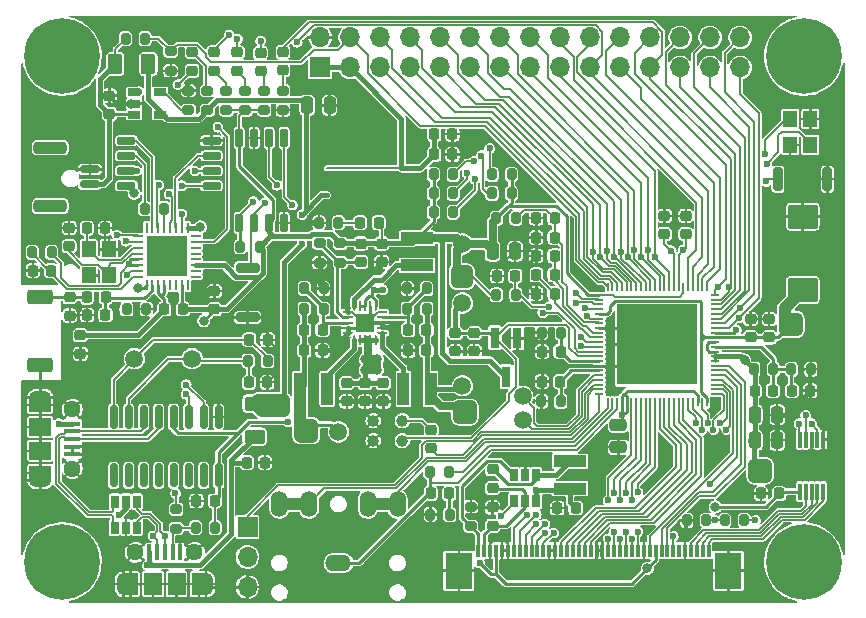
<source format=gbr>
%TF.GenerationSoftware,KiCad,Pcbnew,(5.99.0-8778-g8571687f51)*%
%TF.CreationDate,2021-02-03T12:08:04+08:00*%
%TF.ProjectId,lightboard-zero,6c696768-7462-46f6-9172-642d7a65726f,rev?*%
%TF.SameCoordinates,Original*%
%TF.FileFunction,Copper,L1,Top*%
%TF.FilePolarity,Positive*%
%FSLAX46Y46*%
G04 Gerber Fmt 4.6, Leading zero omitted, Abs format (unit mm)*
G04 Created by KiCad (PCBNEW (5.99.0-8778-g8571687f51)) date 2021-02-03 12:08:04*
%MOMM*%
%LPD*%
G01*
G04 APERTURE LIST*
G04 Aperture macros list*
%AMRoundRect*
0 Rectangle with rounded corners*
0 $1 Rounding radius*
0 $2 $3 $4 $5 $6 $7 $8 $9 X,Y pos of 4 corners*
0 Add a 4 corners polygon primitive as box body*
4,1,4,$2,$3,$4,$5,$6,$7,$8,$9,$2,$3,0*
0 Add four circle primitives for the rounded corners*
1,1,$1+$1,$2,$3*
1,1,$1+$1,$4,$5*
1,1,$1+$1,$6,$7*
1,1,$1+$1,$8,$9*
0 Add four rect primitives between the rounded corners*
20,1,$1+$1,$2,$3,$4,$5,0*
20,1,$1+$1,$4,$5,$6,$7,0*
20,1,$1+$1,$6,$7,$8,$9,0*
20,1,$1+$1,$8,$9,$2,$3,0*%
%AMFreePoly0*
4,1,14,0.289644,0.110355,0.410355,-0.010356,0.425000,-0.045711,0.425000,-0.075000,0.410355,-0.110355,0.375000,-0.125000,-0.375000,-0.125000,-0.410355,-0.110355,-0.425000,-0.075000,-0.425000,0.075000,-0.410355,0.110355,-0.375000,0.125000,0.254289,0.125000,0.289644,0.110355,0.289644,0.110355,$1*%
%AMFreePoly1*
4,1,15,0.410355,0.110355,0.425000,0.075000,0.425000,0.045711,0.416421,0.025000,0.410355,0.010356,0.289644,-0.110355,0.254289,-0.125000,-0.375000,-0.125000,-0.410355,-0.110355,-0.425000,-0.075000,-0.425000,0.075000,-0.410355,0.110355,-0.375000,0.125000,0.375000,0.125000,0.410355,0.110355,0.410355,0.110355,$1*%
%AMFreePoly2*
4,1,14,0.110355,0.410355,0.125000,0.375000,0.125000,-0.375000,0.110355,-0.410355,0.075000,-0.425000,-0.075000,-0.425000,-0.110355,-0.410355,-0.125000,-0.375000,-0.125000,0.254289,-0.110355,0.289644,0.010356,0.410355,0.045711,0.425000,0.075000,0.425000,0.110355,0.410355,0.110355,0.410355,$1*%
%AMFreePoly3*
4,1,14,-0.010356,0.410355,0.110355,0.289644,0.125000,0.254289,0.125000,-0.375000,0.110355,-0.410355,0.075000,-0.425000,-0.075000,-0.425000,-0.110355,-0.410355,-0.125000,-0.375000,-0.125000,0.375000,-0.110355,0.410355,-0.075000,0.425000,-0.045711,0.425000,-0.010356,0.410355,-0.010356,0.410355,$1*%
%AMFreePoly4*
4,1,14,0.410355,0.110355,0.425000,0.075000,0.425000,-0.075000,0.410355,-0.110355,0.375000,-0.125000,-0.254289,-0.125000,-0.289644,-0.110355,-0.410355,0.010356,-0.425000,0.045711,-0.425000,0.075000,-0.410355,0.110355,-0.375000,0.125000,0.375000,0.125000,0.410355,0.110355,0.410355,0.110355,$1*%
%AMFreePoly5*
4,1,14,0.410355,0.110355,0.425000,0.075000,0.425000,-0.075000,0.410355,-0.110355,0.375000,-0.125000,-0.375000,-0.125000,-0.410355,-0.110355,-0.425000,-0.075000,-0.425000,-0.045711,-0.410355,-0.010356,-0.289644,0.110355,-0.254289,0.125000,0.375000,0.125000,0.410355,0.110355,0.410355,0.110355,$1*%
%AMFreePoly6*
4,1,14,0.110355,0.410355,0.125000,0.375000,0.125000,-0.254289,0.110355,-0.289644,-0.010356,-0.410355,-0.045711,-0.425000,-0.075000,-0.425000,-0.110355,-0.410355,-0.125000,-0.375000,-0.125000,0.375000,-0.110355,0.410355,-0.075000,0.425000,0.075000,0.425000,0.110355,0.410355,0.110355,0.410355,$1*%
%AMFreePoly7*
4,1,14,0.110355,0.410355,0.125000,0.375000,0.125000,-0.375000,0.110355,-0.410355,0.075000,-0.425000,0.045711,-0.425000,0.010356,-0.410355,-0.110355,-0.289644,-0.125000,-0.254289,-0.125000,0.375000,-0.110355,0.410355,-0.075000,0.425000,0.075000,0.425000,0.110355,0.410355,0.110355,0.410355,$1*%
G04 Aperture macros list end*
%TA.AperFunction,SMDPad,CuDef*%
%ADD10R,0.300000X1.100000*%
%TD*%
%TA.AperFunction,SMDPad,CuDef*%
%ADD11R,2.300000X3.100000*%
%TD*%
%TA.AperFunction,ComponentPad*%
%ADD12C,0.800000*%
%TD*%
%TA.AperFunction,ComponentPad*%
%ADD13C,6.400000*%
%TD*%
%TA.AperFunction,SMDPad,CuDef*%
%ADD14RoundRect,0.200000X0.200000X0.275000X-0.200000X0.275000X-0.200000X-0.275000X0.200000X-0.275000X0*%
%TD*%
%TA.AperFunction,SMDPad,CuDef*%
%ADD15RoundRect,0.200000X-0.275000X0.200000X-0.275000X-0.200000X0.275000X-0.200000X0.275000X0.200000X0*%
%TD*%
%TA.AperFunction,SMDPad,CuDef*%
%ADD16RoundRect,0.225000X0.250000X-0.225000X0.250000X0.225000X-0.250000X0.225000X-0.250000X-0.225000X0*%
%TD*%
%TA.AperFunction,SMDPad,CuDef*%
%ADD17RoundRect,0.225000X-0.250000X0.225000X-0.250000X-0.225000X0.250000X-0.225000X0.250000X0.225000X0*%
%TD*%
%TA.AperFunction,SMDPad,CuDef*%
%ADD18RoundRect,0.218750X-0.256250X0.218750X-0.256250X-0.218750X0.256250X-0.218750X0.256250X0.218750X0*%
%TD*%
%TA.AperFunction,SMDPad,CuDef*%
%ADD19RoundRect,0.225000X0.225000X0.250000X-0.225000X0.250000X-0.225000X-0.250000X0.225000X-0.250000X0*%
%TD*%
%TA.AperFunction,SMDPad,CuDef*%
%ADD20RoundRect,0.225000X-0.225000X-0.250000X0.225000X-0.250000X0.225000X0.250000X-0.225000X0.250000X0*%
%TD*%
%TA.AperFunction,SMDPad,CuDef*%
%ADD21RoundRect,0.218750X0.256250X-0.218750X0.256250X0.218750X-0.256250X0.218750X-0.256250X-0.218750X0*%
%TD*%
%TA.AperFunction,ComponentPad*%
%ADD22C,1.500000*%
%TD*%
%TA.AperFunction,SMDPad,CuDef*%
%ADD23RoundRect,0.250000X1.025000X-0.787500X1.025000X0.787500X-1.025000X0.787500X-1.025000X-0.787500X0*%
%TD*%
%TA.AperFunction,SMDPad,CuDef*%
%ADD24RoundRect,0.250000X-0.250000X-0.475000X0.250000X-0.475000X0.250000X0.475000X-0.250000X0.475000X0*%
%TD*%
%TA.AperFunction,SMDPad,CuDef*%
%ADD25R,0.400000X1.350000*%
%TD*%
%TA.AperFunction,SMDPad,CuDef*%
%ADD26R,1.200000X1.900000*%
%TD*%
%TA.AperFunction,ComponentPad*%
%ADD27O,1.200000X1.900000*%
%TD*%
%TA.AperFunction,SMDPad,CuDef*%
%ADD28R,1.500000X1.900000*%
%TD*%
%TA.AperFunction,ComponentPad*%
%ADD29C,1.450000*%
%TD*%
%TA.AperFunction,SMDPad,CuDef*%
%ADD30RoundRect,0.200000X-0.200000X-0.275000X0.200000X-0.275000X0.200000X0.275000X-0.200000X0.275000X0*%
%TD*%
%TA.AperFunction,SMDPad,CuDef*%
%ADD31C,1.500000*%
%TD*%
%TA.AperFunction,SMDPad,CuDef*%
%ADD32RoundRect,0.249999X0.850001X-0.350001X0.850001X0.350001X-0.850001X0.350001X-0.850001X-0.350001X0*%
%TD*%
%TA.AperFunction,SMDPad,CuDef*%
%ADD33R,0.650000X1.060000*%
%TD*%
%TA.AperFunction,SMDPad,CuDef*%
%ADD34R,0.800000X1.800000*%
%TD*%
%TA.AperFunction,SMDPad,CuDef*%
%ADD35RoundRect,0.200000X0.275000X-0.200000X0.275000X0.200000X-0.275000X0.200000X-0.275000X-0.200000X0*%
%TD*%
%TA.AperFunction,SMDPad,CuDef*%
%ADD36RoundRect,0.150000X0.150000X-0.650000X0.150000X0.650000X-0.150000X0.650000X-0.150000X-0.650000X0*%
%TD*%
%TA.AperFunction,SMDPad,CuDef*%
%ADD37R,2.750000X1.000000*%
%TD*%
%TA.AperFunction,SMDPad,CuDef*%
%ADD38RoundRect,0.150000X-0.150000X0.825000X-0.150000X-0.825000X0.150000X-0.825000X0.150000X0.825000X0*%
%TD*%
%TA.AperFunction,ComponentPad*%
%ADD39O,2.199996X1.399997*%
%TD*%
%TA.AperFunction,ComponentPad*%
%ADD40O,1.399997X2.199996*%
%TD*%
%TA.AperFunction,SMDPad,CuDef*%
%ADD41R,1.200000X1.400000*%
%TD*%
%TA.AperFunction,SMDPad,CuDef*%
%ADD42RoundRect,0.200000X0.800000X-0.200000X0.800000X0.200000X-0.800000X0.200000X-0.800000X-0.200000X0*%
%TD*%
%TA.AperFunction,ComponentPad*%
%ADD43R,1.700000X1.700000*%
%TD*%
%TA.AperFunction,ComponentPad*%
%ADD44O,1.700000X1.700000*%
%TD*%
%TA.AperFunction,SMDPad,CuDef*%
%ADD45C,0.999998*%
%TD*%
%TA.AperFunction,SMDPad,CuDef*%
%ADD46RoundRect,0.200000X0.200000X0.800000X-0.200000X0.800000X-0.200000X-0.800000X0.200000X-0.800000X0*%
%TD*%
%TA.AperFunction,SMDPad,CuDef*%
%ADD47R,1.060000X0.650000*%
%TD*%
%TA.AperFunction,SMDPad,CuDef*%
%ADD48R,0.300000X1.400000*%
%TD*%
%TA.AperFunction,SMDPad,CuDef*%
%ADD49RoundRect,0.218750X-0.218750X-0.256250X0.218750X-0.256250X0.218750X0.256250X-0.218750X0.256250X0*%
%TD*%
%TA.AperFunction,SMDPad,CuDef*%
%ADD50R,1.000000X2.750000*%
%TD*%
%TA.AperFunction,SMDPad,CuDef*%
%ADD51RoundRect,0.250000X0.375000X0.625000X-0.375000X0.625000X-0.375000X-0.625000X0.375000X-0.625000X0*%
%TD*%
%TA.AperFunction,SMDPad,CuDef*%
%ADD52FreePoly0,0.000000*%
%TD*%
%TA.AperFunction,SMDPad,CuDef*%
%ADD53RoundRect,0.062500X-0.362500X-0.062500X0.362500X-0.062500X0.362500X0.062500X-0.362500X0.062500X0*%
%TD*%
%TA.AperFunction,SMDPad,CuDef*%
%ADD54FreePoly1,0.000000*%
%TD*%
%TA.AperFunction,SMDPad,CuDef*%
%ADD55FreePoly2,0.000000*%
%TD*%
%TA.AperFunction,SMDPad,CuDef*%
%ADD56RoundRect,0.062500X-0.062500X-0.362500X0.062500X-0.362500X0.062500X0.362500X-0.062500X0.362500X0*%
%TD*%
%TA.AperFunction,SMDPad,CuDef*%
%ADD57FreePoly3,0.000000*%
%TD*%
%TA.AperFunction,SMDPad,CuDef*%
%ADD58FreePoly4,0.000000*%
%TD*%
%TA.AperFunction,SMDPad,CuDef*%
%ADD59FreePoly5,0.000000*%
%TD*%
%TA.AperFunction,SMDPad,CuDef*%
%ADD60FreePoly6,0.000000*%
%TD*%
%TA.AperFunction,SMDPad,CuDef*%
%ADD61FreePoly7,0.000000*%
%TD*%
%TA.AperFunction,SMDPad,CuDef*%
%ADD62R,1.600000X1.600000*%
%TD*%
%TA.AperFunction,SMDPad,CuDef*%
%ADD63O,0.200000X0.800000*%
%TD*%
%TA.AperFunction,SMDPad,CuDef*%
%ADD64O,0.800000X0.200000*%
%TD*%
%TA.AperFunction,SMDPad,CuDef*%
%ADD65R,6.840000X6.840000*%
%TD*%
%TA.AperFunction,SMDPad,CuDef*%
%ADD66RoundRect,0.150000X0.650000X0.150000X-0.650000X0.150000X-0.650000X-0.150000X0.650000X-0.150000X0*%
%TD*%
%TA.AperFunction,SMDPad,CuDef*%
%ADD67RoundRect,0.062500X0.062500X-0.375000X0.062500X0.375000X-0.062500X0.375000X-0.062500X-0.375000X0*%
%TD*%
%TA.AperFunction,SMDPad,CuDef*%
%ADD68RoundRect,0.062500X0.375000X-0.062500X0.375000X0.062500X-0.375000X0.062500X-0.375000X-0.062500X0*%
%TD*%
%TA.AperFunction,SMDPad,CuDef*%
%ADD69R,3.450000X3.450000*%
%TD*%
%TA.AperFunction,SMDPad,CuDef*%
%ADD70RoundRect,0.250000X-0.625000X0.375000X-0.625000X-0.375000X0.625000X-0.375000X0.625000X0.375000X0*%
%TD*%
%TA.AperFunction,SMDPad,CuDef*%
%ADD71RoundRect,0.150000X0.700000X-0.150000X0.700000X0.150000X-0.700000X0.150000X-0.700000X-0.150000X0*%
%TD*%
%TA.AperFunction,SMDPad,CuDef*%
%ADD72RoundRect,0.250000X1.150000X-0.250000X1.150000X0.250000X-1.150000X0.250000X-1.150000X-0.250000X0*%
%TD*%
%TA.AperFunction,SMDPad,CuDef*%
%ADD73R,1.350000X0.400000*%
%TD*%
%TA.AperFunction,ComponentPad*%
%ADD74O,1.900000X1.200000*%
%TD*%
%TA.AperFunction,SMDPad,CuDef*%
%ADD75R,1.900000X1.200000*%
%TD*%
%TA.AperFunction,SMDPad,CuDef*%
%ADD76R,1.900000X1.500000*%
%TD*%
%TA.AperFunction,SMDPad,CuDef*%
%ADD77RoundRect,0.250000X-0.475000X0.250000X-0.475000X-0.250000X0.475000X-0.250000X0.475000X0.250000X0*%
%TD*%
%TA.AperFunction,ViaPad*%
%ADD78C,0.600000*%
%TD*%
%TA.AperFunction,ViaPad*%
%ADD79C,0.800000*%
%TD*%
%TA.AperFunction,ViaPad*%
%ADD80C,1.200000*%
%TD*%
%TA.AperFunction,ViaPad*%
%ADD81C,2.000000*%
%TD*%
%TA.AperFunction,ViaPad*%
%ADD82C,1.000000*%
%TD*%
%TA.AperFunction,Conductor*%
%ADD83C,0.127000*%
%TD*%
%TA.AperFunction,Conductor*%
%ADD84C,0.431800*%
%TD*%
%TA.AperFunction,Conductor*%
%ADD85C,1.016000*%
%TD*%
%TA.AperFunction,Conductor*%
%ADD86C,0.254000*%
%TD*%
%TA.AperFunction,Conductor*%
%ADD87C,0.685800*%
%TD*%
%TA.AperFunction,Conductor*%
%ADD88C,0.381000*%
%TD*%
%TA.AperFunction,Conductor*%
%ADD89C,0.177800*%
%TD*%
G04 APERTURE END LIST*
D10*
%TO.P,J4,1,Pin_1*%
%TO.N,VLED-*%
X38850000Y-45450000D03*
%TO.P,J4,2,Pin_2*%
%TO.N,VLED+*%
X39350000Y-45450000D03*
%TO.P,J4,3,Pin_3*%
%TO.N,SOC_GND*%
X39850000Y-45450000D03*
%TO.P,J4,4,Pin_4*%
%TO.N,HPVCC*%
X40350000Y-45450000D03*
%TO.P,J4,5,Pin_5*%
%TO.N,SOC_GND*%
X40850000Y-45450000D03*
%TO.P,J4,6,Pin_6*%
X41350000Y-45450000D03*
%TO.P,J4,7,Pin_7*%
%TO.N,LCD_D18*%
X41850000Y-45450000D03*
%TO.P,J4,8,Pin_8*%
%TO.N,LCD_D19*%
X42350000Y-45450000D03*
%TO.P,J4,9,Pin_9*%
%TO.N,LCD_D20*%
X42850000Y-45450000D03*
%TO.P,J4,10,Pin_10*%
%TO.N,LCD_D21*%
X43350000Y-45450000D03*
%TO.P,J4,11,Pin_11*%
%TO.N,LCD_D22*%
X43850000Y-45450000D03*
%TO.P,J4,12,Pin_12*%
%TO.N,LCD_D23*%
X44350000Y-45450000D03*
%TO.P,J4,13,Pin_13*%
%TO.N,SOC_GND*%
X44850000Y-45450000D03*
%TO.P,J4,14,Pin_14*%
X45350000Y-45450000D03*
%TO.P,J4,15,Pin_15*%
%TO.N,LCD_D10*%
X45850000Y-45450000D03*
%TO.P,J4,16,Pin_16*%
%TO.N,LCD_D11*%
X46350000Y-45450000D03*
%TO.P,J4,17,Pin_17*%
%TO.N,LCD_D12*%
X46850000Y-45450000D03*
%TO.P,J4,18,Pin_18*%
%TO.N,LCD_D13*%
X47350000Y-45450000D03*
%TO.P,J4,19,Pin_19*%
%TO.N,LCD_D14*%
X47850000Y-45450000D03*
%TO.P,J4,20,Pin_20*%
%TO.N,LCD_D15*%
X48350000Y-45450000D03*
%TO.P,J4,21,Pin_21*%
%TO.N,SOC_GND*%
X48850000Y-45450000D03*
%TO.P,J4,22,Pin_22*%
X49350000Y-45450000D03*
%TO.P,J4,23,Pin_23*%
%TO.N,LCD_D2*%
X49850000Y-45450000D03*
%TO.P,J4,24,Pin_24*%
%TO.N,LCD_D3*%
X50350000Y-45450000D03*
%TO.P,J4,25,Pin_25*%
%TO.N,LCD_D4*%
X50850000Y-45450000D03*
%TO.P,J4,26,Pin_26*%
%TO.N,LCD_D5*%
X51350000Y-45450000D03*
%TO.P,J4,27,Pin_27*%
%TO.N,LCD_D6*%
X51850000Y-45450000D03*
%TO.P,J4,28,Pin_28*%
%TO.N,LCD_D7*%
X52350000Y-45450000D03*
%TO.P,J4,29,Pin_29*%
%TO.N,SOC_GND*%
X52850000Y-45450000D03*
%TO.P,J4,30,Pin_30*%
%TO.N,LCD_CLK*%
X53350000Y-45450000D03*
%TO.P,J4,31,Pin_31*%
%TO.N,HPVCC*%
X53850000Y-45450000D03*
%TO.P,J4,32,Pin_32*%
%TO.N,LCD_HSYNC*%
X54350000Y-45450000D03*
%TO.P,J4,33,Pin_33*%
%TO.N,LCD_VSYNC*%
X54850000Y-45450000D03*
%TO.P,J4,34,Pin_34*%
%TO.N,LCD_DE*%
X55350000Y-45450000D03*
%TO.P,J4,35,Pin_35*%
%TO.N,unconnected-(J4-Pad35)*%
X55850000Y-45450000D03*
%TO.P,J4,36,Pin_36*%
%TO.N,SOC_GND*%
X56350000Y-45450000D03*
%TO.P,J4,37,Pin_37*%
%TO.N,TPX1*%
X56850000Y-45450000D03*
%TO.P,J4,38,Pin_38*%
%TO.N,TPY1*%
X57350000Y-45450000D03*
%TO.P,J4,39,Pin_39*%
%TO.N,TPX2*%
X57850000Y-45450000D03*
%TO.P,J4,40,Pin_40*%
%TO.N,TPY2*%
X58350000Y-45450000D03*
D11*
%TO.P,J4,MP,MountPin*%
%TO.N,SOC_GND*%
X60020000Y-47150000D03*
X37180000Y-47150000D03*
%TD*%
D12*
%TO.P,H3,1,1*%
%TO.N,unconnected-(H3-Pad1)*%
X5297056Y-1902944D03*
D13*
X3600000Y-3600000D03*
D12*
X1902944Y-5297056D03*
X1902944Y-1902944D03*
X3600000Y-1200000D03*
X3600000Y-6000000D03*
X5297056Y-5297056D03*
X6000000Y-3600000D03*
X1200000Y-3600000D03*
%TD*%
D14*
%TO.P,R36,1*%
%TO.N,HPVCC*%
X2725000Y-20200000D03*
%TO.P,R36,2*%
%TO.N,ESP8266_RST*%
X1075000Y-20200000D03*
%TD*%
D15*
%TO.P,R38,1*%
%TO.N,CLK_OUT*%
X13250000Y-41950000D03*
%TO.P,R38,2*%
%TO.N,Net-(J1-Pad4)*%
X13250000Y-43600000D03*
%TD*%
D16*
%TO.P,C2,1*%
%TO.N,HOSCO*%
X54600000Y-18650000D03*
%TO.P,C2,2*%
%TO.N,SOC_GND*%
X54600000Y-17100000D03*
%TD*%
D14*
%TO.P,R37,1*%
%TO.N,HPVCC*%
X16550000Y-43500000D03*
%TO.P,R37,2*%
%TO.N,Net-(J1-Pad4)*%
X14900000Y-43500000D03*
%TD*%
D16*
%TO.P,C45,1*%
%TO.N,Net-(C45-Pad1)*%
X7600000Y-8475000D03*
%TO.P,C45,2*%
%TO.N,SOC_GND*%
X7600000Y-6925000D03*
%TD*%
D17*
%TO.P,C9,1*%
%TO.N,AVCC*%
X38500000Y-27025000D03*
%TO.P,C9,2*%
%TO.N,SOC_GND*%
X38500000Y-28575000D03*
%TD*%
D18*
%TO.P,D6,1,K*%
%TO.N,PE1*%
X16450000Y-3275000D03*
%TO.P,D6,2,A*%
%TO.N,Net-(D6-Pad2)*%
X16450000Y-4850000D03*
%TD*%
D19*
%TO.P,C42,1*%
%TO.N,Net-(C42-Pad1)*%
X7275000Y-25500000D03*
%TO.P,C42,2*%
%TO.N,SOC_GND*%
X5725000Y-25500000D03*
%TD*%
D20*
%TO.P,C40,1*%
%TO.N,USB_IN*%
X19225000Y-38000000D03*
%TO.P,C40,2*%
%TO.N,SOC_GND*%
X20775000Y-38000000D03*
%TD*%
D21*
%TO.P,D1,1,K*%
%TO.N,VLED+*%
X40050000Y-40137500D03*
%TO.P,D1,2,A*%
%TO.N,Net-(D1-Pad2)*%
X40050000Y-38562500D03*
%TD*%
D22*
%TO.P,Y2,1,1*%
%TO.N,CH340_XI*%
X14600000Y-29200000D03*
%TO.P,Y2,2,2*%
%TO.N,CH340_XO*%
X9720000Y-29200000D03*
%TD*%
D23*
%TO.P,C29,1*%
%TO.N,VDD-CORE*%
X66300000Y-23400000D03*
%TO.P,C29,2*%
%TO.N,SOC_GND*%
X66300000Y-17175000D03*
%TD*%
D24*
%TO.P,C30,1*%
%TO.N,VCC-DRAM*%
X62250000Y-33950000D03*
%TO.P,C30,2*%
%TO.N,SOC_GND*%
X64150000Y-33950000D03*
%TD*%
%TO.P,C31,1*%
%TO.N,VCC-DRAM*%
X62250000Y-36100000D03*
%TO.P,C31,2*%
%TO.N,SOC_GND*%
X64150000Y-36100000D03*
%TD*%
%TO.P,C32,1*%
%TO.N,HPVCC*%
X40050000Y-20100000D03*
%TO.P,C32,2*%
%TO.N,SOC_GND*%
X41950000Y-20100000D03*
%TD*%
D25*
%TO.P,J1,1,VBUS*%
%TO.N,USB_IN*%
X11000000Y-45600000D03*
%TO.P,J1,2,D-*%
%TO.N,USB-DN*%
X11650000Y-45600000D03*
%TO.P,J1,3,D+*%
%TO.N,USB-DP*%
X12300000Y-45600000D03*
%TO.P,J1,4,ID*%
%TO.N,Net-(J1-Pad4)*%
X12950000Y-45600000D03*
%TO.P,J1,5,GND*%
%TO.N,SOC_GND*%
X13600000Y-45600000D03*
D26*
%TO.P,J1,6,Shield*%
X9400000Y-48300000D03*
D27*
X15800000Y-48300000D03*
D28*
X13300000Y-48300000D03*
D26*
X15200000Y-48300000D03*
D28*
X11300000Y-48300000D03*
D27*
X8800000Y-48300000D03*
D29*
X14800000Y-45600000D03*
X9800000Y-45600000D03*
%TD*%
D17*
%TO.P,C3,1*%
%TO.N,HPVCC*%
X30650000Y-19450000D03*
%TO.P,C3,2*%
%TO.N,SOC_GND*%
X30650000Y-21000000D03*
%TD*%
D16*
%TO.P,C14,1*%
%TO.N,SOC_GND*%
X30800000Y-32825000D03*
%TO.P,C14,2*%
%TO.N,+5V*%
X30800000Y-31275000D03*
%TD*%
%TO.P,C13,1*%
%TO.N,SOC_GND*%
X29250000Y-32825000D03*
%TO.P,C13,2*%
%TO.N,+5V*%
X29250000Y-31275000D03*
%TD*%
D20*
%TO.P,C34,1*%
%TO.N,HPCOM*%
X34825000Y-40600000D03*
%TO.P,C34,2*%
%TO.N,Net-(C34-Pad2)*%
X36375000Y-40600000D03*
%TD*%
D15*
%TO.P,R35,1*%
%TO.N,BAT_ADC*%
X12800000Y-3175000D03*
%TO.P,R35,2*%
%TO.N,SOC_GND*%
X12800000Y-4825000D03*
%TD*%
D30*
%TO.P,R34,1*%
%TO.N,Net-(C45-Pad1)*%
X8975000Y-2100000D03*
%TO.P,R34,2*%
%TO.N,BAT_ADC*%
X10625000Y-2100000D03*
%TD*%
D16*
%TO.P,C12,1*%
%TO.N,SOC_GND*%
X27700000Y-32825000D03*
%TO.P,C12,2*%
%TO.N,+5V*%
X27700000Y-31275000D03*
%TD*%
D15*
%TO.P,R20,1*%
%TO.N,Net-(D4-Pad1)*%
X22300000Y-6500000D03*
%TO.P,R20,2*%
%TO.N,SOC_GND*%
X22300000Y-8150000D03*
%TD*%
D31*
%TO.P,TP1,1,1*%
%TO.N,HPVCC*%
X37500000Y-19500000D03*
%TD*%
D32*
%TO.P,AE1,1,FEED*%
%TO.N,SOC_GND*%
X1750000Y-29700000D03*
%TO.P,AE1,2,PCB_Trace*%
%TO.N,Net-(AE1-Pad2)*%
X1750000Y-24000000D03*
%TD*%
D31*
%TO.P,TP2,1,1*%
%TO.N,AVCC*%
X37500000Y-24500000D03*
%TD*%
D33*
%TO.P,U8,1,IO1*%
%TO.N,CH340_USB_DN*%
X8050000Y-43500000D03*
%TO.P,U8,2,VN*%
%TO.N,SOC_GND*%
X9000000Y-43500000D03*
%TO.P,U8,3,IO2*%
%TO.N,USB-DN*%
X9950000Y-43500000D03*
%TO.P,U8,4,IO3*%
%TO.N,USB-DP*%
X9950000Y-41300000D03*
%TO.P,U8,5,VP*%
%TO.N,USB_IN*%
X9000000Y-41300000D03*
%TO.P,U8,6,IO4*%
%TO.N,CH340_USB_DP*%
X8050000Y-41300000D03*
%TD*%
D14*
%TO.P,R27,1*%
%TO.N,HPVCC*%
X41650000Y-13600000D03*
%TO.P,R27,2*%
%TO.N,PF5*%
X40000000Y-13600000D03*
%TD*%
D34*
%TO.P,U1,1,GND*%
%TO.N,SOC_GND*%
X42150000Y-27450000D03*
%TO.P,U1,2,VOUT*%
%TO.N,AVCC*%
X40250000Y-27450000D03*
%TO.P,U1,3,VIN*%
%TO.N,HPVCC*%
X41200000Y-30750000D03*
%TD*%
D17*
%TO.P,C8,1*%
%TO.N,HPVCC*%
X28900000Y-19450000D03*
%TO.P,C8,2*%
%TO.N,Net-(C8-Pad2)*%
X28900000Y-21000000D03*
%TD*%
D20*
%TO.P,C7,1*%
%TO.N,VCC-DRAM*%
X24100000Y-26750000D03*
%TO.P,C7,2*%
%TO.N,Net-(C7-Pad2)*%
X25650000Y-26750000D03*
%TD*%
D35*
%TO.P,R22,1*%
%TO.N,HPVCC*%
X17500000Y-8150000D03*
%TO.P,R22,2*%
%TO.N,Net-(D6-Pad2)*%
X17500000Y-6500000D03*
%TD*%
D24*
%TO.P,C46,1*%
%TO.N,+5V*%
X24350000Y-7750000D03*
%TO.P,C46,2*%
%TO.N,SOC_GND*%
X26250000Y-7750000D03*
%TD*%
D33*
%TO.P,U6,1,SW*%
%TO.N,Net-(D1-Pad2)*%
X43750000Y-39050000D03*
%TO.P,U6,2,GND*%
%TO.N,SOC_GND*%
X42800000Y-39050000D03*
%TO.P,U6,3,FB*%
%TO.N,VLED-*%
X41850000Y-39050000D03*
%TO.P,U6,4,EN*%
%TO.N,Net-(R31-Pad2)*%
X41850000Y-41250000D03*
%TO.P,U6,5,0V*%
%TO.N,VLED+*%
X42800000Y-41250000D03*
%TO.P,U6,6,IN*%
%TO.N,+5V*%
X43750000Y-41250000D03*
%TD*%
D36*
%TO.P,U4,1,~CS*%
%TO.N,PC1*%
X18595000Y-17700000D03*
%TO.P,U4,2,DO(IO1)*%
%TO.N,PC2*%
X19865000Y-17700000D03*
%TO.P,U4,3,IO2*%
%TO.N,HPVCC*%
X21135000Y-17700000D03*
%TO.P,U4,4,GND*%
%TO.N,SOC_GND*%
X22405000Y-17700000D03*
%TO.P,U4,5,DI(IO0)*%
%TO.N,PC3*%
X22405000Y-10500000D03*
%TO.P,U4,6,CLK*%
%TO.N,PC0*%
X21135000Y-10500000D03*
%TO.P,U4,7,IO3*%
%TO.N,SOC_GND*%
X19865000Y-10500000D03*
%TO.P,U4,8,VCC*%
%TO.N,HPVCC*%
X18595000Y-10500000D03*
%TD*%
D14*
%TO.P,R31,1*%
%TO.N,PE6*%
X61350000Y-42900000D03*
%TO.P,R31,2*%
%TO.N,Net-(R31-Pad2)*%
X59700000Y-42900000D03*
%TD*%
D37*
%TO.P,L4,1,1*%
%TO.N,Net-(D1-Pad2)*%
X46600000Y-37900000D03*
%TO.P,L4,2,2*%
%TO.N,+5V*%
X46600000Y-40200000D03*
%TD*%
D14*
%TO.P,R32,1*%
%TO.N,Net-(R31-Pad2)*%
X58150000Y-42900000D03*
%TO.P,R32,2*%
%TO.N,SOC_GND*%
X56500000Y-42900000D03*
%TD*%
D38*
%TO.P,U7,1,GND*%
%TO.N,SOC_GND*%
X16845000Y-34125000D03*
%TO.P,U7,2,TXD*%
%TO.N,PE0*%
X15575000Y-34125000D03*
%TO.P,U7,3,RXD*%
%TO.N,PE1*%
X14305000Y-34125000D03*
%TO.P,U7,4,V3*%
%TO.N,HPVCC*%
X13035000Y-34125000D03*
%TO.P,U7,5,UD+*%
%TO.N,CH340_USB_DP*%
X11765000Y-34125000D03*
%TO.P,U7,6,UD-*%
%TO.N,CH340_USB_DN*%
X10495000Y-34125000D03*
%TO.P,U7,7,XI*%
%TO.N,CH340_XI*%
X9225000Y-34125000D03*
%TO.P,U7,8,XO*%
%TO.N,CH340_XO*%
X7955000Y-34125000D03*
%TO.P,U7,9,~CTS*%
%TO.N,unconnected-(U7-Pad9)*%
X7955000Y-39075000D03*
%TO.P,U7,10,~DSR*%
%TO.N,unconnected-(U7-Pad10)*%
X9225000Y-39075000D03*
%TO.P,U7,11,~RI*%
%TO.N,unconnected-(U7-Pad11)*%
X10495000Y-39075000D03*
%TO.P,U7,12,~DCD*%
%TO.N,unconnected-(U7-Pad12)*%
X11765000Y-39075000D03*
%TO.P,U7,13,~DTR*%
%TO.N,unconnected-(U7-Pad13)*%
X13035000Y-39075000D03*
%TO.P,U7,14,~RTS*%
%TO.N,unconnected-(U7-Pad14)*%
X14305000Y-39075000D03*
%TO.P,U7,15,R232*%
%TO.N,unconnected-(U7-Pad15)*%
X15575000Y-39075000D03*
%TO.P,U7,16,VCC*%
%TO.N,HPVCC*%
X16845000Y-39075000D03*
%TD*%
D19*
%TO.P,C25,1*%
%TO.N,+5V*%
X47075000Y-41850000D03*
%TO.P,C25,2*%
%TO.N,SOC_GND*%
X45525000Y-41850000D03*
%TD*%
D31*
%TO.P,TP3,1,1*%
%TO.N,VCC-DRAM*%
X27000000Y-35400000D03*
%TD*%
D30*
%TO.P,R23,1*%
%TO.N,HPVCC*%
X35050000Y-16800000D03*
%TO.P,R23,2*%
%TO.N,PF0*%
X36700000Y-16800000D03*
%TD*%
D31*
%TO.P,TP4,1,1*%
%TO.N,VDD-CORE*%
X37500000Y-31500000D03*
%TD*%
D39*
%TO.P,CN1,1,A*%
%TO.N,HPCOM*%
X27000000Y-46499995D03*
D40*
%TO.P,CN1,2,B*%
%TO.N,HPR*%
X22000010Y-41500005D03*
%TO.P,CN1,3,C*%
X24499878Y-41500005D03*
%TO.P,CN1,4,D*%
%TO.N,HPL*%
X29499868Y-41500005D03*
%TO.P,CN1,5,E*%
X31999990Y-41500005D03*
%TD*%
D16*
%TO.P,C43,1*%
%TO.N,ESP8266_XTALIN*%
X4200000Y-19675000D03*
%TO.P,C43,2*%
%TO.N,SOC_GND*%
X4200000Y-18125000D03*
%TD*%
D20*
%TO.P,C44,1*%
%TO.N,ESP8266_XTALOUT*%
X5700000Y-18150000D03*
%TO.P,C44,2*%
%TO.N,SOC_GND*%
X7250000Y-18150000D03*
%TD*%
D41*
%TO.P,Y3,1,1*%
%TO.N,ESP8266_XTALIN*%
X7550000Y-22150000D03*
%TO.P,Y3,2,2*%
%TO.N,SOC_GND*%
X7550000Y-19950000D03*
%TO.P,Y3,3,3*%
%TO.N,ESP8266_XTALOUT*%
X5850000Y-19950000D03*
%TO.P,Y3,4,4*%
%TO.N,SOC_GND*%
X5850000Y-22150000D03*
%TD*%
D42*
%TO.P,SW2,1,1*%
%TO.N,SOC_GND*%
X19300000Y-25700000D03*
%TO.P,SW2,2,2*%
%TO.N,PC2*%
X19300000Y-21500000D03*
%TD*%
D43*
%TO.P,J5,1,Pin_1*%
%TO.N,LINL*%
X19300000Y-43450000D03*
D44*
%TO.P,J5,2,Pin_2*%
%TO.N,LRADC*%
X19300000Y-45990000D03*
%TO.P,J5,3,Pin_3*%
%TO.N,SOC_GND*%
X19300000Y-48530000D03*
%TD*%
D31*
%TO.P,TP15,1,1*%
%TO.N,FMINR*%
X42600000Y-34400000D03*
%TD*%
%TO.P,TP16,1,1*%
%TO.N,FMINL*%
X42600000Y-32400000D03*
%TD*%
D30*
%TO.P,R24,1*%
%TO.N,HPVCC*%
X35050000Y-15200000D03*
%TO.P,R24,2*%
%TO.N,PF1*%
X36700000Y-15200000D03*
%TD*%
D16*
%TO.P,C39,1*%
%TO.N,MICIN*%
X34850000Y-36800000D03*
%TO.P,C39,2*%
%TO.N,Net-(C39-Pad2)*%
X34850000Y-35250000D03*
%TD*%
D45*
%TO.P,MIC1,1,VDD*%
%TO.N,AVCC*%
X32400000Y-36150022D03*
%TO.P,MIC1,2,GND*%
%TO.N,SOC_GND*%
X29940010Y-36150022D03*
%TO.P,MIC1,3,GND*%
X29940010Y-34450000D03*
%TO.P,MIC1,4,OUTPUT*%
%TO.N,Net-(C39-Pad2)*%
X32400000Y-34450000D03*
%TD*%
D46*
%TO.P,SW1,1,1*%
%TO.N,SOC_GND*%
X68400000Y-14000000D03*
%TO.P,SW1,2,2*%
%TO.N,RESET*%
X64200000Y-14000000D03*
%TD*%
D20*
%TO.P,C15,1*%
%TO.N,SOC_GND*%
X43750000Y-18950000D03*
%TO.P,C15,2*%
%TO.N,TV-VCC*%
X45300000Y-18950000D03*
%TD*%
D47*
%TO.P,U12,1,~GHRG*%
%TO.N,Net-(D8-Pad1)*%
X9700000Y-6650000D03*
%TO.P,U12,2,GND*%
%TO.N,SOC_GND*%
X9700000Y-7600000D03*
%TO.P,U12,3,BAT*%
%TO.N,Net-(C45-Pad1)*%
X9700000Y-8550000D03*
%TO.P,U12,4,VCC*%
%TO.N,+5V*%
X11900000Y-8550000D03*
%TO.P,U12,5,PROG*%
%TO.N,Net-(R2-Pad2)*%
X11900000Y-6650000D03*
%TD*%
D19*
%TO.P,C4,1*%
%TO.N,VDD-CORE*%
X34450000Y-28500000D03*
%TO.P,C4,2*%
%TO.N,SOC_GND*%
X32900000Y-28500000D03*
%TD*%
%TO.P,C48,1*%
%TO.N,HPVCC*%
X64325000Y-40600000D03*
%TO.P,C48,2*%
%TO.N,SOC_GND*%
X62775000Y-40600000D03*
%TD*%
D48*
%TO.P,U13,1,VDD*%
%TO.N,HPVCC*%
X66050000Y-40450000D03*
%TO.P,U13,2,XP*%
%TO.N,TPX1*%
X66550000Y-40450000D03*
%TO.P,U13,3,YP*%
%TO.N,TPY1*%
X67050000Y-40450000D03*
%TO.P,U13,4,XN*%
%TO.N,TPX2*%
X67550000Y-40450000D03*
%TO.P,U13,5,YN*%
%TO.N,TPY2*%
X68050000Y-40450000D03*
%TO.P,U13,6,GND*%
%TO.N,SOC_GND*%
X68050000Y-36050000D03*
%TO.P,U13,7,PENIRQ*%
%TO.N,PE5*%
X67550000Y-36050000D03*
%TO.P,U13,8,A0*%
%TO.N,SOC_GND*%
X67050000Y-36050000D03*
%TO.P,U13,9,SDA*%
%TO.N,PE12*%
X66550000Y-36050000D03*
%TO.P,U13,10,SCL*%
%TO.N,PE11*%
X66050000Y-36050000D03*
%TD*%
D19*
%TO.P,C6,1*%
%TO.N,VDD-CORE*%
X34450000Y-26750000D03*
%TO.P,C6,2*%
%TO.N,Net-(C6-Pad2)*%
X32900000Y-26750000D03*
%TD*%
D49*
%TO.P,D2,1,K*%
%TO.N,Net-(D2-Pad1)*%
X28825000Y-17700000D03*
%TO.P,D2,2,A*%
%TO.N,HPVCC*%
X30400000Y-17700000D03*
%TD*%
D20*
%TO.P,C19,1*%
%TO.N,TV-VRP*%
X43750000Y-22100000D03*
%TO.P,C19,2*%
%TO.N,TV-VRN*%
X45300000Y-22100000D03*
%TD*%
%TO.P,C16,1*%
%TO.N,SOC_GND*%
X44250000Y-28600000D03*
%TO.P,C16,2*%
%TO.N,VRA1*%
X45800000Y-28600000D03*
%TD*%
D30*
%TO.P,R9,1*%
%TO.N,SOC_GND*%
X44200000Y-27000000D03*
%TO.P,R9,2*%
%TO.N,VRA1*%
X45850000Y-27000000D03*
%TD*%
D43*
%TO.P,J3,1,Pin_1*%
%TO.N,IO3V3*%
X25440000Y-4540000D03*
D44*
%TO.P,J3,2,Pin_2*%
%TO.N,SOC_GND*%
X25440000Y-2000000D03*
%TO.P,J3,3,Pin_3*%
%TO.N,IO3V3*%
X27980000Y-4540000D03*
%TO.P,J3,4,Pin_4*%
%TO.N,BAT_ADC*%
X27980000Y-2000000D03*
%TO.P,J3,5,Pin_5*%
%TO.N,PA1*%
X30520000Y-4540000D03*
%TO.P,J3,6,Pin_6*%
%TO.N,PA2*%
X30520000Y-2000000D03*
%TO.P,J3,7,Pin_7*%
%TO.N,PA3*%
X33060000Y-4540000D03*
%TO.P,J3,8,Pin_8*%
%TO.N,PC3*%
X33060000Y-2000000D03*
%TO.P,J3,9,Pin_9*%
%TO.N,PC2*%
X35600000Y-4540000D03*
%TO.P,J3,10,Pin_10*%
%TO.N,PC1*%
X35600000Y-2000000D03*
%TO.P,J3,11,Pin_11*%
%TO.N,PC0*%
X38140000Y-4540000D03*
%TO.P,J3,12,Pin_12*%
%TO.N,PF0*%
X38140000Y-2000000D03*
%TO.P,J3,13,Pin_13*%
%TO.N,PF1*%
X40680000Y-4540000D03*
%TO.P,J3,14,Pin_14*%
%TO.N,PF2*%
X40680000Y-2000000D03*
%TO.P,J3,15,Pin_15*%
%TO.N,PF3*%
X43220000Y-4540000D03*
%TO.P,J3,16,Pin_16*%
%TO.N,PF4*%
X43220000Y-2000000D03*
%TO.P,J3,17,Pin_17*%
%TO.N,PF5*%
X45760000Y-4540000D03*
%TO.P,J3,18,Pin_18*%
%TO.N,PE0*%
X45760000Y-2000000D03*
%TO.P,J3,19,Pin_19*%
%TO.N,CLK_OUT*%
X48300000Y-4540000D03*
%TO.P,J3,20,Pin_20*%
%TO.N,PE1*%
X48300000Y-2000000D03*
%TO.P,J3,21,Pin_21*%
%TO.N,DA_LRCK*%
X50840000Y-4540000D03*
%TO.P,J3,22,Pin_22*%
%TO.N,DA_BCLK*%
X50840000Y-2000000D03*
%TO.P,J3,23,Pin_23*%
%TO.N,PE6*%
X53380000Y-4540000D03*
%TO.P,J3,24,Pin_24*%
%TO.N,PE5*%
X53380000Y-2000000D03*
%TO.P,J3,25,Pin_25*%
%TO.N,PE8*%
X55920000Y-4540000D03*
%TO.P,J3,26,Pin_26*%
%TO.N,PE7*%
X55920000Y-2000000D03*
%TO.P,J3,27,Pin_27*%
%TO.N,PE10*%
X58460000Y-4540000D03*
%TO.P,J3,28,Pin_28*%
%TO.N,PE9*%
X58460000Y-2000000D03*
%TO.P,J3,29,Pin_29*%
%TO.N,PE12*%
X61000000Y-4540000D03*
%TO.P,J3,30,Pin_30*%
%TO.N,PE11*%
X61000000Y-2000000D03*
%TD*%
D50*
%TO.P,L1,1,1*%
%TO.N,VDD-CORE*%
X34800000Y-31750000D03*
%TO.P,L1,2,2*%
%TO.N,Net-(L1-Pad2)*%
X32500000Y-31750000D03*
%TD*%
D14*
%TO.P,R28,1*%
%TO.N,Net-(C34-Pad2)*%
X36425000Y-42400000D03*
%TO.P,R28,2*%
%TO.N,SOC_GND*%
X34775000Y-42400000D03*
%TD*%
%TO.P,R11,1*%
%TO.N,TV-VCC*%
X42025000Y-17300000D03*
%TO.P,R11,2*%
%TO.N,HPVCC*%
X40375000Y-17300000D03*
%TD*%
D30*
%TO.P,R12,1*%
%TO.N,VCC-DRAM*%
X62175000Y-30100000D03*
%TO.P,R12,2*%
%TO.N,SVREF*%
X63825000Y-30100000D03*
%TD*%
%TO.P,R13,1*%
%TO.N,SVREF*%
X65350000Y-30100000D03*
%TO.P,R13,2*%
%TO.N,SOC_GND*%
X67000000Y-30100000D03*
%TD*%
D51*
%TO.P,D9,1,K*%
%TO.N,+5V*%
X10900000Y-4250000D03*
%TO.P,D9,2,A*%
%TO.N,Net-(C45-Pad1)*%
X8100000Y-4250000D03*
%TD*%
D41*
%TO.P,Y1,1,1*%
%TO.N,HOSCO*%
X65250000Y-8900000D03*
%TO.P,Y1,2,2*%
%TO.N,SOC_GND*%
X65250000Y-11100000D03*
%TO.P,Y1,3,3*%
%TO.N,HOSCI*%
X66950000Y-11100000D03*
%TO.P,Y1,4,4*%
%TO.N,SOC_GND*%
X66950000Y-8900000D03*
%TD*%
D30*
%TO.P,R25,1*%
%TO.N,HPVCC*%
X35050000Y-13600000D03*
%TO.P,R25,2*%
%TO.N,PF3*%
X36700000Y-13600000D03*
%TD*%
D14*
%TO.P,R26,1*%
%TO.N,HPVCC*%
X41650000Y-15200000D03*
%TO.P,R26,2*%
%TO.N,PF4*%
X40000000Y-15200000D03*
%TD*%
D49*
%TO.P,L6,1,1*%
%TO.N,Net-(C50-Pad2)*%
X12250000Y-25000000D03*
%TO.P,L6,2,2*%
%TO.N,HPVCC*%
X13825000Y-25000000D03*
%TD*%
D12*
%TO.P,H1,1,1*%
%TO.N,unconnected-(H1-Pad1)*%
X5297056Y-44702944D03*
X1902944Y-48097056D03*
X5297056Y-48097056D03*
X1200000Y-46400000D03*
D13*
X3600000Y-46400000D03*
D12*
X3600000Y-48800000D03*
X3600000Y-44000000D03*
X6000000Y-46400000D03*
X1902944Y-44702944D03*
%TD*%
D20*
%TO.P,C21,1*%
%TO.N,SOC_GND*%
X43750000Y-23700000D03*
%TO.P,C21,2*%
%TO.N,TV-VRP*%
X45300000Y-23700000D03*
%TD*%
%TO.P,C18,1*%
%TO.N,SOC_GND*%
X43750000Y-17300000D03*
%TO.P,C18,2*%
%TO.N,TV-VCC*%
X45300000Y-17300000D03*
%TD*%
D14*
%TO.P,R14,1*%
%TO.N,HPVCC*%
X20350000Y-19725000D03*
%TO.P,R14,2*%
%TO.N,PC1*%
X18700000Y-19725000D03*
%TD*%
D35*
%TO.P,R15,1*%
%TO.N,VLED-*%
X38200000Y-43400000D03*
%TO.P,R15,2*%
%TO.N,SOC_GND*%
X38200000Y-41750000D03*
%TD*%
D30*
%TO.P,R16,1*%
%TO.N,CH340_XI*%
X19350000Y-29400000D03*
%TO.P,R16,2*%
%TO.N,CH340_XO*%
X21000000Y-29400000D03*
%TD*%
D19*
%TO.P,C49,1*%
%TO.N,ESP8266_RST*%
X2675000Y-21750000D03*
%TO.P,C49,2*%
%TO.N,SOC_GND*%
X1125000Y-21750000D03*
%TD*%
D14*
%TO.P,R17,1*%
%TO.N,Net-(D2-Pad1)*%
X27000000Y-17700000D03*
%TO.P,R17,2*%
%TO.N,SOC_GND*%
X25350000Y-17700000D03*
%TD*%
D21*
%TO.P,D8,1,K*%
%TO.N,Net-(D8-Pad1)*%
X14600000Y-4825000D03*
%TO.P,D8,2,A*%
%TO.N,Net-(D8-Pad2)*%
X14600000Y-3250000D03*
%TD*%
D12*
%TO.P,H2,1,1*%
%TO.N,unconnected-(H2-Pad1)*%
X64000000Y-46400000D03*
X66400000Y-48800000D03*
X68800000Y-46400000D03*
X64702944Y-44702944D03*
D13*
X66400000Y-46400000D03*
D12*
X68097056Y-44702944D03*
X66400000Y-44000000D03*
X68097056Y-48097056D03*
X64702944Y-48097056D03*
%TD*%
D30*
%TO.P,R33,1*%
%TO.N,Net-(R33-Pad1)*%
X9075000Y-25000000D03*
%TO.P,R33,2*%
%TO.N,SOC_GND*%
X10725000Y-25000000D03*
%TD*%
D14*
%TO.P,R29,1*%
%TO.N,HPCOMFB*%
X36400000Y-38800000D03*
%TO.P,R29,2*%
%TO.N,HPCOM*%
X34750000Y-38800000D03*
%TD*%
D35*
%TO.P,R18,1*%
%TO.N,HPVCC*%
X20700000Y-8150000D03*
%TO.P,R18,2*%
%TO.N,Net-(D3-Pad2)*%
X20700000Y-6500000D03*
%TD*%
D52*
%TO.P,U2,1,GND3*%
%TO.N,SOC_GND*%
X27800000Y-25250000D03*
D53*
%TO.P,U2,2,FB3*%
%TO.N,Net-(C8-Pad2)*%
X27800000Y-25700000D03*
%TO.P,U2,3,FB2*%
%TO.N,Net-(C7-Pad2)*%
X27800000Y-26150000D03*
%TO.P,U2,4,GND2*%
%TO.N,SOC_GND*%
X27800000Y-26600000D03*
D54*
%TO.P,U2,5,GND2*%
X27800000Y-27050000D03*
D55*
%TO.P,U2,6,LX2*%
%TO.N,Net-(L2-Pad2)*%
X28350000Y-27600000D03*
D56*
%TO.P,U2,7,VIN2*%
%TO.N,+5V*%
X28800000Y-27600000D03*
%TO.P,U2,8,EN2*%
X29250000Y-27600000D03*
%TO.P,U2,9,EN1*%
X29700000Y-27600000D03*
D57*
%TO.P,U2,10,VIN1*%
X30150000Y-27600000D03*
D58*
%TO.P,U2,11,LX1*%
%TO.N,Net-(L1-Pad2)*%
X30700000Y-27050000D03*
D53*
%TO.P,U2,12,GND1*%
%TO.N,SOC_GND*%
X30700000Y-26600000D03*
%TO.P,U2,13,GND1*%
X30700000Y-26150000D03*
%TO.P,U2,14,FB1*%
%TO.N,Net-(C6-Pad2)*%
X30700000Y-25700000D03*
D59*
%TO.P,U2,15,AGND*%
%TO.N,SOC_GND*%
X30700000Y-25250000D03*
D60*
%TO.P,U2,16,VCC*%
%TO.N,+5V*%
X30150000Y-24700000D03*
D56*
%TO.P,U2,17,AGND*%
%TO.N,SOC_GND*%
X29700000Y-24700000D03*
%TO.P,U2,18,EN3*%
%TO.N,+5V*%
X29250000Y-24700000D03*
%TO.P,U2,19,VIN3*%
X28800000Y-24700000D03*
D61*
%TO.P,U2,20,LX3*%
%TO.N,Net-(L3-Pad2)*%
X28350000Y-24700000D03*
D62*
%TO.P,U2,21,EPAD*%
%TO.N,SOC_GND*%
X29250000Y-26150000D03*
%TD*%
D63*
%TO.P,U5,1,HPL*%
%TO.N,HPL*%
X49800000Y-32900000D03*
%TO.P,U5,2,HPCOMFB*%
%TO.N,HPCOMFB*%
X50200000Y-32900000D03*
%TO.P,U5,3,HPCOM*%
%TO.N,HPCOM*%
X50600000Y-32900000D03*
%TO.P,U5,4,HPVCC*%
%TO.N,HPVCC*%
X51000000Y-32900000D03*
%TO.P,U5,5,VCC-IO*%
X51400000Y-32900000D03*
%TO.P,U5,6,PD0*%
%TO.N,LCD_D2*%
X51800000Y-32900000D03*
%TO.P,U5,7,PD1*%
%TO.N,LCD_D3*%
X52200000Y-32900000D03*
%TO.P,U5,8,PD2*%
%TO.N,LCD_D4*%
X52600000Y-32900000D03*
%TO.P,U5,9,PD3*%
%TO.N,LCD_D5*%
X53000000Y-32900000D03*
%TO.P,U5,10,PD4*%
%TO.N,LCD_D6*%
X53400000Y-32900000D03*
%TO.P,U5,11,PD5*%
%TO.N,LCD_D7*%
X53800000Y-32900000D03*
%TO.P,U5,12,PD6*%
%TO.N,LCD_D10*%
X54200000Y-32900000D03*
%TO.P,U5,13,PD7*%
%TO.N,LCD_D11*%
X54600000Y-32900000D03*
%TO.P,U5,14,PD8*%
%TO.N,LCD_D12*%
X55000000Y-32900000D03*
%TO.P,U5,15,PD9*%
%TO.N,LCD_D13*%
X55400000Y-32900000D03*
%TO.P,U5,16,PD10*%
%TO.N,LCD_D14*%
X55800000Y-32900000D03*
%TO.P,U5,17,PD11*%
%TO.N,LCD_D15*%
X56200000Y-32900000D03*
%TO.P,U5,18,PD12*%
%TO.N,LCD_D18*%
X56600000Y-32900000D03*
%TO.P,U5,19,PD13*%
%TO.N,LCD_D19*%
X57000000Y-32900000D03*
%TO.P,U5,20,VCC-IO*%
%TO.N,HPVCC*%
X57400000Y-32900000D03*
%TO.P,U5,21,PD14*%
%TO.N,LCD_D20*%
X57800000Y-32900000D03*
%TO.P,U5,22,VDD-CORE*%
%TO.N,VDD-CORE*%
X58200000Y-32900000D03*
D64*
%TO.P,U5,23,PD15*%
%TO.N,LCD_D21*%
X58900000Y-32200000D03*
%TO.P,U5,24,PD16*%
%TO.N,LCD_D22*%
X58900000Y-31800000D03*
%TO.P,U5,25,PD17*%
%TO.N,LCD_D23*%
X58900000Y-31400000D03*
%TO.P,U5,26,PD18*%
%TO.N,LCD_CLK*%
X58900000Y-31000000D03*
%TO.P,U5,27,PD19*%
%TO.N,LCD_DE*%
X58900000Y-30600000D03*
%TO.P,U5,28,PD20*%
%TO.N,LCD_HSYNC*%
X58900000Y-30200000D03*
%TO.P,U5,29,PD21*%
%TO.N,LCD_VSYNC*%
X58900000Y-29800000D03*
%TO.P,U5,30,VCC-DRAM*%
%TO.N,VCC-DRAM*%
X58900000Y-29400000D03*
%TO.P,U5,31,VCC-DRAM*%
X58900000Y-29000000D03*
%TO.P,U5,32,VCC-DRAM*%
X58900000Y-28600000D03*
%TO.P,U5,33,SVREF*%
%TO.N,SVREF*%
X58900000Y-28200000D03*
%TO.P,U5,34,VCC-DRAM*%
%TO.N,VCC-DRAM*%
X58900000Y-27800000D03*
%TO.P,U5,35,VDD-CORE*%
%TO.N,VDD-CORE*%
X58900000Y-27400000D03*
%TO.P,U5,36,VCC-DRAM*%
%TO.N,VCC-DRAM*%
X58900000Y-27000000D03*
%TO.P,U5,37,PE12*%
%TO.N,PE12*%
X58900000Y-26600000D03*
%TO.P,U5,38,PE11*%
%TO.N,PE11*%
X58900000Y-26200000D03*
%TO.P,U5,39,PE10*%
%TO.N,PE10*%
X58900000Y-25800000D03*
%TO.P,U5,40,PE9*%
%TO.N,PE9*%
X58900000Y-25400000D03*
%TO.P,U5,41,PE8*%
%TO.N,PE8*%
X58900000Y-25000000D03*
%TO.P,U5,42,PE7*%
%TO.N,PE7*%
X58900000Y-24600000D03*
%TO.P,U5,43,PE6*%
%TO.N,PE6*%
X58900000Y-24200000D03*
%TO.P,U5,44,PE5*%
%TO.N,PE5*%
X58900000Y-23800000D03*
D63*
%TO.P,U5,45,PE4*%
%TO.N,DA_LRCK*%
X58200000Y-23100000D03*
%TO.P,U5,46,PE3*%
%TO.N,DA_BCLK*%
X57800000Y-23100000D03*
%TO.P,U5,47,PE2*%
%TO.N,CLK_OUT*%
X57400000Y-23100000D03*
%TO.P,U5,48,PE1*%
%TO.N,PE1*%
X57000000Y-23100000D03*
%TO.P,U5,49,PE0*%
%TO.N,PE0*%
X56600000Y-23100000D03*
%TO.P,U5,50,VCC-IO*%
%TO.N,HPVCC*%
X56200000Y-23100000D03*
%TO.P,U5,51,HOSCI*%
%TO.N,HOSCI*%
X55800000Y-23100000D03*
%TO.P,U5,52,HOSCO*%
%TO.N,HOSCO*%
X55400000Y-23100000D03*
%TO.P,U5,53,PF5*%
%TO.N,PF5*%
X55000000Y-23100000D03*
%TO.P,U5,54,PF4*%
%TO.N,PF4*%
X54600000Y-23100000D03*
%TO.P,U5,55,PF3*%
%TO.N,PF3*%
X54200000Y-23100000D03*
%TO.P,U5,56,PF2*%
%TO.N,PF2*%
X53800000Y-23100000D03*
%TO.P,U5,57,PF1*%
%TO.N,PF1*%
X53400000Y-23100000D03*
%TO.P,U5,58,PF0*%
%TO.N,PF0*%
X53000000Y-23100000D03*
%TO.P,U5,59,PC0*%
%TO.N,PC0*%
X52600000Y-23100000D03*
%TO.P,U5,60,PC1*%
%TO.N,PC1*%
X52200000Y-23100000D03*
%TO.P,U5,61,PC2*%
%TO.N,PC2*%
X51800000Y-23100000D03*
%TO.P,U5,62,PC3*%
%TO.N,PC3*%
X51400000Y-23100000D03*
%TO.P,U5,63,PA3*%
%TO.N,PA3*%
X51000000Y-23100000D03*
%TO.P,U5,64,PA2*%
%TO.N,PA2*%
X50600000Y-23100000D03*
%TO.P,U5,65,PA1*%
%TO.N,PA1*%
X50200000Y-23100000D03*
%TO.P,U5,66,PA0*%
%TO.N,BAT_ADC*%
X49800000Y-23100000D03*
D64*
%TO.P,U5,67,UVCC*%
%TO.N,HPVCC*%
X49100000Y-23800000D03*
%TO.P,U5,68,USB-DM*%
%TO.N,USB-DN*%
X49100000Y-24200000D03*
%TO.P,U5,69,USB-DP*%
%TO.N,USB-DP*%
X49100000Y-24600000D03*
%TO.P,U5,70,RESET*%
%TO.N,RESET*%
X49100000Y-25000000D03*
%TO.P,U5,71,VDD-CORE*%
%TO.N,VDD-CORE*%
X49100000Y-25400000D03*
%TO.P,U5,72,TVOUT*%
%TO.N,TVOUT*%
X49100000Y-25800000D03*
%TO.P,U5,73,TV-VCC*%
%TO.N,TV-VCC*%
X49100000Y-26200000D03*
%TO.P,U5,74,TVGND*%
%TO.N,SOC_GND*%
X49100000Y-26600000D03*
%TO.P,U5,75,TV-VRN*%
%TO.N,TV-VRN*%
X49100000Y-27000000D03*
%TO.P,U5,76,TV-VRP*%
%TO.N,TV-VRP*%
X49100000Y-27400000D03*
%TO.P,U5,77,TV-IN1*%
%TO.N,TV-IN1*%
X49100000Y-27800000D03*
%TO.P,U5,78,TV-IN0*%
%TO.N,TV-IN0*%
X49100000Y-28200000D03*
%TO.P,U5,79,LRADC0*%
%TO.N,LRADC*%
X49100000Y-28600000D03*
%TO.P,U5,80,AVCC*%
%TO.N,AVCC*%
X49100000Y-29000000D03*
%TO.P,U5,81,VRA1*%
%TO.N,VRA1*%
X49100000Y-29400000D03*
%TO.P,U5,82,AGND*%
%TO.N,SOC_GND*%
X49100000Y-29800000D03*
%TO.P,U5,83,VRA2*%
%TO.N,VRA2*%
X49100000Y-30200000D03*
%TO.P,U5,84,FMINL*%
%TO.N,FMINL*%
X49100000Y-30600000D03*
%TO.P,U5,85,FMINR*%
%TO.N,FMINR*%
X49100000Y-31000000D03*
%TO.P,U5,86,LINL*%
%TO.N,LINL*%
X49100000Y-31400000D03*
%TO.P,U5,87,MICIN*%
%TO.N,MICIN*%
X49100000Y-31800000D03*
%TO.P,U5,88,HPR*%
%TO.N,HPR*%
X49100000Y-32200000D03*
D65*
%TO.P,U5,89,EPAD*%
%TO.N,SOC_GND*%
X54000000Y-28000000D03*
%TD*%
D17*
%TO.P,C10,1*%
%TO.N,AVCC*%
X36900000Y-27025000D03*
%TO.P,C10,2*%
%TO.N,SOC_GND*%
X36900000Y-28575000D03*
%TD*%
D16*
%TO.P,C50,1*%
%TO.N,SOC_GND*%
X5150000Y-28775000D03*
%TO.P,C50,2*%
%TO.N,Net-(C50-Pad2)*%
X5150000Y-27225000D03*
%TD*%
D20*
%TO.P,C35,1*%
%TO.N,IO3V3*%
X35100000Y-10200000D03*
%TO.P,C35,2*%
%TO.N,SOC_GND*%
X36650000Y-10200000D03*
%TD*%
%TO.P,C36,1*%
%TO.N,IO3V3*%
X35100000Y-11900000D03*
%TO.P,C36,2*%
%TO.N,SOC_GND*%
X36650000Y-11900000D03*
%TD*%
D66*
%TO.P,U11,1,~CS*%
%TO.N,ESP8266_CMD*%
X16250000Y-14555000D03*
%TO.P,U11,2,DO(IO1)*%
%TO.N,ESP8266_D0*%
X16250000Y-13285000D03*
%TO.P,U11,3,IO2*%
%TO.N,ESP8266_D3*%
X16250000Y-12015000D03*
%TO.P,U11,4,GND*%
%TO.N,SOC_GND*%
X16250000Y-10745000D03*
%TO.P,U11,5,DI(IO0)*%
%TO.N,ESP8266_D1*%
X9050000Y-10745000D03*
%TO.P,U11,6,CLK*%
%TO.N,ESP8266_CLK*%
X9050000Y-12015000D03*
%TO.P,U11,7,IO3*%
%TO.N,ESP8266_D2*%
X9050000Y-13285000D03*
%TO.P,U11,8,VCC*%
%TO.N,HPVCC*%
X9050000Y-14555000D03*
%TD*%
D67*
%TO.P,U10,1,VDDA*%
%TO.N,HPVCC*%
X10750000Y-22987500D03*
%TO.P,U10,2,LNA*%
%TO.N,Net-(C42-Pad1)*%
X11250000Y-22987500D03*
%TO.P,U10,3,VDD3P3*%
%TO.N,Net-(C50-Pad2)*%
X11750000Y-22987500D03*
%TO.P,U10,4,VDD3P3*%
X12250000Y-22987500D03*
%TO.P,U10,5,VDD_RTC*%
%TO.N,unconnected-(U10-Pad5)*%
X12750000Y-22987500D03*
%TO.P,U10,6,TOUT*%
%TO.N,unconnected-(U10-Pad6)*%
X13250000Y-22987500D03*
%TO.P,U10,7,CHIP_PU*%
%TO.N,HPVCC*%
X13750000Y-22987500D03*
%TO.P,U10,8,XPD_DCDC*%
%TO.N,unconnected-(U10-Pad8)*%
X14250000Y-22987500D03*
D68*
%TO.P,U10,9,MTMS*%
%TO.N,unconnected-(U10-Pad9)*%
X14937500Y-22300000D03*
%TO.P,U10,10,MTDI*%
%TO.N,unconnected-(U10-Pad10)*%
X14937500Y-21800000D03*
%TO.P,U10,11,VDDPST*%
%TO.N,HPVCC*%
X14937500Y-21300000D03*
%TO.P,U10,12,MTCK*%
%TO.N,unconnected-(U10-Pad12)*%
X14937500Y-20800000D03*
%TO.P,U10,13,MTDO*%
%TO.N,unconnected-(U10-Pad13)*%
X14937500Y-20300000D03*
%TO.P,U10,14,GPIO2*%
%TO.N,unconnected-(U10-Pad14)*%
X14937500Y-19800000D03*
%TO.P,U10,15,GPIO0*%
%TO.N,Net-(JP1-Pad2)*%
X14937500Y-19300000D03*
%TO.P,U10,16,GPIO4*%
%TO.N,unconnected-(U10-Pad16)*%
X14937500Y-18800000D03*
D67*
%TO.P,U10,17,VDDPST*%
%TO.N,HPVCC*%
X14250000Y-18112500D03*
%TO.P,U10,18,SDIO_DATA_2*%
%TO.N,ESP8266_D2*%
X13750000Y-18112500D03*
%TO.P,U10,19,SDIO_DATA_3*%
%TO.N,ESP8266_D3*%
X13250000Y-18112500D03*
%TO.P,U10,20,SDIO_CMD*%
%TO.N,ESP8266_CMD*%
X12750000Y-18112500D03*
%TO.P,U10,21,SDIO_CLK*%
%TO.N,Net-(R30-Pad2)*%
X12250000Y-18112500D03*
%TO.P,U10,22,SDIO_DATA_0*%
%TO.N,ESP8266_D0*%
X11750000Y-18112500D03*
%TO.P,U10,23,SDIO_DATA_1*%
%TO.N,ESP8266_D1*%
X11250000Y-18112500D03*
%TO.P,U10,24,GPIO5*%
%TO.N,unconnected-(U10-Pad24)*%
X10750000Y-18112500D03*
D68*
%TO.P,U10,25,U0RXD*%
%TO.N,PA3*%
X10062500Y-18800000D03*
%TO.P,U10,26,U0TXD*%
%TO.N,PA2*%
X10062500Y-19300000D03*
%TO.P,U10,27,XTAL_OUT*%
%TO.N,ESP8266_XTALOUT*%
X10062500Y-19800000D03*
%TO.P,U10,28,XTAL_IN*%
%TO.N,ESP8266_XTALIN*%
X10062500Y-20300000D03*
%TO.P,U10,29,VDDD*%
%TO.N,HPVCC*%
X10062500Y-20800000D03*
%TO.P,U10,30,VDDA*%
X10062500Y-21300000D03*
%TO.P,U10,31,RES12K*%
%TO.N,Net-(R33-Pad1)*%
X10062500Y-21800000D03*
%TO.P,U10,32,~EXT_RSTB~*%
%TO.N,ESP8266_RST*%
X10062500Y-22300000D03*
D69*
%TO.P,U10,33,GND*%
%TO.N,SOC_GND*%
X12500000Y-20550000D03*
%TD*%
D49*
%TO.P,L5,1,1*%
%TO.N,Net-(AE1-Pad2)*%
X5712500Y-24000000D03*
%TO.P,L5,2,2*%
%TO.N,Net-(C42-Pad1)*%
X7287500Y-24000000D03*
%TD*%
D18*
%TO.P,D5,1,K*%
%TO.N,PE0*%
X18450000Y-3275000D03*
%TO.P,D5,2,A*%
%TO.N,Net-(D5-Pad2)*%
X18450000Y-4850000D03*
%TD*%
D30*
%TO.P,R10,1*%
%TO.N,SOC_GND*%
X44175000Y-32800000D03*
%TO.P,R10,2*%
%TO.N,VRA2*%
X45825000Y-32800000D03*
%TD*%
D14*
%TO.P,R3,1*%
%TO.N,Net-(C6-Pad2)*%
X34475000Y-23250000D03*
%TO.P,R3,2*%
%TO.N,SOC_GND*%
X32825000Y-23250000D03*
%TD*%
D21*
%TO.P,D4,1,K*%
%TO.N,Net-(D4-Pad1)*%
X22300000Y-4800000D03*
%TO.P,D4,2,A*%
%TO.N,PE6*%
X22300000Y-3225000D03*
%TD*%
D70*
%TO.P,D7,1,K*%
%TO.N,+5V*%
X19900000Y-33000000D03*
%TO.P,D7,2,A*%
%TO.N,USB_IN*%
X19900000Y-35800000D03*
%TD*%
D30*
%TO.P,R4,1*%
%TO.N,Net-(C7-Pad2)*%
X24100000Y-23250000D03*
%TO.P,R4,2*%
%TO.N,SOC_GND*%
X25750000Y-23250000D03*
%TD*%
D15*
%TO.P,R5,1*%
%TO.N,Net-(C8-Pad2)*%
X25400000Y-19425000D03*
%TO.P,R5,2*%
%TO.N,SOC_GND*%
X25400000Y-21075000D03*
%TD*%
D14*
%TO.P,R6,1*%
%TO.N,VDD-CORE*%
X34480000Y-25000000D03*
%TO.P,R6,2*%
%TO.N,Net-(C6-Pad2)*%
X32830000Y-25000000D03*
%TD*%
D30*
%TO.P,R7,1*%
%TO.N,VCC-DRAM*%
X24100000Y-25000000D03*
%TO.P,R7,2*%
%TO.N,Net-(C7-Pad2)*%
X25750000Y-25000000D03*
%TD*%
D20*
%TO.P,C47,1*%
%TO.N,SOC_GND*%
X14975000Y-41250000D03*
%TO.P,C47,2*%
%TO.N,HPVCC*%
X16525000Y-41250000D03*
%TD*%
D15*
%TO.P,R2,1*%
%TO.N,SOC_GND*%
X14300000Y-6500000D03*
%TO.P,R2,2*%
%TO.N,Net-(R2-Pad2)*%
X14300000Y-8150000D03*
%TD*%
%TO.P,R8,1*%
%TO.N,HPVCC*%
X27150000Y-19425000D03*
%TO.P,R8,2*%
%TO.N,Net-(C8-Pad2)*%
X27150000Y-21075000D03*
%TD*%
D35*
%TO.P,R21,1*%
%TO.N,HPVCC*%
X19100000Y-8150000D03*
%TO.P,R21,2*%
%TO.N,Net-(D5-Pad2)*%
X19100000Y-6500000D03*
%TD*%
D19*
%TO.P,C1,1*%
%TO.N,RESET*%
X41975000Y-22200000D03*
%TO.P,C1,2*%
%TO.N,SOC_GND*%
X40425000Y-22200000D03*
%TD*%
D16*
%TO.P,C24,1*%
%TO.N,HOSCI*%
X56400000Y-18650000D03*
%TO.P,C24,2*%
%TO.N,SOC_GND*%
X56400000Y-17100000D03*
%TD*%
D71*
%TO.P,J6,1,Pin_1*%
%TO.N,Net-(C45-Pad1)*%
X5950000Y-14425000D03*
%TO.P,J6,2,Pin_2*%
%TO.N,SOC_GND*%
X5950000Y-13175000D03*
D72*
%TO.P,J6,MP*%
%TO.N,N/C*%
X2600000Y-16275000D03*
X2600000Y-11325000D03*
%TD*%
D35*
%TO.P,R1,1*%
%TO.N,+5V*%
X15900000Y-8150000D03*
%TO.P,R1,2*%
%TO.N,Net-(D8-Pad2)*%
X15900000Y-6500000D03*
%TD*%
D16*
%TO.P,C26,1*%
%TO.N,VLED+*%
X40050000Y-43350000D03*
%TO.P,C26,2*%
%TO.N,SOC_GND*%
X40050000Y-41800000D03*
%TD*%
D20*
%TO.P,C27,1*%
%TO.N,CH340_XI*%
X19425000Y-31200000D03*
%TO.P,C27,2*%
%TO.N,SOC_GND*%
X20975000Y-31200000D03*
%TD*%
%TO.P,C28,1*%
%TO.N,CH340_XO*%
X19450000Y-27600000D03*
%TO.P,C28,2*%
%TO.N,SOC_GND*%
X21000000Y-27600000D03*
%TD*%
%TO.P,C20,1*%
%TO.N,SOC_GND*%
X43750000Y-20500000D03*
%TO.P,C20,2*%
%TO.N,TV-VRN*%
X45300000Y-20500000D03*
%TD*%
%TO.P,C17,1*%
%TO.N,SOC_GND*%
X44225000Y-31150000D03*
%TO.P,C17,2*%
%TO.N,VRA2*%
X45775000Y-31150000D03*
%TD*%
D50*
%TO.P,L2,1,1*%
%TO.N,VCC-DRAM*%
X23750000Y-31750000D03*
%TO.P,L2,2,2*%
%TO.N,Net-(L2-Pad2)*%
X26050000Y-31750000D03*
%TD*%
D16*
%TO.P,C37,1*%
%TO.N,VDD-CORE*%
X63475000Y-27400000D03*
%TO.P,C37,2*%
%TO.N,SOC_GND*%
X63475000Y-25850000D03*
%TD*%
D73*
%TO.P,J2,1,VBUS*%
%TO.N,USB_IN*%
X4462500Y-34700000D03*
%TO.P,J2,2,D-*%
%TO.N,CH340_USB_DN*%
X4462500Y-35350000D03*
%TO.P,J2,3,D+*%
%TO.N,CH340_USB_DP*%
X4462500Y-36000000D03*
%TO.P,J2,4,ID*%
%TO.N,SOC_GND*%
X4462500Y-36650000D03*
%TO.P,J2,5,GND*%
X4462500Y-37300000D03*
D74*
%TO.P,J2,6,Shield*%
X1762500Y-32500000D03*
D29*
X4462500Y-33500000D03*
D75*
X1762500Y-33100000D03*
D29*
X4462500Y-38500000D03*
D74*
X1762500Y-39500000D03*
D75*
X1762500Y-38900000D03*
D76*
X1762500Y-37000000D03*
X1762500Y-35000000D03*
%TD*%
D17*
%TO.P,C51,1*%
%TO.N,SOC_GND*%
X16500000Y-23475000D03*
%TO.P,C51,2*%
%TO.N,HPVCC*%
X16500000Y-25025000D03*
%TD*%
D20*
%TO.P,C5,1*%
%TO.N,VCC-DRAM*%
X24100000Y-28500000D03*
%TO.P,C5,2*%
%TO.N,SOC_GND*%
X25650000Y-28500000D03*
%TD*%
D30*
%TO.P,R30,1*%
%TO.N,ESP8266_CLK*%
X10600000Y-16500000D03*
%TO.P,R30,2*%
%TO.N,Net-(R30-Pad2)*%
X12250000Y-16500000D03*
%TD*%
D17*
%TO.P,C41,1*%
%TO.N,Net-(AE1-Pad2)*%
X4250000Y-24000000D03*
%TO.P,C41,2*%
%TO.N,SOC_GND*%
X4250000Y-25550000D03*
%TD*%
D37*
%TO.P,L3,1,1*%
%TO.N,HPVCC*%
X33650000Y-19000000D03*
%TO.P,L3,2,2*%
%TO.N,Net-(L3-Pad2)*%
X33650000Y-21300000D03*
%TD*%
D18*
%TO.P,D3,1,K*%
%TO.N,CLK_OUT*%
X20400000Y-3300000D03*
%TO.P,D3,2,A*%
%TO.N,Net-(D3-Pad2)*%
X20400000Y-4875000D03*
%TD*%
D16*
%TO.P,C38,1*%
%TO.N,VDD-CORE*%
X61900000Y-27400000D03*
%TO.P,C38,2*%
%TO.N,SOC_GND*%
X61900000Y-25850000D03*
%TD*%
D30*
%TO.P,R19,1*%
%TO.N,HPVCC*%
X40375000Y-23800000D03*
%TO.P,R19,2*%
%TO.N,RESET*%
X42025000Y-23800000D03*
%TD*%
D12*
%TO.P,H4,1,1*%
%TO.N,unconnected-(H4-Pad1)*%
X66400000Y-1200000D03*
X68097056Y-1902944D03*
X64000000Y-3600000D03*
X68800000Y-3600000D03*
X66400000Y-6000000D03*
X64702944Y-5297056D03*
D13*
X66400000Y-3600000D03*
D12*
X68097056Y-5297056D03*
X64702944Y-1902944D03*
%TD*%
D20*
%TO.P,C22,1*%
%TO.N,VCC-DRAM*%
X62225000Y-31900000D03*
%TO.P,C22,2*%
%TO.N,SVREF*%
X63775000Y-31900000D03*
%TD*%
%TO.P,C23,1*%
%TO.N,SVREF*%
X65400000Y-31900000D03*
%TO.P,C23,2*%
%TO.N,SOC_GND*%
X66950000Y-31900000D03*
%TD*%
D77*
%TO.P,C33,1*%
%TO.N,HPVCC*%
X50700000Y-34800000D03*
%TO.P,C33,2*%
%TO.N,SOC_GND*%
X50700000Y-36700000D03*
%TD*%
D78*
%TO.N,HOSCO*%
X55150004Y-20049996D03*
X63100002Y-11850000D03*
%TO.N,HOSCI*%
X63259343Y-12734343D03*
X56200000Y-20000000D03*
%TO.N,HPVCC*%
X9300000Y-21200000D03*
D79*
X19100000Y-8150000D03*
X15600000Y-26000000D03*
D78*
X51000000Y-33940000D03*
D79*
X37900000Y-22700000D03*
X37900000Y-21800000D03*
X37000000Y-21800000D03*
X37015000Y-22715000D03*
X10000000Y-23200000D03*
D78*
X38950000Y-46500000D03*
D79*
X58900000Y-41750000D03*
X15300000Y-18050000D03*
D78*
X22750004Y-34566487D03*
D79*
X53152000Y-46952000D03*
X9699998Y-15200000D03*
%TO.N,VDD-CORE*%
X38200000Y-34200000D03*
X65800000Y-26800000D03*
X37200000Y-33250000D03*
X65800000Y-25800000D03*
X38200000Y-33250000D03*
X64800000Y-26800000D03*
X64800000Y-25800000D03*
X37200000Y-34200000D03*
%TO.N,VCC-DRAM*%
X24800000Y-34800000D03*
X23800000Y-34800000D03*
X62200000Y-39200000D03*
X63200000Y-38200000D03*
X63200000Y-39200000D03*
X24800000Y-35800000D03*
D78*
X60689397Y-26789405D03*
D79*
X61387499Y-29312499D03*
X62200000Y-38200000D03*
X23800000Y-35800000D03*
D78*
%TO.N,+5V*%
X23925000Y-17000000D03*
D79*
X29250000Y-29250000D03*
D78*
X23912500Y-19512500D03*
X30050000Y-23350000D03*
D79*
X21500000Y-32700000D03*
X22400000Y-32700000D03*
X30300000Y-30150000D03*
X30300000Y-29250000D03*
X29250000Y-30150000D03*
D78*
X43749997Y-40350003D03*
D79*
X22400000Y-33600000D03*
X21500000Y-33600000D03*
D78*
X30750000Y-23350000D03*
%TO.N,RESET*%
X44818405Y-24790292D03*
X47900000Y-24890510D03*
X63200000Y-14200000D03*
%TO.N,PE6*%
X60100000Y-23150000D03*
X62300000Y-42900000D03*
%TO.N,PE12*%
X60921843Y-25721843D03*
X66550004Y-34000000D03*
%TO.N,PE11*%
X61025000Y-24925000D03*
X66000000Y-34700000D03*
%TO.N,TVOUT*%
X48056078Y-25600571D03*
%TO.N,TV-IN1*%
X47532972Y-27407028D03*
%TO.N,TV-IN0*%
X47529984Y-28134033D03*
%TO.N,PE0*%
X14100000Y-31400000D03*
X18450000Y-2149998D03*
%TO.N,PE1*%
X14100000Y-32200000D03*
X17750000Y-1800004D03*
%TO.N,PC1*%
X49714167Y-20085833D03*
X19799988Y-15900000D03*
%TO.N,SOC_GND*%
X69250000Y-29500000D03*
X63600000Y-20100000D03*
X59500000Y-48250000D03*
D79*
X33100000Y-16950000D03*
X62400000Y-3200000D03*
D78*
X64700000Y-38200000D03*
X8200000Y-24800000D03*
D79*
X62400000Y-5900000D03*
D78*
X36500000Y-47250000D03*
X59500000Y-47250000D03*
X60500000Y-48250000D03*
X36500000Y-46250000D03*
X5500000Y-22500000D03*
D80*
X12500000Y-20500000D03*
D81*
X54000000Y-28000000D03*
D78*
X11400000Y-24100000D03*
X65900000Y-38200000D03*
X60500000Y-47250000D03*
X23000000Y-38750000D03*
X22000000Y-38750000D03*
X29250000Y-38750000D03*
X64700000Y-39200000D03*
X16100000Y-37200000D03*
X29250000Y-37750000D03*
X30250000Y-38750000D03*
X30250000Y-37750000D03*
X6500000Y-37000000D03*
X53000000Y-27000000D03*
X11500000Y-19500000D03*
X45250000Y-34000000D03*
X39250000Y-30500000D03*
X53000000Y-29000000D03*
X39250000Y-31500000D03*
X60500000Y-46250000D03*
X44125000Y-34050000D03*
X63600000Y-17500000D03*
X46250000Y-34000000D03*
X35800000Y-29750000D03*
X39250000Y-24000000D03*
X24800000Y-17700000D03*
X14300000Y-5900000D03*
D79*
X9400000Y-7600000D03*
D78*
X51000000Y-47000000D03*
X54600000Y-46600000D03*
D79*
X25200000Y-9150000D03*
X28700000Y-7750000D03*
X27750000Y-7750000D03*
D78*
X13700000Y-37200000D03*
X37750000Y-47250000D03*
D79*
X28700000Y-8650000D03*
X27750000Y-8650000D03*
X1100000Y-21800000D03*
D78*
X33550000Y-10300000D03*
X54600000Y-15630000D03*
X31500000Y-30100000D03*
X13000000Y-24000000D03*
X27800000Y-30100000D03*
X39250000Y-24750000D03*
D79*
X14550000Y-26700000D03*
D78*
X41250000Y-25750000D03*
X41250000Y-24950000D03*
X16950000Y-19800000D03*
X17750000Y-31750000D03*
X4000000Y-30500000D03*
X4000000Y-28500000D03*
X4000000Y-26500000D03*
X55000000Y-27000000D03*
X55000000Y-29000000D03*
D79*
X35850000Y-17900000D03*
X20200000Y-23550000D03*
X37250000Y-17900000D03*
D78*
X69250000Y-19000000D03*
X750000Y-31500000D03*
X69250000Y-38500000D03*
X6500000Y-32000000D03*
X6500000Y-31100000D03*
X5100000Y-32000000D03*
X21600000Y-2100000D03*
X10000000Y-1000000D03*
X14900000Y-1000000D03*
X12500000Y-1000000D03*
X34500000Y-49250000D03*
X2250000Y-31500000D03*
D79*
X12150000Y-26650000D03*
D78*
X13500000Y-21500000D03*
X11500000Y-21500000D03*
X43000000Y-29750000D03*
X5000000Y-25000000D03*
D79*
X31600000Y-17900000D03*
D78*
X750000Y-17750000D03*
X750000Y-12000000D03*
X42250000Y-49250000D03*
X18000000Y-49250000D03*
X61250000Y-49250000D03*
X51500000Y-49250000D03*
X27000000Y-49250000D03*
X63600000Y-22700000D03*
X44600000Y-46925000D03*
X43050000Y-23000000D03*
X24500000Y-22050000D03*
X54650000Y-38200000D03*
X7500000Y-1000000D03*
X13900000Y-15800000D03*
D82*
X29250000Y-26150000D03*
D78*
X36500000Y-48250000D03*
X37750000Y-48250000D03*
X7500000Y-49250000D03*
D79*
X16050000Y-23550000D03*
D78*
X59500000Y-46250000D03*
D79*
X21500000Y-23550000D03*
D78*
X37700000Y-10200000D03*
X58350000Y-38200000D03*
X33500000Y-40450000D03*
X41925000Y-37800000D03*
X11425000Y-31850000D03*
X58800000Y-33450000D03*
D79*
X40910000Y-29110000D03*
D78*
X65100000Y-41600000D03*
X39150000Y-41750000D03*
X5100000Y-31100000D03*
X13500000Y-19500000D03*
D79*
X31650000Y-23250000D03*
X38700000Y-17900000D03*
D78*
X43400000Y-37650000D03*
X54150000Y-38850000D03*
X59000000Y-37650000D03*
X750000Y-6750000D03*
X69250000Y-9250000D03*
X48200000Y-22800000D03*
%TO.N,LCD_DE*%
X58446843Y-39846843D03*
X55350000Y-44250000D03*
%TO.N,LCD_D7*%
X52350000Y-40500000D03*
X52350000Y-43850004D03*
%TO.N,LCD_D6*%
X51850000Y-44450000D03*
X51850000Y-41150000D03*
%TO.N,LCD_D5*%
X51350000Y-40550000D03*
X51350000Y-43850000D03*
%TO.N,LCD_D4*%
X50850000Y-44450000D03*
X50850000Y-41150000D03*
%TO.N,LCD_D3*%
X50350000Y-40550000D03*
X50350000Y-43850000D03*
%TO.N,LCD_D2*%
X49850000Y-41200000D03*
X49850000Y-44450000D03*
%TO.N,LCD_D23*%
X59850000Y-35200000D03*
X45227013Y-43950000D03*
%TO.N,LCD_D22*%
X44500000Y-43950000D03*
X59300000Y-34650000D03*
%TO.N,LCD_D21*%
X44488329Y-43200000D03*
X58750000Y-35200000D03*
%TO.N,LCD_D20*%
X58250000Y-34650000D03*
X43750000Y-43200000D03*
%TO.N,LCD_D19*%
X57750000Y-35250000D03*
X43743334Y-42399997D03*
%TO.N,LCD_D18*%
X57250000Y-34650000D03*
X42950000Y-42400000D03*
%TO.N,PF5*%
X53800000Y-20600000D03*
X39800000Y-11400000D03*
%TO.N,PF4*%
X53212613Y-20012613D03*
X39100000Y-12000000D03*
%TO.N,PF3*%
X52608289Y-20605856D03*
X38470000Y-12500000D03*
%TO.N,PF2*%
X52063246Y-20036754D03*
%TO.N,PF1*%
X51500000Y-20600000D03*
X37900000Y-13500000D03*
%TO.N,PF0*%
X50900000Y-20150000D03*
X38561012Y-14018988D03*
%TO.N,PC0*%
X50300000Y-20599986D03*
X21800000Y-14509490D03*
%TO.N,PC2*%
X49149997Y-20599997D03*
X20800000Y-16000000D03*
%TO.N,PC3*%
X48545088Y-20196726D03*
X23100000Y-16200000D03*
%TO.N,USB-DP*%
X47100000Y-24449996D03*
X12300000Y-44200000D03*
%TO.N,USB-DN*%
X47100000Y-23600000D03*
X11300000Y-44200000D03*
%TO.N,USB_IN*%
X3300004Y-34700000D03*
X8425000Y-42450000D03*
X10825000Y-46700000D03*
%TO.N,Net-(D8-Pad1)*%
X10100000Y-6600000D03*
X13400000Y-6000000D03*
%TO.N,ESP8266_D0*%
X14850000Y-13300000D03*
X11800000Y-14500000D03*
%TO.N,ESP8266_CMD*%
X12650000Y-15250000D03*
X13745000Y-14555000D03*
%TO.N,ESP8266_D2*%
X13750000Y-16950000D03*
X9900000Y-13300000D03*
%TO.N,CLK_OUT*%
X23500014Y-2400000D03*
X20400000Y-2300000D03*
X13200000Y-40600000D03*
%TO.N,Net-(R31-Pad2)*%
X40799998Y-42500000D03*
X58900000Y-42900000D03*
%TO.N,PA2*%
X9000000Y-19250000D03*
%TO.N,PA3*%
X8250000Y-18750000D03*
%TO.N,Net-(R33-Pad1)*%
X8900000Y-25000000D03*
X9053157Y-22153157D03*
%TO.N,PE5*%
X59149994Y-23100000D03*
X67050000Y-34700000D03*
%TO.N,LRADC*%
X44300000Y-25300000D03*
%TO.N,Net-(JP1-Pad2)*%
X16800000Y-9600000D03*
%TD*%
D83*
%TO.N,HOSCO*%
X55150004Y-20049996D02*
X55100000Y-19999992D01*
X64700000Y-9100000D02*
X63100002Y-10699998D01*
X55400000Y-20299992D02*
X55150004Y-20049996D01*
X63100002Y-10699998D02*
X63100002Y-11850000D01*
X65250000Y-9100000D02*
X64700000Y-9100000D01*
X55400000Y-23100000D02*
X55400000Y-20299992D01*
X54600000Y-18650000D02*
X54600000Y-19499992D01*
X54600000Y-19499992D02*
X55100000Y-19999992D01*
%TO.N,HOSCI*%
X64550000Y-10000000D02*
X64254011Y-10295989D01*
X56400000Y-19800000D02*
X56200000Y-20000000D01*
X56400000Y-18650000D02*
X56400000Y-19800000D01*
X55800000Y-23100000D02*
X55800000Y-20400000D01*
X55800000Y-20400000D02*
X56200000Y-20000000D01*
X66950000Y-11300000D02*
X66950000Y-10950000D01*
X64254011Y-11739675D02*
X63259343Y-12734343D01*
X64254011Y-10295989D02*
X64254011Y-11739675D01*
X66950000Y-10950000D02*
X66000000Y-10000000D01*
X66000000Y-10000000D02*
X64550000Y-10000000D01*
D84*
%TO.N,HPVCC*%
X41200000Y-30750000D02*
X39817910Y-29367910D01*
D85*
X37000000Y-21800000D02*
X37900000Y-21800000D01*
D86*
X39900000Y-47450000D02*
X38950000Y-46500000D01*
X40350000Y-47450000D02*
X39900000Y-47450000D01*
D87*
X37000000Y-20000000D02*
X37500000Y-19500000D01*
D84*
X21232090Y-18842910D02*
X20350000Y-19725000D01*
D83*
X18595000Y-9245000D02*
X18595000Y-8655000D01*
X18595000Y-8655000D02*
X19100000Y-8150000D01*
X18595000Y-10500000D02*
X18595000Y-9245000D01*
D87*
X37000000Y-19000000D02*
X37500000Y-19500000D01*
D84*
X39817910Y-29367910D02*
X36414762Y-29367910D01*
D85*
X37015000Y-22715000D02*
X37885000Y-22715000D01*
D84*
X36414762Y-29367910D02*
X35800000Y-28753148D01*
D85*
X37885000Y-22715000D02*
X37900000Y-22700000D01*
X37015000Y-22715000D02*
X37015000Y-21815000D01*
D84*
X21477910Y-18842910D02*
X21232090Y-18842910D01*
D86*
X9433250Y-20800000D02*
X9300000Y-20933250D01*
X10062500Y-20800000D02*
X9433250Y-20800000D01*
X35050000Y-13600000D02*
X35050000Y-17600000D01*
D85*
X37015000Y-21815000D02*
X37000000Y-21800000D01*
D86*
X35050000Y-17600000D02*
X33650000Y-19000000D01*
D87*
X33650000Y-19000000D02*
X37000000Y-19000000D01*
D88*
X33225000Y-19425000D02*
X33650000Y-19000000D01*
D85*
X37900000Y-22700000D02*
X37900000Y-21800000D01*
D88*
X27150000Y-19425000D02*
X33225000Y-19425000D01*
D87*
X37000000Y-21800000D02*
X37000000Y-20000000D01*
D86*
X9300000Y-20933250D02*
X9300000Y-21200000D01*
D87*
X40050000Y-17625000D02*
X40375000Y-17300000D01*
D86*
X51000000Y-32900000D02*
X51000000Y-32400000D01*
X21435000Y-17400000D02*
X21435000Y-17400000D01*
D87*
X37500000Y-19500000D02*
X39450000Y-19500000D01*
X39450000Y-19500000D02*
X40050000Y-20100000D01*
D86*
X51000000Y-33700000D02*
X51000000Y-33940000D01*
X50990000Y-35035000D02*
X50990000Y-34590000D01*
X50990000Y-33950000D02*
X51000000Y-33940000D01*
D84*
X35456800Y-19000000D02*
X33650000Y-19000000D01*
D86*
X50990000Y-34590000D02*
X50990000Y-33950000D01*
D87*
X40050000Y-20100000D02*
X40050000Y-17625000D01*
D83*
X39900000Y-23800000D02*
X37900000Y-21800000D01*
D84*
X21135000Y-17700000D02*
X21135000Y-18500000D01*
X21135000Y-18500000D02*
X21477910Y-18842910D01*
D86*
X64325000Y-40600000D02*
X63175000Y-41750000D01*
X63175000Y-41750000D02*
X58900000Y-41750000D01*
X21435000Y-15765078D02*
X18595000Y-12925078D01*
X40350000Y-47450000D02*
X40350000Y-45450000D01*
X16845000Y-39075000D02*
X16845000Y-37142220D01*
X58900000Y-41750000D02*
X58900000Y-41750000D01*
D83*
X40425000Y-23800000D02*
X39900000Y-23800000D01*
D86*
X9300000Y-21200000D02*
X9300000Y-21200000D01*
X21435000Y-17400000D02*
X21435000Y-15765078D01*
X46308820Y-17156396D02*
X45418606Y-16266182D01*
D83*
X2600000Y-20200000D02*
X3509499Y-21109499D01*
D88*
X20617510Y-21914360D02*
X20265935Y-22265935D01*
D86*
X10750000Y-22987500D02*
X10537500Y-23200000D01*
X9300000Y-21200000D02*
X9400000Y-21300000D01*
D83*
X8550000Y-22792902D02*
X8550000Y-21950000D01*
D84*
X24600118Y-18842910D02*
X24760938Y-18682090D01*
X24760938Y-18682090D02*
X26407090Y-18682090D01*
D86*
X13750000Y-24925000D02*
X13825000Y-25000000D01*
X13750000Y-22987500D02*
X13750000Y-24925000D01*
X41287500Y-16387500D02*
X40375000Y-17300000D01*
X41650000Y-16025000D02*
X41287500Y-16387500D01*
D89*
X56200000Y-23677800D02*
X56200000Y-23100000D01*
D83*
X8302401Y-23040501D02*
X8550000Y-22792902D01*
D86*
X16845000Y-39075000D02*
X16845000Y-40930000D01*
X9400000Y-21300000D02*
X10062500Y-21300000D01*
D88*
X14250000Y-18112500D02*
X15237500Y-18112500D01*
D83*
X20700000Y-8150000D02*
X17500000Y-8150000D01*
X19100000Y-8150000D02*
X19100000Y-8150000D01*
D88*
X17531870Y-25000000D02*
X16400000Y-25000000D01*
D86*
X41650000Y-15200000D02*
X41650000Y-16025000D01*
D88*
X20617510Y-19992510D02*
X20617510Y-21914360D01*
D83*
X3509499Y-22329441D02*
X4220559Y-23040501D01*
D86*
X51000000Y-32400000D02*
X51200000Y-32200000D01*
D88*
X20265935Y-22265935D02*
X17531870Y-25000000D01*
X18334065Y-22265935D02*
X20265935Y-22265935D01*
D86*
X51854000Y-48250000D02*
X53152000Y-46952000D01*
X57400000Y-32246000D02*
X57400000Y-32900000D01*
X57054000Y-31900000D02*
X57400000Y-32246000D01*
X51500000Y-31900000D02*
X57054000Y-31900000D01*
X51200000Y-32200000D02*
X51500000Y-31900000D01*
D89*
X55927800Y-23950000D02*
X56200000Y-23677800D01*
X50400000Y-23950000D02*
X55927800Y-23950000D01*
X50250000Y-23800000D02*
X50400000Y-23950000D01*
D88*
X17368130Y-21300000D02*
X17534065Y-21465935D01*
X17534065Y-21465935D02*
X18334065Y-22265935D01*
X20350000Y-19725000D02*
X20617510Y-19992510D01*
D83*
X4220559Y-23040501D02*
X8302401Y-23040501D01*
D88*
X14937500Y-21300000D02*
X17368130Y-21300000D01*
D86*
X10537500Y-23200000D02*
X10000000Y-23200000D01*
D88*
X15237500Y-18112500D02*
X15300000Y-18050000D01*
D83*
X3509499Y-21109499D02*
X3509499Y-22329441D01*
D86*
X9695000Y-15200000D02*
X9699998Y-15200000D01*
X64475000Y-40450000D02*
X64325000Y-40600000D01*
D84*
X21477910Y-18842910D02*
X24600118Y-18842910D01*
X26407090Y-18682090D02*
X27150000Y-19425000D01*
D86*
X15600000Y-26000000D02*
X16400000Y-25200000D01*
X9050000Y-14555000D02*
X9695000Y-15200000D01*
X66050000Y-40450000D02*
X64475000Y-40450000D01*
D83*
X8550000Y-21950000D02*
X9300000Y-21200000D01*
D86*
X40350000Y-47450000D02*
X41150000Y-48250000D01*
X21135000Y-17700000D02*
X21435000Y-17400000D01*
X53850000Y-46254000D02*
X53152000Y-46952000D01*
X41650000Y-15200000D02*
X41650000Y-13600000D01*
X53850000Y-45450000D02*
X53850000Y-46254000D01*
X41150000Y-48250000D02*
X51854000Y-48250000D01*
D89*
X49100000Y-23800000D02*
X50250000Y-23800000D01*
D86*
X41408818Y-16266182D02*
X41287500Y-16387500D01*
X45418606Y-16266182D02*
X41408818Y-16266182D01*
X51000000Y-33700000D02*
X51100000Y-33800000D01*
X51100000Y-33800000D02*
X51300000Y-33800000D01*
X51300000Y-33800000D02*
X51400000Y-33700000D01*
X51400000Y-33700000D02*
X51400000Y-32900000D01*
D89*
X30650000Y-19450000D02*
X30650000Y-17950000D01*
X30650000Y-17950000D02*
X30400000Y-17700000D01*
D84*
X35800000Y-28753148D02*
X35800000Y-19343200D01*
D86*
X51000000Y-32900000D02*
X51000000Y-33700000D01*
X16400000Y-25200000D02*
X16400000Y-25000000D01*
D88*
X16400000Y-25000000D02*
X13825000Y-25000000D01*
D86*
X16845000Y-40930000D02*
X16525000Y-41250000D01*
X18595000Y-12925078D02*
X18595000Y-10500000D01*
X51400000Y-32400000D02*
X51200000Y-32200000D01*
X51400000Y-32900000D02*
X51400000Y-32400000D01*
D84*
X35800000Y-19343200D02*
X35456800Y-19000000D01*
D86*
X46308820Y-21958790D02*
X46308820Y-17156396D01*
X48150030Y-23800000D02*
X46308820Y-21958790D01*
X49100000Y-23800000D02*
X48150030Y-23800000D01*
D83*
X16525000Y-43475000D02*
X16500000Y-43500000D01*
X16525000Y-41250000D02*
X16525000Y-43475000D01*
D86*
X13035000Y-34401358D02*
X13035000Y-34125000D01*
X18487220Y-35500000D02*
X18743610Y-35243610D01*
X13435000Y-35500000D02*
X18487220Y-35500000D01*
X13035000Y-35100000D02*
X13435000Y-35500000D01*
X13035000Y-34125000D02*
X13035000Y-35100000D01*
X16845000Y-37142220D02*
X19420733Y-34566487D01*
X19420733Y-34566487D02*
X22750004Y-34566487D01*
D83*
X20725000Y-8125000D02*
X20700000Y-8150000D01*
D86*
%TO.N,VDD-CORE*%
X64200000Y-27400000D02*
X64800000Y-26800000D01*
X50000000Y-25154000D02*
X49754000Y-25400000D01*
X57700000Y-27650000D02*
X57700000Y-27350000D01*
X57623201Y-24325999D02*
X50376799Y-24325999D01*
X50000000Y-24702798D02*
X50000000Y-25154000D01*
X58900000Y-27400000D02*
X64200000Y-27400000D01*
X57700000Y-27150000D02*
X57700000Y-24402798D01*
X50376799Y-24325999D02*
X50000000Y-24702798D01*
X57950000Y-27400000D02*
X57700000Y-27650000D01*
D88*
X34480000Y-25000000D02*
X34480000Y-31430000D01*
X34800000Y-31750000D02*
X37250000Y-31750000D01*
D87*
X34800000Y-31750000D02*
X34800000Y-32400000D01*
X34800000Y-32400000D02*
X35650000Y-33250000D01*
X37200000Y-34200000D02*
X37250000Y-34200000D01*
D85*
X38200000Y-34200000D02*
X37200000Y-34200000D01*
X38200000Y-33250000D02*
X38200000Y-34200000D01*
X37200000Y-33250000D02*
X37200000Y-34200000D01*
X64800000Y-25800000D02*
X65800000Y-25800000D01*
X65800000Y-26800000D02*
X64800000Y-26800000D01*
X64800000Y-25800000D02*
X64800000Y-26800000D01*
X64800000Y-24900000D02*
X66300000Y-23400000D01*
X64800000Y-25800000D02*
X64800000Y-24900000D01*
D86*
X58200000Y-32499355D02*
X57700000Y-31999355D01*
X58200000Y-32900000D02*
X58200000Y-32499355D01*
X57750000Y-27400000D02*
X57700000Y-27350000D01*
D88*
X37250000Y-31750000D02*
X37500000Y-31500000D01*
D85*
X37200000Y-33250000D02*
X38200000Y-33250000D01*
D86*
X58900000Y-27400000D02*
X58050000Y-27400000D01*
D87*
X35650000Y-33250000D02*
X38200000Y-33250000D01*
D85*
X65800000Y-25800000D02*
X65800000Y-26800000D01*
D86*
X58050000Y-27400000D02*
X57950000Y-27400000D01*
X57950000Y-27400000D02*
X57700000Y-27150000D01*
X58050000Y-27400000D02*
X57750000Y-27400000D01*
X57700000Y-27350000D02*
X57700000Y-27150000D01*
X57700000Y-24402798D02*
X57623201Y-24325999D01*
D88*
X34480000Y-31430000D02*
X34800000Y-31750000D01*
D86*
X57700000Y-31999355D02*
X57700000Y-27650000D01*
X49754000Y-25400000D02*
X49100000Y-25400000D01*
D88*
%TO.N,VCC-DRAM*%
X24100000Y-31400000D02*
X23750000Y-31750000D01*
D86*
X58400000Y-28600000D02*
X58900000Y-28600000D01*
X58200000Y-28000000D02*
X58200000Y-28400000D01*
D85*
X23800000Y-35800000D02*
X24800000Y-35800000D01*
D86*
X26400000Y-34800000D02*
X27000000Y-35400000D01*
X58900000Y-27800000D02*
X58400000Y-27800000D01*
D88*
X58900000Y-29000000D02*
X61075000Y-29000000D01*
X62225000Y-30150000D02*
X62175000Y-30100000D01*
D84*
X62200000Y-38200000D02*
X62200000Y-36150000D01*
D86*
X58200000Y-28400000D02*
X58400000Y-28600000D01*
X58400000Y-27800000D02*
X58200000Y-28000000D01*
D88*
X62175000Y-30100000D02*
X61387499Y-29312499D01*
D86*
X60689397Y-26789397D02*
X60689397Y-26789405D01*
X58900000Y-27000000D02*
X60478802Y-27000000D01*
D85*
X62200000Y-38200000D02*
X63200000Y-38200000D01*
X62200000Y-36150000D02*
X62250000Y-36100000D01*
D88*
X61075000Y-29000000D02*
X61387499Y-29312499D01*
D85*
X24800000Y-34800000D02*
X24800000Y-35800000D01*
X62200000Y-39200000D02*
X63200000Y-39200000D01*
X23750000Y-35750000D02*
X23800000Y-35800000D01*
X63200000Y-38200000D02*
X63200000Y-39200000D01*
D86*
X60478802Y-27000000D02*
X60689397Y-26789405D01*
D85*
X62200000Y-39200000D02*
X62200000Y-38200000D01*
D88*
X62225000Y-31950000D02*
X62225000Y-30150000D01*
D86*
X58900000Y-28600000D02*
X58900000Y-29400000D01*
D88*
X62225000Y-36075000D02*
X62250000Y-36100000D01*
D85*
X23750000Y-31750000D02*
X23750000Y-35750000D01*
X24800000Y-34800000D02*
X23800000Y-34800000D01*
D86*
X24800000Y-34800000D02*
X26400000Y-34800000D01*
D88*
X24100000Y-25000000D02*
X24100000Y-31400000D01*
X62225000Y-31950000D02*
X62225000Y-36075000D01*
D86*
%TO.N,Net-(C6-Pad2)*%
X32830000Y-24895000D02*
X34475000Y-23250000D01*
X32830000Y-25000000D02*
X32830000Y-24895000D01*
X32850000Y-25700000D02*
X32900000Y-25750000D01*
X30700000Y-25700000D02*
X32850000Y-25700000D01*
X32900000Y-25070000D02*
X32830000Y-25000000D01*
X32900000Y-25750000D02*
X32900000Y-25070000D01*
X32900000Y-26750000D02*
X32900000Y-25750000D01*
%TO.N,Net-(C7-Pad2)*%
X25650000Y-26250000D02*
X25650000Y-25100000D01*
X25650000Y-26750000D02*
X25650000Y-26250000D01*
X25750000Y-26150000D02*
X25650000Y-26250000D01*
X25650000Y-25100000D02*
X25750000Y-25000000D01*
X27800000Y-26150000D02*
X25750000Y-26150000D01*
X25750000Y-24900000D02*
X24100000Y-23250000D01*
X25750000Y-25000000D02*
X25750000Y-24900000D01*
%TO.N,Net-(C8-Pad2)*%
X25400000Y-19425000D02*
X26975000Y-21000000D01*
X27800000Y-25700000D02*
X27370064Y-25700000D01*
X26900000Y-21325000D02*
X27150000Y-21075000D01*
X26975000Y-21000000D02*
X28900000Y-21000000D01*
X27370064Y-25700000D02*
X26900000Y-25229936D01*
X26900000Y-25229936D02*
X26900000Y-21325000D01*
D85*
%TO.N,+5V*%
X20500000Y-33600000D02*
X19900000Y-33000000D01*
X21500000Y-33600000D02*
X22400000Y-33600000D01*
X22400000Y-32700000D02*
X20200000Y-32700000D01*
D84*
X30750000Y-23350000D02*
X30050000Y-23350000D01*
D86*
X29250000Y-24700000D02*
X28800000Y-24700000D01*
X29797614Y-23552386D02*
X30000000Y-23350000D01*
D85*
X21500000Y-32700000D02*
X22400000Y-32700000D01*
X22400000Y-33600000D02*
X22400000Y-32700000D01*
D86*
X29600000Y-23925000D02*
X29250000Y-24275000D01*
D85*
X20200000Y-32700000D02*
X19900000Y-33000000D01*
D86*
X30150000Y-24277386D02*
X29797614Y-23925000D01*
D88*
X23925000Y-17000000D02*
X24250000Y-16675000D01*
X25555000Y-15370000D02*
X23925000Y-17000000D01*
D87*
X30150000Y-30150000D02*
X29250000Y-29250000D01*
D88*
X12517510Y-8867510D02*
X12200000Y-8550000D01*
D86*
X30150000Y-24700000D02*
X30150000Y-24277386D01*
D88*
X29500000Y-27600000D02*
X30150000Y-27600000D01*
X16750000Y-7300000D02*
X15900000Y-8150000D01*
X23912500Y-19512500D02*
X23925000Y-19500000D01*
X29250000Y-27600000D02*
X29500000Y-27600000D01*
X12200000Y-8550000D02*
X10900000Y-7250000D01*
D87*
X30300000Y-30150000D02*
X30300000Y-29250000D01*
D88*
X43749997Y-40350003D02*
X47684690Y-40350003D01*
X46600000Y-40200000D02*
X46600000Y-41375000D01*
X30800000Y-31275000D02*
X27700000Y-31275000D01*
X10900000Y-4250000D02*
X10500000Y-4250000D01*
X10900000Y-7250000D02*
X10900000Y-4250000D01*
X22400000Y-32700000D02*
X22400000Y-21025000D01*
X29250000Y-27600000D02*
X28858010Y-27600000D01*
X29200000Y-29100000D02*
X29250000Y-29150000D01*
X29250000Y-29150000D02*
X29250000Y-29250000D01*
D84*
X43800000Y-41200000D02*
X43800000Y-41200000D01*
D87*
X30300000Y-29250000D02*
X29250000Y-29250000D01*
X30300000Y-30150000D02*
X29250000Y-30150000D01*
X30300000Y-30150000D02*
X30150000Y-30150000D01*
D88*
X24250000Y-7650000D02*
X23900000Y-7300000D01*
D84*
X43750000Y-40350006D02*
X43749997Y-40350003D01*
D88*
X29100000Y-29100000D02*
X29200000Y-29100000D01*
D84*
X43750000Y-41250000D02*
X43750000Y-40350006D01*
D88*
X46600000Y-41375000D02*
X47075000Y-41850000D01*
X15182490Y-8867510D02*
X12517510Y-8867510D01*
D85*
X21500000Y-33600000D02*
X21500000Y-32700000D01*
D87*
X29500000Y-29350000D02*
X30300000Y-30150000D01*
D88*
X24250000Y-16675000D02*
X24250000Y-7650000D01*
X15900000Y-8150000D02*
X15182490Y-8867510D01*
D87*
X29500000Y-27600000D02*
X29500000Y-29350000D01*
D88*
X29250000Y-30150000D02*
X29250000Y-31275000D01*
X29250000Y-29250000D02*
X29250000Y-30150000D01*
D86*
X30000000Y-23350000D02*
X30050000Y-23350000D01*
X29797614Y-23925000D02*
X29797614Y-23552386D01*
X29797614Y-23925000D02*
X29600000Y-23925000D01*
X29250000Y-24275000D02*
X29250000Y-24700000D01*
D88*
X23900000Y-7300000D02*
X16750000Y-7300000D01*
X26020000Y-15370000D02*
X25555000Y-15370000D01*
D85*
X22400000Y-33600000D02*
X20500000Y-33600000D01*
D88*
X22400000Y-21025000D02*
X23912500Y-19512500D01*
D86*
%TO.N,SVREF*%
X63825000Y-31900000D02*
X63775000Y-31950000D01*
X65300000Y-30125000D02*
X65325000Y-30100000D01*
X65300000Y-31950000D02*
X65300000Y-30125000D01*
X63775000Y-30150000D02*
X63825000Y-30100000D01*
X58900000Y-28200000D02*
X62800000Y-28200000D01*
X62800000Y-28200000D02*
X63825000Y-29225000D01*
X65275000Y-30150000D02*
X65325000Y-30100000D01*
X63825000Y-30100000D02*
X65325000Y-30100000D01*
X63825000Y-29225000D02*
X63825000Y-30100000D01*
X63825000Y-30100000D02*
X63825000Y-31900000D01*
%TO.N,VRA1*%
X45850000Y-27000000D02*
X45850000Y-28550000D01*
X45850000Y-28550000D02*
X45800000Y-28600000D01*
X46600000Y-29400000D02*
X45800000Y-28600000D01*
X49100000Y-29400000D02*
X46600000Y-29400000D01*
%TO.N,VRA2*%
X46725000Y-30200000D02*
X45775000Y-31150000D01*
X49100000Y-30200000D02*
X46725000Y-30200000D01*
X45825000Y-31200000D02*
X45775000Y-31150000D01*
X45825000Y-32800000D02*
X45825000Y-31200000D01*
D89*
%TO.N,TV-VCC*%
X42715910Y-16609090D02*
X42025000Y-17300000D01*
X45300000Y-18950000D02*
X45965910Y-19615910D01*
X44609090Y-16609090D02*
X42715910Y-16609090D01*
X45300000Y-17300000D02*
X44609090Y-16609090D01*
X46325000Y-23084467D02*
X46325000Y-24633029D01*
X45965910Y-22725377D02*
X46325000Y-23084467D01*
X47808444Y-26116473D02*
X49016473Y-26116473D01*
X49016473Y-26116473D02*
X49100000Y-26200000D01*
X45300000Y-18950000D02*
X45300000Y-17300000D01*
X46325000Y-24633029D02*
X47808444Y-26116473D01*
X45965910Y-19615910D02*
X45965910Y-22725377D01*
D86*
%TO.N,AVCC*%
X36900000Y-27025000D02*
X39825000Y-27025000D01*
D89*
X46540000Y-28280000D02*
X46540000Y-26626814D01*
D83*
X41400000Y-32750000D02*
X41400000Y-32208058D01*
X38254010Y-35895990D02*
X41400000Y-32750000D01*
X32654032Y-35895990D02*
X38254010Y-35895990D01*
X32400000Y-36150022D02*
X32654032Y-35895990D01*
X42050000Y-31558058D02*
X42050000Y-29250000D01*
D84*
X36900000Y-27025000D02*
X36900000Y-25100000D01*
D89*
X41390910Y-26309090D02*
X40250000Y-27450000D01*
D83*
X41400000Y-32208058D02*
X42050000Y-31558058D01*
D89*
X47260000Y-29000000D02*
X46540000Y-28280000D01*
D83*
X42050000Y-29250000D02*
X40250000Y-27450000D01*
D86*
X39825000Y-27025000D02*
X40250000Y-27450000D01*
D89*
X46222276Y-26309090D02*
X41390910Y-26309090D01*
X46540000Y-26626814D02*
X46222276Y-26309090D01*
X49100000Y-29000000D02*
X47260000Y-29000000D01*
D84*
X36900000Y-25100000D02*
X37500000Y-24500000D01*
D89*
%TO.N,TV-VRN*%
X46020189Y-23295189D02*
X46020189Y-24759285D01*
D83*
X45300000Y-22100000D02*
X45300000Y-20500000D01*
D89*
X46020189Y-24759285D02*
X47682188Y-26421284D01*
X47682188Y-26421284D02*
X47943484Y-26421284D01*
X47943484Y-26421284D02*
X48522200Y-27000000D01*
X45300000Y-22100000D02*
X45300000Y-22575000D01*
X48522200Y-27000000D02*
X49100000Y-27000000D01*
X45300000Y-22575000D02*
X46020189Y-23295189D01*
D83*
%TO.N,TV-VRP*%
X43750000Y-22100000D02*
X43750000Y-22150000D01*
D89*
X45300000Y-24470163D02*
X47555932Y-26726095D01*
D83*
X43750000Y-22150000D02*
X45300000Y-23700000D01*
D89*
X48300000Y-27400000D02*
X49100000Y-27400000D01*
X47626094Y-26726095D02*
X48300000Y-27400000D01*
X47555932Y-26726095D02*
X47626094Y-26726095D01*
X45300000Y-23700000D02*
X45300000Y-24470163D01*
D83*
%TO.N,RESET*%
X63400000Y-14000000D02*
X63200000Y-14200000D01*
X41975000Y-23399264D02*
X43366028Y-24790292D01*
X49100000Y-25000000D02*
X48009490Y-25000000D01*
X64200000Y-14000000D02*
X63400000Y-14000000D01*
X48009490Y-25000000D02*
X47900000Y-24890510D01*
X41975000Y-22200000D02*
X41975000Y-23399264D01*
X43366028Y-24790292D02*
X44818405Y-24790292D01*
D89*
%TO.N,Net-(D2-Pad1)*%
X28825000Y-17700000D02*
X27000000Y-17700000D01*
D83*
%TO.N,PE6*%
X54420501Y-3499499D02*
X54420501Y-1500559D01*
X54420501Y-1500559D02*
X53625431Y-705489D01*
X53380000Y-4540000D02*
X54420501Y-3499499D01*
X22300000Y-2874072D02*
X22300000Y-3225000D01*
X53380000Y-4540000D02*
X53380000Y-5480000D01*
X24468583Y-705489D02*
X22300000Y-2874072D01*
X53625431Y-705489D02*
X24468583Y-705489D01*
X58900000Y-24200000D02*
X59427000Y-24200000D01*
X59427000Y-24200000D02*
X60100000Y-23527000D01*
X53380000Y-5480000D02*
X60200000Y-12300000D01*
X60200000Y-12300000D02*
X60200000Y-23050000D01*
X60100000Y-23527000D02*
X60100000Y-23150000D01*
X60200000Y-23050000D02*
X60100000Y-23150000D01*
X61350000Y-42900000D02*
X62300000Y-42900000D01*
%TO.N,PE8*%
X55920000Y-6170000D02*
X55920000Y-4540000D01*
X61000000Y-11250000D02*
X55920000Y-6170000D01*
X61000000Y-23427000D02*
X61000000Y-11250000D01*
X58900000Y-25000000D02*
X59427000Y-25000000D01*
X59427000Y-25000000D02*
X61000000Y-23427000D01*
%TO.N,PE7*%
X60600000Y-23427000D02*
X60600000Y-11900000D01*
X54700000Y-6000000D02*
X54700000Y-3220000D01*
X59427000Y-24600000D02*
X60600000Y-23427000D01*
X58900000Y-24600000D02*
X59427000Y-24600000D01*
X54700000Y-3220000D02*
X55920000Y-2000000D01*
X60600000Y-11900000D02*
X54700000Y-6000000D01*
%TO.N,PE10*%
X58460000Y-6210000D02*
X61800000Y-9550000D01*
X58460000Y-4540000D02*
X58460000Y-6210000D01*
X61800000Y-9550000D02*
X61800000Y-23427000D01*
X59427000Y-25800000D02*
X58900000Y-25800000D01*
X61800000Y-23427000D02*
X59427000Y-25800000D01*
%TO.N,PE9*%
X57100000Y-3360000D02*
X58460000Y-2000000D01*
X57100000Y-6200000D02*
X57100000Y-3360000D01*
X61400000Y-10500000D02*
X57100000Y-6200000D01*
X61400000Y-23467776D02*
X61400000Y-10500000D01*
X58900000Y-25400000D02*
X59467776Y-25400000D01*
X59467776Y-25400000D02*
X61400000Y-23467776D01*
%TO.N,PE12*%
X60043686Y-26600000D02*
X60921843Y-25721843D01*
X58900000Y-26600000D02*
X60043686Y-26600000D01*
X62600000Y-8400000D02*
X62600000Y-24043686D01*
X62600000Y-24043686D02*
X61221842Y-25421844D01*
X61000000Y-6800000D02*
X62600000Y-8400000D01*
X61000000Y-4540000D02*
X61000000Y-6800000D01*
X61221842Y-25421844D02*
X60921843Y-25721843D01*
X66550000Y-36050000D02*
X66550000Y-34000004D01*
X66550000Y-34000004D02*
X66550004Y-34000000D01*
%TO.N,PE11*%
X58900000Y-26200000D02*
X59750000Y-26200000D01*
X59750000Y-26200000D02*
X61025000Y-24925000D01*
X66000000Y-36000000D02*
X66050000Y-36050000D01*
X66000000Y-34700000D02*
X66000000Y-36000000D01*
X59700000Y-6650000D02*
X59700000Y-3300000D01*
X61025000Y-24925000D02*
X62200000Y-23750000D01*
X59700000Y-3300000D02*
X61000000Y-2000000D01*
X62200000Y-9150000D02*
X59700000Y-6650000D01*
X62200000Y-23750000D02*
X62200000Y-9150000D01*
%TO.N,PA1*%
X39600000Y-9175000D02*
X35155000Y-9175000D01*
X50200000Y-22789157D02*
X49864863Y-22454020D01*
X49864863Y-22454020D02*
X49094782Y-22454020D01*
X47400000Y-20759238D02*
X47400000Y-16975000D01*
X49094782Y-22454020D02*
X47400000Y-20759238D01*
X35155000Y-9175000D02*
X30520000Y-4540000D01*
X50200000Y-23100000D02*
X50200000Y-22789157D01*
X47400000Y-16975000D02*
X39600000Y-9175000D01*
%TO.N,TVOUT*%
X48255507Y-25800000D02*
X48056078Y-25600571D01*
X49100000Y-25800000D02*
X48255507Y-25800000D01*
%TO.N,TV-IN1*%
X47925944Y-27800000D02*
X47532972Y-27407028D01*
X49100000Y-27800000D02*
X47925944Y-27800000D01*
%TO.N,TV-IN0*%
X47560000Y-28200000D02*
X47560000Y-28200000D01*
X49100000Y-28200000D02*
X47595951Y-28200000D01*
X47595951Y-28200000D02*
X47529984Y-28134033D01*
%TO.N,FMINL*%
X48600000Y-30600000D02*
X47337970Y-31862030D01*
X47337970Y-31862030D02*
X47337970Y-33973816D01*
X47337970Y-33973816D02*
X46373814Y-34937972D01*
X43540501Y-34640501D02*
X43540501Y-33340501D01*
X43540501Y-33340501D02*
X42600000Y-32400000D01*
X46373814Y-34937972D02*
X43837972Y-34937972D01*
X43837972Y-34937972D02*
X43540501Y-34640501D01*
X49100000Y-30600000D02*
X48600000Y-30600000D01*
%TO.N,FMINR*%
X48573000Y-31000000D02*
X47591980Y-31981020D01*
X49100000Y-31000000D02*
X48573000Y-31000000D01*
X43391982Y-35191982D02*
X42600000Y-34400000D01*
X47591980Y-31981020D02*
X47591980Y-34079030D01*
X46479028Y-35191982D02*
X43391982Y-35191982D01*
X47591980Y-34079030D02*
X46479028Y-35191982D01*
%TO.N,LINL*%
X47845990Y-34184244D02*
X47845990Y-32167786D01*
X34050000Y-37610604D02*
X34050000Y-36537378D01*
X31755916Y-39904688D02*
X34050000Y-37610604D01*
X47845990Y-32167786D02*
X48613776Y-31400000D01*
X34437378Y-36150000D02*
X38364566Y-36150000D01*
X19300000Y-42500000D02*
X21895312Y-39904688D01*
X34050000Y-36537378D02*
X34437378Y-36150000D01*
X21895312Y-39904688D02*
X31755916Y-39904688D01*
X19300000Y-43450000D02*
X19300000Y-42500000D01*
X48613776Y-31400000D02*
X49100000Y-31400000D01*
X38364566Y-36150000D02*
X39068575Y-35445991D01*
X39068575Y-35445991D02*
X46584244Y-35445990D01*
X46584244Y-35445990D02*
X47845990Y-34184244D01*
%TO.N,MICIN*%
X49100000Y-31800000D02*
X48573000Y-31800000D01*
X48573000Y-31800000D02*
X48100000Y-32273000D01*
X46689458Y-35700000D02*
X39173790Y-35700000D01*
X48100000Y-32273000D02*
X48100000Y-34289458D01*
X39173790Y-35700000D02*
X37558010Y-37315780D01*
X37558010Y-37315780D02*
X35365780Y-37315780D01*
X48100000Y-34289458D02*
X46689458Y-35700000D01*
X35365780Y-37315780D02*
X34850000Y-36800000D01*
D89*
%TO.N,HPR*%
X46799032Y-35985570D02*
X49100000Y-33684602D01*
D85*
X22000010Y-41500005D02*
X24499878Y-41500005D01*
D89*
X24499878Y-41500005D02*
X25815785Y-40184098D01*
X39283364Y-35985570D02*
X46799032Y-35985570D01*
X31871650Y-40184098D02*
X34460558Y-37595190D01*
X25815785Y-40184098D02*
X31871650Y-40184098D01*
X34460558Y-37595190D02*
X37673744Y-37595190D01*
X49100000Y-33684602D02*
X49100000Y-32200000D01*
X37673744Y-37595190D02*
X39283364Y-35985570D01*
%TO.N,HPL*%
X37800000Y-37900001D02*
X34586814Y-37900001D01*
X46925288Y-36290381D02*
X39409620Y-36290381D01*
D85*
X29499868Y-41500005D02*
X31999990Y-41500005D01*
D89*
X49800000Y-33415669D02*
X46925288Y-36290381D01*
X49800000Y-32900000D02*
X49800000Y-33415669D01*
X39409620Y-36290381D02*
X37800000Y-37900001D01*
X31999990Y-40486825D02*
X31999990Y-41500005D01*
X34586814Y-37900001D02*
X31999990Y-40486825D01*
D88*
%TO.N,Net-(L1-Pad2)*%
X30700000Y-28200000D02*
X32500000Y-30000000D01*
X32500000Y-30000000D02*
X32500000Y-31750000D01*
X30700000Y-27050000D02*
X30700000Y-28200000D01*
%TO.N,Net-(L2-Pad2)*%
X26050000Y-31750000D02*
X26050000Y-30650000D01*
X28332490Y-27617510D02*
X28350000Y-27600000D01*
X26050000Y-30650000D02*
X28332490Y-28367510D01*
X28332490Y-28367510D02*
X28332490Y-27617510D01*
%TO.N,Net-(L3-Pad2)*%
X29975000Y-22500000D02*
X30694000Y-22500000D01*
X28350000Y-24125000D02*
X29975000Y-22500000D01*
X31894000Y-21300000D02*
X33650000Y-21300000D01*
X28350000Y-24700000D02*
X28350000Y-24125000D01*
X30694000Y-22500000D02*
X31894000Y-21300000D01*
D83*
%TO.N,PE0*%
X15575000Y-32875000D02*
X14100000Y-31400000D01*
X15575000Y-34125000D02*
X15575000Y-32875000D01*
X18450000Y-3275000D02*
X18450000Y-2149998D01*
X46920980Y-5620980D02*
X57300000Y-16000000D01*
X57300000Y-16000000D02*
X57300000Y-20000000D01*
X46920980Y-3670980D02*
X46920980Y-5620980D01*
X45760000Y-2510000D02*
X46920980Y-3670980D01*
X45760000Y-2000000D02*
X45760000Y-2510000D01*
X56600000Y-20700000D02*
X56600000Y-23100000D01*
X57300000Y-20000000D02*
X56600000Y-20700000D01*
%TO.N,PE1*%
X16450000Y-3100004D02*
X17750000Y-1800004D01*
X14305000Y-34125000D02*
X14305000Y-32405000D01*
X14305000Y-32405000D02*
X14100000Y-32200000D01*
X16450000Y-3275000D02*
X16450000Y-3100004D01*
X57800000Y-15587500D02*
X57800000Y-20600000D01*
X57800000Y-20600000D02*
X57000000Y-21400000D01*
X48300000Y-2000000D02*
X48300000Y-2575000D01*
X48300000Y-2575000D02*
X47175000Y-3700000D01*
X47175000Y-4962500D02*
X57800000Y-15587500D01*
X47175000Y-4962500D02*
X48017511Y-5805011D01*
X57000000Y-21400000D02*
X57000000Y-23100000D01*
X47175000Y-3700000D02*
X47175000Y-4962500D01*
D89*
%TO.N,CH340_XO*%
X19450000Y-27600000D02*
X11320000Y-27600000D01*
X11320000Y-27600000D02*
X9720000Y-29200000D01*
X19350000Y-27700000D02*
X19450000Y-27600000D01*
X21000000Y-29150000D02*
X19450000Y-27600000D01*
X9720000Y-29200000D02*
X7955000Y-30965000D01*
X7955000Y-30965000D02*
X7955000Y-34125000D01*
X21000000Y-29400000D02*
X21000000Y-29150000D01*
%TO.N,CH340_XI*%
X19425000Y-29475000D02*
X19350000Y-29400000D01*
X19425000Y-31200000D02*
X19425000Y-29475000D01*
X19350000Y-29400000D02*
X14800000Y-29400000D01*
X14800000Y-29400000D02*
X14600000Y-29200000D01*
X12600000Y-29200000D02*
X9225000Y-32575000D01*
X9225000Y-32575000D02*
X9225000Y-34125000D01*
X14600000Y-29200000D02*
X12600000Y-29200000D01*
D86*
%TO.N,PC1*%
X18700000Y-17805000D02*
X18595000Y-17700000D01*
X18700000Y-19725000D02*
X18700000Y-19650000D01*
X18700000Y-19650000D02*
X18700000Y-17805000D01*
D83*
X40933020Y-7308020D02*
X49714167Y-16089167D01*
X49714167Y-16089167D02*
X49714167Y-20085833D01*
X37099499Y-5039441D02*
X39368078Y-7308020D01*
X39368078Y-7308020D02*
X40933020Y-7308020D01*
X50532817Y-21090496D02*
X50064554Y-21090496D01*
X49714167Y-20740109D02*
X49714167Y-20085833D01*
X52200000Y-22757679D02*
X50532817Y-21090496D01*
X52200000Y-23100000D02*
X52200000Y-22757679D01*
X50064554Y-21090496D02*
X49714167Y-20740109D01*
X37099499Y-3499499D02*
X37099499Y-5039441D01*
X35600000Y-2000000D02*
X37099499Y-3499499D01*
X18595000Y-17104994D02*
X18595000Y-17700000D01*
X19799988Y-15900000D02*
X19799988Y-15900006D01*
X19799988Y-15900006D02*
X18595000Y-17104994D01*
D89*
%TO.N,CH340_USB_DP*%
X10865000Y-36000000D02*
X4462500Y-36000000D01*
X11765000Y-34125000D02*
X11765000Y-35100000D01*
X11765000Y-35100000D02*
X10865000Y-36000000D01*
D83*
X7930000Y-41420000D02*
X8050000Y-41300000D01*
X7930000Y-42080000D02*
X7930000Y-41420000D01*
X7797000Y-42213000D02*
X7930000Y-42080000D01*
X5882606Y-42213000D02*
X7797000Y-42213000D01*
X3337000Y-39667394D02*
X5882606Y-42213000D01*
X3337000Y-35992606D02*
X3337000Y-39667394D01*
X3789500Y-35802000D02*
X3527606Y-35802000D01*
X3527606Y-35802000D02*
X3337000Y-35992606D01*
X3987500Y-36000000D02*
X3789500Y-35802000D01*
X4462500Y-36000000D02*
X3987500Y-36000000D01*
D88*
%TO.N,SOC_GND*%
X16000000Y-48100000D02*
X15800000Y-48300000D01*
D86*
X49100000Y-26600000D02*
X52600000Y-26600000D01*
X27800000Y-26600000D02*
X28800000Y-26600000D01*
X49100000Y-29800000D02*
X52200000Y-29800000D01*
X52200000Y-29800000D02*
X53000000Y-29000000D01*
D89*
X49000000Y-46400000D02*
X49200000Y-46400000D01*
X52830000Y-46370000D02*
X52800000Y-46400000D01*
X52830000Y-45300000D02*
X52830000Y-46370000D01*
X49330000Y-45300000D02*
X49330000Y-46330000D01*
X49330000Y-46330000D02*
X49400000Y-46400000D01*
X25350000Y-17700000D02*
X24800000Y-17700000D01*
X49400000Y-46400000D02*
X52800000Y-46400000D01*
X49200000Y-46400000D02*
X49400000Y-46400000D01*
X21615910Y-30559090D02*
X20975000Y-31200000D01*
D88*
X25400000Y-21075000D02*
X25400000Y-22900000D01*
X25400000Y-22900000D02*
X25750000Y-23250000D01*
D89*
X21615910Y-28215910D02*
X21615910Y-30559090D01*
D86*
X53000000Y-29000000D02*
X54000000Y-28000000D01*
X53000000Y-27000000D02*
X54000000Y-28000000D01*
D89*
X9000000Y-44800000D02*
X9000000Y-43500000D01*
D83*
X44806412Y-47843588D02*
X45200000Y-47450000D01*
D88*
X64150000Y-36100000D02*
X64150000Y-33950000D01*
D89*
X21000000Y-27600000D02*
X21615910Y-28215910D01*
D86*
X42800000Y-38250000D02*
X43400000Y-37650000D01*
D83*
X45200000Y-46400000D02*
X49400000Y-46400000D01*
D88*
X64950000Y-33950000D02*
X66950000Y-31950000D01*
D86*
X16030000Y-48530000D02*
X15800000Y-48300000D01*
D88*
X25650000Y-28500000D02*
X26350000Y-28500000D01*
X26350000Y-28500000D02*
X27800000Y-27050000D01*
D86*
X19300000Y-48530000D02*
X16030000Y-48530000D01*
D89*
X29068732Y-26150000D02*
X29250000Y-26150000D01*
X28168732Y-25250000D02*
X29068732Y-26150000D01*
X27800000Y-25250000D02*
X28168732Y-25250000D01*
D86*
X66875000Y-30100000D02*
X66875000Y-31875000D01*
X66875000Y-31875000D02*
X66950000Y-31950000D01*
X44200000Y-32775000D02*
X44175000Y-32800000D01*
X44300000Y-29800000D02*
X44200000Y-29900000D01*
D89*
X24800000Y-17700000D02*
X22405000Y-17700000D01*
D86*
X9400000Y-7600000D02*
X9400000Y-7600000D01*
D89*
X14300000Y-6500000D02*
X14300000Y-5900000D01*
D86*
X49100000Y-29800000D02*
X44300000Y-29800000D01*
D88*
X30800000Y-32825000D02*
X27700000Y-32825000D01*
D86*
X44200000Y-27000000D02*
X44200000Y-29770000D01*
X44200000Y-29900000D02*
X44200000Y-32775000D01*
D89*
X9800000Y-45600000D02*
X9000000Y-44800000D01*
X43350000Y-20100000D02*
X43750000Y-20500000D01*
D88*
X64150000Y-33950000D02*
X64950000Y-33950000D01*
X27800000Y-26600000D02*
X27800000Y-27050000D01*
X30700000Y-26150000D02*
X30700000Y-26541990D01*
D86*
X1750000Y-29700000D02*
X1750000Y-31500000D01*
X1750000Y-33087500D02*
X1762500Y-33100000D01*
X1750000Y-31500000D02*
X1750000Y-33087500D01*
X28800000Y-26600000D02*
X29250000Y-26150000D01*
X30700000Y-26150000D02*
X29250000Y-26150000D01*
D88*
X30650000Y-21000000D02*
X27725000Y-23925000D01*
D83*
X40850000Y-45450000D02*
X40850000Y-44675000D01*
X39850000Y-44907098D02*
X40182098Y-44575000D01*
X40850000Y-44675000D02*
X40950000Y-44575000D01*
X39850000Y-45450000D02*
X39850000Y-44907098D01*
X40182098Y-44575000D02*
X41025000Y-44575000D01*
X40950000Y-44575000D02*
X41025000Y-44575000D01*
X40850000Y-47228966D02*
X41464622Y-47843588D01*
X41464622Y-47843588D02*
X44806412Y-47843588D01*
X40425000Y-21625000D02*
X40425000Y-22200000D01*
D86*
X39150000Y-41750000D02*
X40000000Y-41750000D01*
D83*
X41950000Y-20100000D02*
X40425000Y-21625000D01*
D89*
X41950000Y-20100000D02*
X43350000Y-20100000D01*
D86*
X29700000Y-24700000D02*
X29700000Y-25700000D01*
X43750000Y-20500000D02*
X43750000Y-19750000D01*
X40000000Y-41750000D02*
X40050000Y-41800000D01*
X42800000Y-39050000D02*
X42800000Y-38250000D01*
D83*
X45200000Y-47450000D02*
X45200000Y-46400000D01*
D86*
X44200000Y-29770000D02*
X44200000Y-29900000D01*
D83*
X56350000Y-45450000D02*
X56350000Y-43050000D01*
D86*
X43050000Y-23000000D02*
X43045990Y-22995990D01*
D88*
X27725000Y-23925000D02*
X27725000Y-25175000D01*
X27725000Y-25175000D02*
X27800000Y-25250000D01*
D89*
X48830000Y-46230000D02*
X49000000Y-46400000D01*
X48830000Y-45300000D02*
X48830000Y-46230000D01*
D86*
X52600000Y-26600000D02*
X53000000Y-27000000D01*
X29700000Y-25700000D02*
X29250000Y-26150000D01*
X38200000Y-41750000D02*
X39150000Y-41750000D01*
D89*
X45000000Y-46400000D02*
X44830000Y-46230000D01*
D86*
X42150000Y-27450000D02*
X43750000Y-27450000D01*
X43750000Y-27450000D02*
X44200000Y-27000000D01*
D83*
X41350000Y-44900000D02*
X41350000Y-45450000D01*
X7250000Y-18150000D02*
X7250000Y-19650000D01*
D86*
X7600000Y-6925000D02*
X8275000Y-7600000D01*
X8275000Y-7600000D02*
X9400000Y-7600000D01*
D83*
X40375000Y-28575000D02*
X40910000Y-29110000D01*
X41025000Y-44575000D02*
X41350000Y-44900000D01*
X38500000Y-28575000D02*
X40375000Y-28575000D01*
D88*
X32825000Y-23250000D02*
X31650000Y-23250000D01*
D86*
X36900000Y-28575000D02*
X38500000Y-28575000D01*
D88*
X31650000Y-23250000D02*
X31650000Y-23250000D01*
D83*
X7250000Y-19650000D02*
X7550000Y-19950000D01*
D86*
X4300000Y-25500000D02*
X4250000Y-25550000D01*
D88*
X31416990Y-26541990D02*
X30700000Y-26541990D01*
X32900000Y-28500000D02*
X32900000Y-28025000D01*
X32900000Y-28025000D02*
X31416990Y-26541990D01*
D86*
X43045990Y-21204010D02*
X43750000Y-20500000D01*
X44125000Y-34050000D02*
X44125000Y-32850000D01*
X44125000Y-32850000D02*
X44175000Y-32800000D01*
X4462500Y-37300000D02*
X4462500Y-36650000D01*
X43045990Y-22995990D02*
X43045990Y-21204010D01*
X43750000Y-19750000D02*
X43750000Y-17300000D01*
X43750000Y-23700000D02*
X43050000Y-23000000D01*
D83*
X40850000Y-45450000D02*
X40850000Y-47228966D01*
D89*
X44830000Y-46230000D02*
X44830000Y-45300000D01*
D83*
X56350000Y-43050000D02*
X56500000Y-42900000D01*
D89*
X45330000Y-46270000D02*
X45200000Y-46400000D01*
X45330000Y-45300000D02*
X45330000Y-46270000D01*
X45200000Y-46400000D02*
X45000000Y-46400000D01*
X30700000Y-25250000D02*
X30305358Y-25250000D01*
X29405358Y-26150000D02*
X29250000Y-26150000D01*
X30305358Y-25250000D02*
X29405358Y-26150000D01*
D86*
%TO.N,VLED+*%
X39350000Y-44050000D02*
X40050000Y-43350000D01*
X42800000Y-41740038D02*
X42800000Y-41250000D01*
X41190038Y-43350000D02*
X42800000Y-41740038D01*
X40127511Y-40215011D02*
X42549011Y-40215011D01*
X42549011Y-40215011D02*
X42800000Y-40466000D01*
X40050000Y-40137500D02*
X40127511Y-40215011D01*
X42800000Y-40466000D02*
X42800000Y-41250000D01*
X39350000Y-45450000D02*
X39350000Y-44050000D01*
X40050000Y-43350000D02*
X41190038Y-43350000D01*
%TO.N,Net-(D1-Pad2)*%
X43328201Y-39834001D02*
X43750000Y-39412202D01*
X41321501Y-39834001D02*
X43328201Y-39834001D01*
D88*
X45450000Y-39050000D02*
X43750000Y-39050000D01*
X46600000Y-37900000D02*
X45450000Y-39050000D01*
D86*
X40050000Y-38562500D02*
X41321501Y-39834001D01*
X43750000Y-39412202D02*
X43750000Y-39050000D01*
D83*
%TO.N,TPY2*%
X58650000Y-44500000D02*
X58350000Y-44800000D01*
X58350000Y-44800000D02*
X58350000Y-45450000D01*
X62901451Y-44500000D02*
X58650000Y-44500000D01*
X66475141Y-42852534D02*
X64548917Y-42852534D01*
X64548917Y-42852534D02*
X62901451Y-44500000D01*
X68050000Y-41277675D02*
X66475141Y-42852534D01*
X68050000Y-40450000D02*
X68050000Y-41277675D01*
%TO.N,TPX2*%
X57850000Y-45450000D02*
X57850000Y-44773000D01*
X62794783Y-44245992D02*
X64442252Y-42598523D01*
X58377008Y-44245992D02*
X62794783Y-44245992D01*
X66369927Y-42598523D02*
X67550000Y-41418450D01*
X57850000Y-44773000D02*
X58377008Y-44245992D01*
X67550000Y-41418450D02*
X67550000Y-40450000D01*
X64442252Y-42598523D02*
X66369927Y-42598523D01*
%TO.N,TPY1*%
X62689569Y-43991981D02*
X58131019Y-43991981D01*
X67050000Y-41559225D02*
X66264713Y-42344512D01*
X67050000Y-40450000D02*
X67050000Y-41559225D01*
X66264713Y-42344512D02*
X64337038Y-42344512D01*
X64337038Y-42344512D02*
X62689569Y-43991981D01*
X57350000Y-44773000D02*
X57350000Y-45450000D01*
X58131019Y-43991981D02*
X57350000Y-44773000D01*
%TO.N,TPX1*%
X66550000Y-41700000D02*
X66550000Y-40450000D01*
X66162033Y-42087967D02*
X66550000Y-41700000D01*
X65335441Y-42090501D02*
X65337975Y-42087967D01*
X65337975Y-42087967D02*
X66162033Y-42087967D01*
X62584358Y-43737967D02*
X64234358Y-42087967D01*
X64862025Y-42087967D02*
X64864559Y-42090501D01*
X56850000Y-44773000D02*
X57885033Y-43737967D01*
X56850000Y-45450000D02*
X56850000Y-44773000D01*
X64864559Y-42090501D02*
X65335441Y-42090501D01*
X57885033Y-43737967D02*
X62584358Y-43737967D01*
X64234358Y-42087967D02*
X64862025Y-42087967D01*
%TO.N,LCD_DE*%
X59750000Y-30600000D02*
X60754011Y-31604011D01*
X58900000Y-30600000D02*
X59750000Y-30600000D01*
X60754011Y-37539675D02*
X58446843Y-39846843D01*
X60754011Y-31604011D02*
X60754011Y-37539675D01*
X55350000Y-44250000D02*
X55350000Y-45450000D01*
%TO.N,LCD_VSYNC*%
X60050000Y-29800000D02*
X58900000Y-29800000D01*
X61400000Y-31150000D02*
X60050000Y-29800000D01*
X54850000Y-43522736D02*
X57522736Y-40850000D01*
X57522736Y-40850000D02*
X58900000Y-40850000D01*
X58900000Y-40850000D02*
X61400000Y-38350000D01*
X61400000Y-38350000D02*
X61400000Y-31150000D01*
X54850000Y-45450000D02*
X54850000Y-43522736D01*
%TO.N,LCD_HSYNC*%
X54350000Y-43650000D02*
X54350000Y-45450000D01*
X58750000Y-40450000D02*
X57550000Y-40450000D01*
X57550000Y-40450000D02*
X54350000Y-43650000D01*
X61050000Y-38150000D02*
X58750000Y-40450000D01*
X61050000Y-31450000D02*
X61050000Y-38150000D01*
X59800000Y-30200000D02*
X61050000Y-31450000D01*
X58900000Y-30200000D02*
X59800000Y-30200000D01*
%TO.N,LCD_CLK*%
X58900000Y-31000000D02*
X59509225Y-31000000D01*
X60400000Y-37200000D02*
X53350000Y-44250000D01*
X59509225Y-31000000D02*
X60404011Y-31894786D01*
X60400000Y-35009225D02*
X60400000Y-37200000D01*
X60404011Y-31894786D02*
X60404011Y-35005214D01*
X53350000Y-44250000D02*
X53350000Y-45450000D01*
X60404011Y-35005214D02*
X60400000Y-35009225D01*
%TO.N,LCD_D7*%
X52350000Y-40500000D02*
X52350000Y-39850000D01*
X52350000Y-45450000D02*
X52350000Y-43850004D01*
X53800000Y-38400000D02*
X53800000Y-32900000D01*
X52350000Y-39850000D02*
X53800000Y-38400000D01*
%TO.N,LCD_D6*%
X51850000Y-41150000D02*
X51850000Y-39700000D01*
X51859499Y-41140501D02*
X51850000Y-41150000D01*
X51850000Y-45450000D02*
X51850000Y-44450000D01*
X53400000Y-38150000D02*
X53400000Y-32900000D01*
X51850000Y-39700000D02*
X53400000Y-38150000D01*
%TO.N,LCD_D5*%
X51350000Y-39650000D02*
X53000000Y-38000000D01*
X53000000Y-38000000D02*
X53000000Y-32900000D01*
X51350000Y-40550000D02*
X51350000Y-39650000D01*
X51350000Y-45450000D02*
X51350000Y-43850000D01*
%TO.N,LCD_D4*%
X50850000Y-41150000D02*
X50850000Y-39500000D01*
X50850000Y-45450000D02*
X50850000Y-44450000D01*
X50850000Y-39500000D02*
X52600000Y-37750000D01*
X52600000Y-37750000D02*
X52600000Y-32900000D01*
%TO.N,LCD_D3*%
X52200000Y-37575000D02*
X52200000Y-32900000D01*
X50350000Y-39425000D02*
X52200000Y-37575000D01*
X50350000Y-40550000D02*
X50350000Y-39425000D01*
X50350000Y-45450000D02*
X50350000Y-43850000D01*
%TO.N,LCD_D2*%
X49850000Y-39290776D02*
X51800000Y-37340776D01*
X49850000Y-41200000D02*
X49850000Y-39290776D01*
X51800000Y-37340776D02*
X51800000Y-32900000D01*
X49850000Y-45450000D02*
X49850000Y-44450000D01*
%TO.N,LCD_D15*%
X49950000Y-43100000D02*
X53750000Y-43100000D01*
X48350000Y-44700000D02*
X49950000Y-43100000D01*
X56200000Y-34425942D02*
X56200000Y-32900000D01*
X53750000Y-43100000D02*
X57700000Y-39150000D01*
X57700000Y-39150000D02*
X57700000Y-35925942D01*
X48350000Y-45450000D02*
X48350000Y-44700000D01*
X57700000Y-35925942D02*
X56200000Y-34425942D01*
%TO.N,LCD_D14*%
X53454011Y-42845989D02*
X49777011Y-42845989D01*
X47850000Y-44773000D02*
X47850000Y-45450000D01*
X57300000Y-36100000D02*
X57300000Y-39000000D01*
X55800000Y-32900000D02*
X55800000Y-34600000D01*
X55800000Y-34600000D02*
X57300000Y-36100000D01*
X49777011Y-42845989D02*
X47850000Y-44773000D01*
X57300000Y-39000000D02*
X53454011Y-42845989D01*
%TO.N,LCD_D13*%
X53108022Y-42591978D02*
X49531022Y-42591978D01*
X49531022Y-42591978D02*
X47350000Y-44773000D01*
X55400000Y-32900000D02*
X55400000Y-34800000D01*
X56900000Y-36300000D02*
X56900000Y-38800000D01*
X56900000Y-38800000D02*
X53108022Y-42591978D01*
X47350000Y-44773000D02*
X47350000Y-45450000D01*
X55400000Y-34800000D02*
X56900000Y-36300000D01*
%TO.N,LCD_D12*%
X56500000Y-38600000D02*
X52762033Y-42337967D01*
X46850000Y-44773000D02*
X46850000Y-45450000D01*
X52762033Y-42337967D02*
X49285033Y-42337967D01*
X55000000Y-34950000D02*
X56500000Y-36450000D01*
X55000000Y-32900000D02*
X55000000Y-34950000D01*
X49285033Y-42337967D02*
X46850000Y-44773000D01*
X56500000Y-36450000D02*
X56500000Y-38600000D01*
%TO.N,LCD_D11*%
X49039044Y-42083956D02*
X46350000Y-44773000D01*
X46350000Y-44773000D02*
X46350000Y-45450000D01*
X52416044Y-42083956D02*
X49039044Y-42083956D01*
X54600000Y-35000000D02*
X56000000Y-36400000D01*
X56000000Y-36400000D02*
X56000000Y-38500000D01*
X56000000Y-38500000D02*
X52416044Y-42083956D01*
X54600000Y-32900000D02*
X54600000Y-35000000D01*
%TO.N,LCD_D10*%
X52120055Y-41829945D02*
X55550000Y-38400000D01*
X45850000Y-44750000D02*
X48770055Y-41829945D01*
X45850000Y-45450000D02*
X45850000Y-44750000D01*
X48770055Y-41829945D02*
X52120055Y-41829945D01*
X54200000Y-35150000D02*
X54200000Y-32900000D01*
X55550000Y-38400000D02*
X55550000Y-36500000D01*
X55550000Y-36500000D02*
X54200000Y-35150000D01*
%TO.N,LCD_D23*%
X60150000Y-32000000D02*
X60150000Y-34900000D01*
X59550000Y-31400000D02*
X60150000Y-32000000D01*
X60150000Y-34900000D02*
X59850000Y-35200000D01*
X44350000Y-45450000D02*
X44350000Y-44827013D01*
X58900000Y-31400000D02*
X59550000Y-31400000D01*
X44350000Y-44827013D02*
X45227013Y-43950000D01*
%TO.N,LCD_D22*%
X59895990Y-32105214D02*
X59895990Y-34254010D01*
X58900000Y-31800000D02*
X59590776Y-31800000D01*
X59590776Y-31800000D02*
X59895990Y-32105214D01*
X43850000Y-45450000D02*
X43850000Y-44600000D01*
X43850000Y-44600000D02*
X44500000Y-43950000D01*
X59500000Y-34650000D02*
X59300000Y-34650000D01*
X59895990Y-34254010D02*
X59500000Y-34650000D01*
%TO.N,LCD_D21*%
X43350000Y-44338329D02*
X44488329Y-43200000D01*
X59641980Y-33508020D02*
X59641980Y-32350000D01*
X58750000Y-35200000D02*
X58750000Y-34400000D01*
X58750000Y-34400000D02*
X59641980Y-33508020D01*
X59641980Y-32350000D02*
X59491980Y-32200000D01*
X59491980Y-32200000D02*
X58900000Y-32200000D01*
X43350000Y-45450000D02*
X43350000Y-44338329D01*
%TO.N,LCD_D20*%
X58250000Y-33950000D02*
X58250000Y-34650000D01*
X57800000Y-33500000D02*
X58250000Y-33950000D01*
X42850000Y-45450000D02*
X42850000Y-44100000D01*
X57800000Y-32900000D02*
X57800000Y-33500000D01*
X42850000Y-44100000D02*
X43750000Y-43200000D01*
%TO.N,LCD_D19*%
X57000000Y-33450000D02*
X57750000Y-34200000D01*
X42350000Y-45450000D02*
X42350000Y-43793331D01*
X42350000Y-43793331D02*
X43743334Y-42399997D01*
X57750000Y-34200000D02*
X57750000Y-35250000D01*
X57000000Y-32900000D02*
X57000000Y-33450000D01*
%TO.N,LCD_D18*%
X57250000Y-34650000D02*
X57250000Y-34200000D01*
X56600000Y-33509499D02*
X57250000Y-34159499D01*
X41850000Y-43500000D02*
X42950000Y-42400000D01*
X56600000Y-32900000D02*
X56600000Y-33509499D01*
X41850000Y-45450000D02*
X41850000Y-43500000D01*
D86*
%TO.N,VLED-*%
X38850000Y-44050000D02*
X38200000Y-43400000D01*
X40670990Y-37870990D02*
X41850000Y-39050000D01*
X38850000Y-45450000D02*
X38850000Y-44050000D01*
X39597924Y-37870990D02*
X40670990Y-37870990D01*
X37470990Y-42670990D02*
X37470990Y-39997924D01*
X37470990Y-39997924D02*
X39597924Y-37870990D01*
X38200000Y-43400000D02*
X37470990Y-42670990D01*
D89*
%TO.N,HPCOMFB*%
X47051544Y-36595190D02*
X50200000Y-33446734D01*
X39773744Y-36595190D02*
X47051544Y-36595190D01*
X50200000Y-33446734D02*
X50200000Y-32900000D01*
X37568934Y-38800000D02*
X39773744Y-36595190D01*
X36400000Y-38800000D02*
X37568934Y-38800000D01*
%TO.N,HPCOM*%
X47177800Y-36900000D02*
X39900000Y-36900000D01*
X50600000Y-33477800D02*
X47177800Y-36900000D01*
D86*
X34750000Y-38800000D02*
X34750000Y-39650000D01*
D89*
X50600000Y-32900000D02*
X50600000Y-33477800D01*
X34800000Y-39700000D02*
X34750000Y-39650000D01*
X37100000Y-39700000D02*
X34800000Y-39700000D01*
D86*
X34750000Y-39650000D02*
X34750000Y-40525000D01*
X34750000Y-40525000D02*
X34825000Y-40600000D01*
X27000000Y-46499995D02*
X28749170Y-46499995D01*
D89*
X39900000Y-36900000D02*
X37100000Y-39700000D01*
D86*
X28749170Y-46499995D02*
X34649165Y-40600000D01*
X34649165Y-40600000D02*
X34825000Y-40600000D01*
D83*
%TO.N,PF5*%
X53800000Y-20600000D02*
X53800000Y-18421512D01*
X39800000Y-12950000D02*
X39800000Y-13050000D01*
X53800000Y-20662622D02*
X53800000Y-20600000D01*
X55000000Y-23100000D02*
X55000000Y-21862622D01*
X55000000Y-21862622D02*
X53800000Y-20662622D01*
X53800000Y-18386794D02*
X53800000Y-13300000D01*
X39800000Y-12950000D02*
X39800000Y-13400000D01*
X39800000Y-13400000D02*
X40000000Y-13600000D01*
X39800000Y-11400000D02*
X39800000Y-12950000D01*
X45760000Y-5260000D02*
X45760000Y-4540000D01*
X53800000Y-13300000D02*
X45760000Y-5260000D01*
%TO.N,PF4*%
X54600000Y-22238343D02*
X53212613Y-20850956D01*
X53212613Y-20850956D02*
X53212613Y-20012613D01*
X54600000Y-23100000D02*
X54600000Y-22238343D01*
X39200000Y-12000000D02*
X39200000Y-14050000D01*
X53212613Y-13912613D02*
X53212613Y-20012613D01*
X44719499Y-3499499D02*
X44719499Y-5419499D01*
X44719499Y-5419499D02*
X53212613Y-13912613D01*
X43220000Y-2000000D02*
X44719499Y-3499499D01*
X39200000Y-14800000D02*
X39200000Y-14050000D01*
X40000000Y-15200000D02*
X39600000Y-15200000D01*
X39600000Y-15200000D02*
X39200000Y-14800000D01*
%TO.N,PF3*%
X54200000Y-23100000D02*
X54200000Y-22197567D01*
X54200000Y-22197567D02*
X52608289Y-20605856D01*
X37800000Y-12500000D02*
X36700000Y-13600000D01*
X38500000Y-12500000D02*
X38470000Y-12500000D01*
X43220000Y-4970000D02*
X43220000Y-4540000D01*
X52608289Y-20605856D02*
X52608289Y-14358289D01*
X52608289Y-14358289D02*
X43220000Y-4970000D01*
X38470000Y-12500000D02*
X37800000Y-12500000D01*
%TO.N,PF2*%
X52063246Y-15013246D02*
X52063246Y-20036754D01*
X42179499Y-5129499D02*
X52063246Y-15013246D01*
X40680000Y-2000000D02*
X42179499Y-3499499D01*
X42179499Y-3499499D02*
X42179499Y-5129499D01*
X52063246Y-20804022D02*
X52063246Y-20036754D01*
X53800000Y-22540776D02*
X52063246Y-20804022D01*
X53800000Y-23100000D02*
X53800000Y-22540776D01*
%TO.N,PF1*%
X53400000Y-22500000D02*
X51500000Y-20600000D01*
X53400000Y-23100000D02*
X53400000Y-22500000D01*
X37900000Y-14000000D02*
X36700000Y-15200000D01*
X37900000Y-13500000D02*
X37900000Y-14000000D01*
X51500000Y-15200000D02*
X40840000Y-4540000D01*
X40840000Y-4540000D02*
X40680000Y-4540000D01*
X51500000Y-20600000D02*
X51500000Y-15200000D01*
%TO.N,PF0*%
X38575000Y-14925000D02*
X36700000Y-16800000D01*
X50900000Y-15775000D02*
X50900000Y-20150000D01*
X38575000Y-14025000D02*
X38575000Y-14925000D01*
X41525000Y-6400000D02*
X50900000Y-15775000D01*
X41000058Y-6400000D02*
X41525000Y-6400000D01*
X50900000Y-20725942D02*
X50900000Y-20150000D01*
X53000000Y-23100000D02*
X53000000Y-22750000D01*
X51340501Y-21090501D02*
X51264559Y-21090501D01*
X51264559Y-21090501D02*
X50900000Y-20725942D01*
X53000000Y-22750000D02*
X51340501Y-21090501D01*
X38140000Y-2000000D02*
X39639499Y-3499499D01*
X39639499Y-3499499D02*
X39639499Y-5039441D01*
X39639499Y-5039441D02*
X41000058Y-6400000D01*
%TO.N,PC0*%
X50410829Y-20599986D02*
X50300000Y-20599986D01*
X52600000Y-22789157D02*
X50410829Y-20599986D01*
X52600000Y-23100000D02*
X52600000Y-22789157D01*
X40654010Y-7054010D02*
X41479010Y-7054010D01*
X50300000Y-15875000D02*
X50300000Y-20599986D01*
X41479010Y-7054010D02*
X50300000Y-15875000D01*
X38140000Y-4540000D02*
X40654010Y-7054010D01*
X21135000Y-13844490D02*
X21135000Y-10500000D01*
X21800000Y-14509490D02*
X21135000Y-13844490D01*
%TO.N,PC2*%
X49894507Y-21344507D02*
X49149997Y-20599997D01*
X40575000Y-7600000D02*
X49149997Y-16174997D01*
X49149997Y-16174997D02*
X49149997Y-20599997D01*
X38660000Y-7600000D02*
X40575000Y-7600000D01*
X35600000Y-4540000D02*
X38660000Y-7600000D01*
X50427603Y-21344507D02*
X49894507Y-21344507D01*
X19565000Y-21235000D02*
X19300000Y-21500000D01*
X19565000Y-18000000D02*
X19565000Y-21235000D01*
X19865000Y-17700000D02*
X19565000Y-18000000D01*
X51800000Y-22716904D02*
X50427603Y-21344507D01*
X51800000Y-23100000D02*
X51800000Y-22716904D01*
X20800000Y-16000000D02*
X19865000Y-16935000D01*
X19865000Y-16935000D02*
X19865000Y-17700000D01*
%TO.N,PC3*%
X51400000Y-22676129D02*
X50322389Y-21598518D01*
X48545088Y-16145088D02*
X48545088Y-20196726D01*
X37374068Y-7854010D02*
X40254010Y-7854010D01*
X40254010Y-7854010D02*
X48545088Y-16145088D01*
X34100501Y-4580443D02*
X37374068Y-7854010D01*
X48545088Y-20721030D02*
X48545088Y-20196726D01*
X34100501Y-3040501D02*
X34100501Y-4580443D01*
X33060000Y-2000000D02*
X34100501Y-3040501D01*
X49422576Y-21598518D02*
X48545088Y-20721030D01*
X50322389Y-21598518D02*
X49422576Y-21598518D01*
X51400000Y-23100000D02*
X51400000Y-22676129D01*
X23100000Y-16200000D02*
X22405000Y-15505000D01*
X22405000Y-15505000D02*
X22405000Y-10500000D01*
%TO.N,USB-DP*%
X48625942Y-24600000D02*
X48425942Y-24400000D01*
X10373000Y-42323000D02*
X9950000Y-41900000D01*
X48425942Y-24400000D02*
X47149996Y-24400000D01*
X47149996Y-24400000D02*
X47100000Y-24449996D01*
D89*
X12300000Y-44200000D02*
X12300000Y-45600000D01*
D83*
X9950000Y-41900000D02*
X9950000Y-41300000D01*
X11072606Y-42323000D02*
X10373000Y-42323000D01*
X12300000Y-44200000D02*
X11927000Y-43827000D01*
X11927000Y-43827000D02*
X11927000Y-43177394D01*
X11927000Y-43177394D02*
X11072606Y-42323000D01*
X49100000Y-24600000D02*
X48625942Y-24600000D01*
%TO.N,Net-(D4-Pad1)*%
X22300000Y-6475000D02*
X22300000Y-4937500D01*
X22300000Y-4937500D02*
X22400000Y-4837500D01*
D89*
%TO.N,CH340_USB_DN*%
X4462500Y-35350000D02*
X10245000Y-35350000D01*
D83*
X7930000Y-42600000D02*
X7930000Y-43380000D01*
X7930000Y-43380000D02*
X8050000Y-43500000D01*
X7797000Y-42467000D02*
X7930000Y-42600000D01*
X3083000Y-39772606D02*
X5777394Y-42467000D01*
X5777394Y-42467000D02*
X7797000Y-42467000D01*
X3083000Y-35887394D02*
X3083000Y-39772606D01*
X3789500Y-35548000D02*
X3422394Y-35548000D01*
X3422394Y-35548000D02*
X3083000Y-35887394D01*
X3987500Y-35350000D02*
X3789500Y-35548000D01*
D89*
X10495000Y-35100000D02*
X10495000Y-34125000D01*
D83*
X4462500Y-35350000D02*
X3987500Y-35350000D01*
D89*
X10245000Y-35350000D02*
X10495000Y-35100000D01*
D83*
%TO.N,USB-DN*%
X11300000Y-44200000D02*
X11673000Y-43827000D01*
X11673000Y-43827000D02*
X11673000Y-43282606D01*
X11673000Y-43282606D02*
X10967394Y-42577000D01*
X10967394Y-42577000D02*
X10363000Y-42577000D01*
X10363000Y-42577000D02*
X9950000Y-42990000D01*
X9950000Y-42990000D02*
X9950000Y-43500000D01*
D89*
X11650000Y-44550000D02*
X11650000Y-45600000D01*
X11300000Y-44200000D02*
X11650000Y-44550000D01*
D83*
X49017511Y-24117511D02*
X47617511Y-24117511D01*
X49100000Y-24200000D02*
X49017511Y-24117511D01*
X47617511Y-24117511D02*
X47100000Y-23600000D01*
D84*
%TO.N,IO3V3*%
X27980000Y-4540000D02*
X25440000Y-4540000D01*
X32320000Y-13070000D02*
X33930000Y-13070000D01*
X33930000Y-13070000D02*
X35100000Y-11900000D01*
X35100000Y-11900000D02*
X35100000Y-10200000D01*
X32320000Y-8880000D02*
X27980000Y-4540000D01*
X32320000Y-13070000D02*
X32320000Y-8880000D01*
D89*
X26020000Y-13070000D02*
X32320000Y-13070000D01*
D86*
%TO.N,Net-(C34-Pad2)*%
X36375000Y-42350000D02*
X36425000Y-42400000D01*
X36375000Y-40600000D02*
X36375000Y-42350000D01*
D88*
%TO.N,USB_IN*%
X17900000Y-37800000D02*
X19900000Y-35800000D01*
X10825000Y-46700000D02*
X15242902Y-46700000D01*
X15242902Y-46700000D02*
X17900000Y-44042902D01*
X17900000Y-43600000D02*
X17900000Y-41200000D01*
X18000000Y-38000000D02*
X17900000Y-38100000D01*
X17900000Y-44042902D02*
X17900000Y-43600000D01*
X11225679Y-46667901D02*
X10857099Y-46667901D01*
X10857099Y-46667901D02*
X10825000Y-46700000D01*
X4462500Y-34700000D02*
X3300004Y-34700000D01*
D84*
X11000000Y-45600000D02*
X11000000Y-46442222D01*
D88*
X9000000Y-41300000D02*
X9000000Y-41875000D01*
X17900000Y-38100000D02*
X17900000Y-37800000D01*
X19225000Y-38000000D02*
X18000000Y-38000000D01*
X17900000Y-41200000D02*
X17900000Y-38100000D01*
D84*
X11000000Y-46442222D02*
X11225679Y-46667901D01*
D88*
X9000000Y-41875000D02*
X8425000Y-42450000D01*
D83*
%TO.N,Net-(C39-Pad2)*%
X32400000Y-34450000D02*
X34050000Y-34450000D01*
X34050000Y-34450000D02*
X34850000Y-35250000D01*
%TO.N,Net-(D5-Pad2)*%
X19100000Y-5500000D02*
X18450000Y-4850000D01*
X19100000Y-6500000D02*
X19100000Y-5500000D01*
%TO.N,Net-(D6-Pad2)*%
X17500000Y-6500000D02*
X17500000Y-5900000D01*
X17500000Y-5900000D02*
X16450000Y-4850000D01*
D86*
%TO.N,Net-(AE1-Pad2)*%
X5712500Y-24000000D02*
X4250000Y-24000000D01*
X4250000Y-24000000D02*
X1750000Y-24000000D01*
D83*
%TO.N,ESP8266_XTALIN*%
X6659499Y-21259499D02*
X7550000Y-22150000D01*
X5284499Y-21259499D02*
X6659499Y-21259499D01*
X4150000Y-19675000D02*
X4150000Y-20125000D01*
X4150000Y-20125000D02*
X5284499Y-21259499D01*
X9484224Y-20300000D02*
X10062500Y-20300000D01*
X8689714Y-21094510D02*
X9484224Y-20300000D01*
X7778489Y-21094511D02*
X8689714Y-21094510D01*
X7550000Y-22150000D02*
X7550000Y-21323000D01*
X7550000Y-21323000D02*
X7778489Y-21094511D01*
%TO.N,ESP8266_XTALOUT*%
X9625000Y-19800000D02*
X10062500Y-19800000D01*
X6740501Y-20840501D02*
X8584499Y-20840501D01*
X8584499Y-20840501D02*
X9625000Y-19800000D01*
X5850000Y-19950000D02*
X6740501Y-20840501D01*
X5700000Y-19800000D02*
X5850000Y-19950000D01*
X5700000Y-18150000D02*
X5700000Y-19800000D01*
D86*
%TO.N,Net-(C42-Pad1)*%
X10269653Y-24095349D02*
X10316695Y-24089547D01*
X10316695Y-24089547D02*
X10363395Y-24081444D01*
X10409642Y-24071059D02*
X10455323Y-24058417D01*
X10363395Y-24081444D02*
X10409642Y-24071059D01*
X10544551Y-24026491D02*
X10587883Y-24007283D01*
X10455323Y-24058417D02*
X10500329Y-24043549D01*
X10500329Y-24043549D02*
X10544551Y-24026491D01*
X10587883Y-24007283D02*
X10630220Y-23985972D01*
X10671460Y-23962610D02*
X10711505Y-23937252D01*
X10630220Y-23985972D02*
X10671460Y-23962610D01*
X10711505Y-23937252D02*
X10750257Y-23909959D01*
X10750257Y-23909959D02*
X10787623Y-23880798D01*
X10823513Y-23849839D02*
X10857842Y-23817157D01*
X10787623Y-23880798D02*
X10823513Y-23849839D01*
X10857842Y-23817157D02*
X11250000Y-23425000D01*
X10175000Y-24100000D02*
X10222383Y-24098836D01*
X10175000Y-24100000D02*
X7387500Y-24100000D01*
X11250000Y-22987500D02*
X11250000Y-23425000D01*
X7387500Y-24100000D02*
X7287500Y-24000000D01*
X10222383Y-24098836D02*
X10269653Y-24095349D01*
X7275000Y-23968750D02*
X7275000Y-25500000D01*
D88*
%TO.N,Net-(C45-Pad1)*%
X6807490Y-5542510D02*
X6807490Y-7682490D01*
D86*
X7600000Y-8475000D02*
X9325000Y-8475000D01*
D88*
X8100000Y-4250000D02*
X6807490Y-5542510D01*
X6807490Y-7682490D02*
X7600000Y-8475000D01*
X7600000Y-13900000D02*
X7075000Y-14425000D01*
X7600000Y-8475000D02*
X7600000Y-13900000D01*
X7075000Y-14425000D02*
X5950000Y-14425000D01*
D83*
X8100000Y-2975000D02*
X8975000Y-2100000D01*
X8100000Y-4250000D02*
X8100000Y-2975000D01*
D86*
X9325000Y-8475000D02*
X9400000Y-8550000D01*
D83*
%TO.N,Net-(D8-Pad2)*%
X15784490Y-4434490D02*
X15784490Y-6384490D01*
X14600000Y-3250000D02*
X15784490Y-4434490D01*
X15784490Y-6384490D02*
X15900000Y-6500000D01*
%TO.N,Net-(D8-Pad1)*%
X9400000Y-6650000D02*
X10050000Y-6650000D01*
X10050000Y-6650000D02*
X10100000Y-6600000D01*
X14600000Y-4825000D02*
X13425000Y-6000000D01*
X13425000Y-6000000D02*
X13400000Y-6000000D01*
%TO.N,Net-(R2-Pad2)*%
X13700000Y-8150000D02*
X12200000Y-6650000D01*
X14300000Y-8150000D02*
X13700000Y-8150000D01*
%TO.N,Net-(R30-Pad2)*%
X12250000Y-18112500D02*
X12250000Y-16500000D01*
%TO.N,ESP8266_CLK*%
X9050000Y-12015000D02*
X9850000Y-12015000D01*
X9850000Y-12015000D02*
X10600000Y-12765000D01*
X10600000Y-12765000D02*
X10600000Y-16500000D01*
%TO.N,ESP8266_D1*%
X11250000Y-18112500D02*
X11250000Y-12145000D01*
X11250000Y-12145000D02*
X9850000Y-10745000D01*
X9850000Y-10745000D02*
X9050000Y-10745000D01*
%TO.N,ESP8266_D0*%
X14865000Y-13285000D02*
X14850000Y-13300000D01*
X16250000Y-13285000D02*
X14865000Y-13285000D01*
X11659490Y-14640510D02*
X11659490Y-18021990D01*
X11800000Y-14500000D02*
X11659490Y-14640510D01*
X11659490Y-18021990D02*
X11750000Y-18112500D01*
%TO.N,ESP8266_CMD*%
X13745000Y-14555000D02*
X13745000Y-14555000D01*
X13745000Y-14555000D02*
X13605000Y-14555000D01*
X12750000Y-17675000D02*
X12750000Y-18112500D01*
X12945989Y-15545989D02*
X12945989Y-17479011D01*
X16250000Y-14555000D02*
X13745000Y-14555000D01*
X12945989Y-17479011D02*
X12750000Y-17675000D01*
X12650000Y-15250000D02*
X12945989Y-15545989D01*
%TO.N,ESP8266_D3*%
X16250000Y-12015000D02*
X15085000Y-12015000D01*
X15085000Y-12015000D02*
X13200000Y-13900000D01*
X13200000Y-18062500D02*
X13250000Y-18112500D01*
X13200000Y-13900000D02*
X13200000Y-18062500D01*
%TO.N,ESP8266_D2*%
X9300000Y-13300000D02*
X9065000Y-13300000D01*
X13750000Y-18112500D02*
X13750000Y-16950000D01*
X9065000Y-13300000D02*
X9050000Y-13285000D01*
X9900000Y-13300000D02*
X9300000Y-13300000D01*
%TO.N,DA_BCLK*%
X57800000Y-22400000D02*
X57800000Y-23100000D01*
X49650000Y-5200000D02*
X58800000Y-14350000D01*
X58800000Y-14350000D02*
X58800000Y-21400000D01*
X58800000Y-21400000D02*
X57800000Y-22400000D01*
X49650000Y-3190000D02*
X49650000Y-5200000D01*
X50840000Y-2000000D02*
X49650000Y-3190000D01*
%TO.N,DA_LRCK*%
X58200000Y-22750000D02*
X58200000Y-23100000D01*
X50840000Y-4540000D02*
X52600000Y-6300000D01*
X59300000Y-21650000D02*
X58200000Y-22750000D01*
X52600000Y-7200000D02*
X59300000Y-13900000D01*
X59300000Y-13900000D02*
X59300000Y-21650000D01*
X52600000Y-6300000D02*
X52600000Y-7200000D01*
%TO.N,CLK_OUT*%
X48799441Y-959499D02*
X24940515Y-959499D01*
X49340501Y-1500559D02*
X48799441Y-959499D01*
X49340501Y-3499499D02*
X49340501Y-1500559D01*
X48300000Y-4540000D02*
X49340501Y-3499499D01*
X20400000Y-3300000D02*
X20400000Y-2300000D01*
X24940515Y-959499D02*
X23500014Y-2400000D01*
X13250000Y-42000000D02*
X13250000Y-40650000D01*
X57400000Y-22100000D02*
X57400000Y-23100000D01*
X58300000Y-21200000D02*
X57400000Y-22100000D01*
X48300000Y-5000000D02*
X58300000Y-15000000D01*
X58300000Y-15000000D02*
X58300000Y-21200000D01*
X48300000Y-4540000D02*
X48300000Y-5000000D01*
X13250000Y-40650000D02*
X13200000Y-40600000D01*
%TO.N,Net-(R31-Pad2)*%
X58150000Y-42900000D02*
X58900000Y-42900000D01*
X58900000Y-42900000D02*
X59700000Y-42900000D01*
X41850000Y-41250000D02*
X41850000Y-41449998D01*
X41850000Y-41449998D02*
X40799998Y-42500000D01*
%TO.N,PA2*%
X9050000Y-19300000D02*
X9000000Y-19250000D01*
X10062500Y-19300000D02*
X9050000Y-19300000D01*
X35780058Y-8800000D02*
X31560501Y-4580443D01*
X49200000Y-22200000D02*
X47750000Y-20750000D01*
X39825000Y-8800000D02*
X35780058Y-8800000D01*
X47750000Y-16725000D02*
X39825000Y-8800000D01*
X50010843Y-22200000D02*
X49200000Y-22200000D01*
X50600000Y-23100000D02*
X50600000Y-22789157D01*
X50600000Y-22789157D02*
X50010843Y-22200000D01*
X31560501Y-3040501D02*
X30520000Y-2000000D01*
X31560501Y-4580443D02*
X31560501Y-3040501D01*
X47750000Y-20750000D02*
X47750000Y-16725000D01*
%TO.N,PA3*%
X10012500Y-18750000D02*
X10062500Y-18800000D01*
X8250000Y-18750000D02*
X10012500Y-18750000D01*
X51000000Y-22789157D02*
X50110843Y-21900000D01*
X50110843Y-21900000D02*
X49364834Y-21900000D01*
X33909999Y-5389999D02*
X33060000Y-4540000D01*
X48054587Y-19961285D02*
X48059499Y-19956373D01*
X51000000Y-23100000D02*
X51000000Y-22789157D01*
X40006552Y-8325000D02*
X36845000Y-8325000D01*
X48059499Y-19956373D02*
X48059499Y-16377947D01*
X48054587Y-20589753D02*
X48054587Y-19961285D01*
X49364834Y-21900000D02*
X48054587Y-20589753D01*
X48059499Y-16377947D02*
X40006552Y-8325000D01*
X36845000Y-8325000D02*
X33909999Y-5389999D01*
%TO.N,Net-(R33-Pad1)*%
X9406314Y-21800000D02*
X9053157Y-22153157D01*
X10062500Y-21800000D02*
X9406314Y-21800000D01*
%TO.N,PE5*%
X59800000Y-22449994D02*
X59149994Y-23100000D01*
X52100000Y-3280000D02*
X52100000Y-5100000D01*
X59800000Y-12800000D02*
X59800000Y-22449994D01*
X52100000Y-5100000D02*
X59800000Y-12800000D01*
X53380000Y-2000000D02*
X52100000Y-3280000D01*
X58900000Y-23349994D02*
X59149994Y-23100000D01*
X58900000Y-23800000D02*
X58900000Y-23349994D01*
X67550000Y-35200000D02*
X67050000Y-34700000D01*
X67550000Y-36050000D02*
X67550000Y-35200000D01*
%TO.N,LRADC*%
X49075465Y-28624535D02*
X47294542Y-28624535D01*
X47294542Y-28624535D02*
X47000000Y-28329993D01*
X49100000Y-28600000D02*
X49075465Y-28624535D01*
X47000000Y-26675728D02*
X45624272Y-25300000D01*
X47000000Y-28329993D02*
X47000000Y-26675728D01*
X45624272Y-25300000D02*
X44300000Y-25300000D01*
%TO.N,BAT_ADC*%
X10625000Y-2100000D02*
X11725000Y-2100000D01*
X11725000Y-2100000D02*
X12800000Y-3175000D01*
X13353010Y-2621990D02*
X15025774Y-2621990D01*
X15025774Y-2621990D02*
X15784490Y-3380706D01*
X16221216Y-4100000D02*
X23837098Y-4100000D01*
X15784490Y-3663274D02*
X16221216Y-4100000D01*
X23837098Y-4100000D02*
X24896597Y-3040501D01*
X26939499Y-3040501D02*
X27980000Y-2000000D01*
X12800000Y-3175000D02*
X13353010Y-2621990D01*
X15784490Y-3380706D02*
X15784490Y-3663274D01*
X24896597Y-3040501D02*
X26939499Y-3040501D01*
X47145980Y-17245980D02*
X47145980Y-20864456D01*
X48989564Y-22708040D02*
X49408040Y-22708040D01*
X29479499Y-3499499D02*
X29479499Y-5039441D01*
X29479499Y-5039441D02*
X33940058Y-9500000D01*
X33940058Y-9500000D02*
X39400000Y-9500000D01*
X49408040Y-22708040D02*
X49800000Y-23100000D01*
X27980000Y-2000000D02*
X29479499Y-3499499D01*
X39400000Y-9500000D02*
X47145980Y-17245980D01*
X47145980Y-20864456D02*
X48989564Y-22708040D01*
%TO.N,ESP8266_RST*%
X8600000Y-23300000D02*
X4000000Y-23300000D01*
X2600000Y-21900000D02*
X2550000Y-21850000D01*
X4000000Y-23300000D02*
X2600000Y-21900000D01*
X9600000Y-22300000D02*
X8600000Y-23300000D01*
X10062500Y-22300000D02*
X9600000Y-22300000D01*
X2575000Y-21750000D02*
X2500000Y-21750000D01*
X2500000Y-21750000D02*
X950000Y-20200000D01*
D86*
%TO.N,Net-(C50-Pad2)*%
X11750000Y-23650000D02*
X11900000Y-23800000D01*
X11750000Y-22987500D02*
X11750000Y-23650000D01*
X12250000Y-23650000D02*
X12100000Y-23800000D01*
X11900000Y-23800000D02*
X12100000Y-23800000D01*
X12250000Y-24150000D02*
X11900000Y-23800000D01*
X12250000Y-25000000D02*
X12250000Y-24150000D01*
D88*
X12250000Y-25000000D02*
X10025000Y-27225000D01*
X10025000Y-27225000D02*
X5150000Y-27225000D01*
D86*
X12250000Y-22987500D02*
X12250000Y-23650000D01*
D83*
%TO.N,Net-(J1-Pad4)*%
X12950000Y-43850000D02*
X13250000Y-43550000D01*
X14900000Y-43550000D02*
X14950000Y-43500000D01*
X13250000Y-43550000D02*
X14900000Y-43550000D01*
X12950000Y-45600000D02*
X12950000Y-43850000D01*
%TO.N,Net-(D3-Pad2)*%
X20700000Y-6500000D02*
X20700000Y-5150000D01*
X20700000Y-5150000D02*
X20400000Y-4850000D01*
%TO.N,Net-(JP1-Pad2)*%
X16800000Y-9600000D02*
X16800000Y-9600000D01*
X16500000Y-19300000D02*
X17600000Y-18200000D01*
X17600000Y-18200000D02*
X17600000Y-10400000D01*
X17600000Y-10400000D02*
X16800000Y-9600000D01*
X14937500Y-19300000D02*
X16500000Y-19300000D01*
%TD*%
%TA.AperFunction,Conductor*%
%TO.N,SOC_GND*%
G36*
X21425788Y-19212186D02*
G01*
X21431061Y-19213763D01*
X21437273Y-19213519D01*
X21481837Y-19211768D01*
X21484789Y-19211710D01*
X23430312Y-19211710D01*
X23478650Y-19229303D01*
X23504370Y-19273852D01*
X23499199Y-19310390D01*
X23501293Y-19311052D01*
X23460238Y-19440869D01*
X23460194Y-19446489D01*
X23460177Y-19448624D01*
X23459618Y-19450123D01*
X23459314Y-19452043D01*
X23458925Y-19451981D01*
X23442204Y-19496821D01*
X23438153Y-19501206D01*
X22167734Y-20771625D01*
X22162898Y-20776058D01*
X22139274Y-20795881D01*
X22133110Y-20801053D01*
X22129821Y-20806749D01*
X22129818Y-20806753D01*
X22111989Y-20837634D01*
X22108464Y-20843167D01*
X22091149Y-20867896D01*
X22084242Y-20877760D01*
X22082540Y-20884114D01*
X22081081Y-20887242D01*
X22077079Y-20896904D01*
X22075900Y-20900144D01*
X22072611Y-20905840D01*
X22065537Y-20945958D01*
X22065277Y-20947431D01*
X22063858Y-20953834D01*
X22052926Y-20994635D01*
X22053499Y-21001187D01*
X22053499Y-21001189D01*
X22056314Y-21033359D01*
X22056600Y-21039913D01*
X22056600Y-31963900D01*
X22039007Y-32012238D01*
X21994458Y-32037958D01*
X21981400Y-32039100D01*
X21535740Y-32039100D01*
X21535346Y-32039099D01*
X21423463Y-32038513D01*
X21421721Y-32038931D01*
X21418793Y-32039100D01*
X20227664Y-32039100D01*
X20222549Y-32038926D01*
X20169673Y-32035321D01*
X20169670Y-32035321D01*
X20165149Y-32035013D01*
X20105332Y-32045453D01*
X20101437Y-32046028D01*
X20045661Y-32052777D01*
X20045657Y-32052778D01*
X20041161Y-32053322D01*
X20031433Y-32056998D01*
X20017780Y-32060733D01*
X20007534Y-32062521D01*
X19951912Y-32086937D01*
X19948305Y-32088409D01*
X19891491Y-32109877D01*
X19887760Y-32112442D01*
X19887755Y-32112444D01*
X19882920Y-32115767D01*
X19870556Y-32122649D01*
X19861029Y-32126831D01*
X19857434Y-32129590D01*
X19857430Y-32129592D01*
X19812850Y-32163800D01*
X19809665Y-32166114D01*
X19783535Y-32184073D01*
X19759632Y-32200501D01*
X19757059Y-32203389D01*
X19707541Y-32222100D01*
X19243431Y-32222100D01*
X19240515Y-32222562D01*
X19240513Y-32222562D01*
X19193022Y-32230084D01*
X19148952Y-32237064D01*
X19104660Y-32259632D01*
X19042451Y-32291329D01*
X19035242Y-32295002D01*
X18945002Y-32385242D01*
X18942314Y-32390518D01*
X18942313Y-32390519D01*
X18933598Y-32407624D01*
X18887064Y-32498952D01*
X18872100Y-32593431D01*
X18872100Y-33406569D01*
X18872562Y-33409485D01*
X18872562Y-33409487D01*
X18875352Y-33427103D01*
X18887064Y-33501048D01*
X18908903Y-33543909D01*
X18942195Y-33609248D01*
X18945002Y-33614758D01*
X19035242Y-33704998D01*
X19040518Y-33707686D01*
X19040519Y-33707687D01*
X19082186Y-33728917D01*
X19148952Y-33762936D01*
X19181164Y-33768038D01*
X19240513Y-33777438D01*
X19240515Y-33777438D01*
X19243431Y-33777900D01*
X19712099Y-33777900D01*
X19760437Y-33795493D01*
X19765273Y-33799926D01*
X20013097Y-34047750D01*
X20016591Y-34051489D01*
X20054426Y-34094860D01*
X20104124Y-34129788D01*
X20107270Y-34132126D01*
X20132884Y-34152210D01*
X20160067Y-34195881D01*
X20152819Y-34246807D01*
X20114532Y-34281160D01*
X20086483Y-34286587D01*
X19472340Y-34286587D01*
X19466839Y-34286183D01*
X19462353Y-34284643D01*
X19411984Y-34286534D01*
X19409163Y-34286587D01*
X19393887Y-34286587D01*
X19390489Y-34287220D01*
X19390328Y-34287235D01*
X19386235Y-34287501D01*
X19382879Y-34287627D01*
X19358099Y-34288557D01*
X19346494Y-34293543D01*
X19330583Y-34298377D01*
X19324993Y-34299418D01*
X19324992Y-34299418D01*
X19318170Y-34300689D01*
X19312262Y-34304331D01*
X19312259Y-34304332D01*
X19295974Y-34314370D01*
X19286202Y-34319446D01*
X19267126Y-34327642D01*
X19267121Y-34327645D01*
X19262245Y-34329740D01*
X19258871Y-34332511D01*
X19252764Y-34338618D01*
X19239050Y-34349459D01*
X19235271Y-34351788D01*
X19235270Y-34351789D01*
X19229360Y-34355432D01*
X19225157Y-34360959D01*
X19225156Y-34360960D01*
X19211525Y-34378886D01*
X19204840Y-34386542D01*
X18581769Y-35009613D01*
X18581747Y-35009634D01*
X18426016Y-35165366D01*
X18393308Y-35198074D01*
X18346687Y-35219814D01*
X18340133Y-35220100D01*
X17320918Y-35220100D01*
X17272580Y-35202507D01*
X17246860Y-35157958D01*
X17255793Y-35107300D01*
X17261058Y-35099382D01*
X17265418Y-35093648D01*
X17271555Y-35081447D01*
X17295923Y-34997296D01*
X17297400Y-34986889D01*
X17297400Y-34239859D01*
X17293703Y-34229702D01*
X17288331Y-34226600D01*
X16405859Y-34226600D01*
X16395702Y-34230297D01*
X16392600Y-34235669D01*
X16392600Y-34973380D01*
X16393235Y-34980254D01*
X16406940Y-35053841D01*
X16411852Y-35066571D01*
X16435811Y-35105440D01*
X16446199Y-35155820D01*
X16421772Y-35201091D01*
X16371796Y-35220100D01*
X16051536Y-35220100D01*
X16003198Y-35202507D01*
X15977478Y-35157958D01*
X15986411Y-35107300D01*
X15991677Y-35099381D01*
X15995866Y-35093873D01*
X15995867Y-35093871D01*
X16000069Y-35088345D01*
X16027900Y-34992239D01*
X16027900Y-33273154D01*
X16026030Y-33263111D01*
X16392600Y-33263111D01*
X16392600Y-34010141D01*
X16396297Y-34020298D01*
X16401669Y-34023400D01*
X16730141Y-34023400D01*
X16740298Y-34019703D01*
X16743400Y-34014331D01*
X16743400Y-33010859D01*
X16741875Y-33006669D01*
X16946600Y-33006669D01*
X16946600Y-34010141D01*
X16950297Y-34020298D01*
X16955669Y-34023400D01*
X17284141Y-34023400D01*
X17294298Y-34019703D01*
X17297400Y-34014331D01*
X17297400Y-33276620D01*
X17296765Y-33269746D01*
X17283060Y-33196159D01*
X17278148Y-33183429D01*
X17226367Y-33099424D01*
X17217195Y-33089309D01*
X17138651Y-33029583D01*
X17126447Y-33023445D01*
X17042296Y-32999077D01*
X17031889Y-32997600D01*
X16959859Y-32997600D01*
X16949702Y-33001297D01*
X16946600Y-33006669D01*
X16741875Y-33006669D01*
X16739703Y-33000702D01*
X16734331Y-32997600D01*
X16671620Y-32997600D01*
X16664746Y-32998235D01*
X16591159Y-33011940D01*
X16578429Y-33016852D01*
X16494424Y-33068633D01*
X16484309Y-33077805D01*
X16424583Y-33156349D01*
X16418445Y-33168553D01*
X16394077Y-33252704D01*
X16392600Y-33263111D01*
X16026030Y-33263111D01*
X16012256Y-33189157D01*
X16002583Y-33173463D01*
X15956737Y-33099087D01*
X15953094Y-33093177D01*
X15931740Y-33076939D01*
X15868873Y-33029134D01*
X15868871Y-33029133D01*
X15863345Y-33024931D01*
X15845681Y-33019816D01*
X15804146Y-32989471D01*
X15791400Y-32947584D01*
X15791400Y-32885729D01*
X15791503Y-32881794D01*
X15793261Y-32848257D01*
X15793261Y-32848254D01*
X15793674Y-32840366D01*
X15785762Y-32819753D01*
X15785407Y-32818827D01*
X15782057Y-32807516D01*
X15778904Y-32792684D01*
X15778902Y-32792680D01*
X15777259Y-32784949D01*
X15772613Y-32778554D01*
X15772422Y-32778126D01*
X15764281Y-32763130D01*
X15763658Y-32762171D01*
X15760825Y-32754789D01*
X15744978Y-32738942D01*
X15737320Y-32729978D01*
X15723146Y-32710468D01*
X15716003Y-32706344D01*
X15700429Y-32694393D01*
X14564565Y-31558529D01*
X14542825Y-31511909D01*
X14543560Y-31493008D01*
X14543824Y-31491426D01*
X14555078Y-31423811D01*
X14557359Y-31410107D01*
X14557359Y-31410105D01*
X14557844Y-31407192D01*
X14557900Y-31400000D01*
X14537658Y-31265359D01*
X14487415Y-31160729D01*
X14481153Y-31147688D01*
X14481152Y-31147686D01*
X14478720Y-31142622D01*
X14409448Y-31067684D01*
X14390114Y-31046768D01*
X14386299Y-31042641D01*
X14268564Y-30974255D01*
X14263091Y-30972987D01*
X14263090Y-30972986D01*
X14202245Y-30958883D01*
X14135926Y-30943512D01*
X14000112Y-30953128D01*
X13918480Y-30984709D01*
X13878373Y-31000225D01*
X13878372Y-31000226D01*
X13873129Y-31002254D01*
X13766205Y-31086546D01*
X13763012Y-31091166D01*
X13763011Y-31091167D01*
X13738030Y-31127312D01*
X13688793Y-31198552D01*
X13647738Y-31328369D01*
X13647612Y-31344458D01*
X13646816Y-31445741D01*
X13646668Y-31464519D01*
X13648279Y-31469905D01*
X13648279Y-31469907D01*
X13681006Y-31579335D01*
X13685680Y-31594964D01*
X13688801Y-31599635D01*
X13688802Y-31599637D01*
X13758201Y-31703500D01*
X13761323Y-31708172D01*
X13765681Y-31711720D01*
X13765682Y-31711721D01*
X13802245Y-31741488D01*
X13828623Y-31785650D01*
X13820443Y-31836435D01*
X13801323Y-31858861D01*
X13789870Y-31867890D01*
X13766205Y-31886546D01*
X13763012Y-31891166D01*
X13763011Y-31891167D01*
X13742600Y-31920700D01*
X13688793Y-31998552D01*
X13647738Y-32128369D01*
X13647414Y-32169566D01*
X13646728Y-32256944D01*
X13646668Y-32264519D01*
X13648279Y-32269905D01*
X13648279Y-32269907D01*
X13681519Y-32381052D01*
X13685680Y-32394964D01*
X13688801Y-32399635D01*
X13688802Y-32399637D01*
X13754567Y-32498061D01*
X13761323Y-32508172D01*
X13765681Y-32511720D01*
X13765682Y-32511721D01*
X13862551Y-32590586D01*
X13862555Y-32590588D01*
X13866910Y-32594134D01*
X13872115Y-32596242D01*
X13872118Y-32596244D01*
X13987897Y-32643139D01*
X13987900Y-32643140D01*
X13993105Y-32645248D01*
X13998705Y-32645733D01*
X13998709Y-32645734D01*
X14019889Y-32647569D01*
X14066529Y-32669268D01*
X14088308Y-32715869D01*
X14088600Y-32722488D01*
X14088600Y-32945370D01*
X14071007Y-32993708D01*
X14044443Y-33012691D01*
X14044157Y-33012744D01*
X13948177Y-33071906D01*
X13943975Y-33077432D01*
X13884134Y-33156127D01*
X13884133Y-33156129D01*
X13879931Y-33161655D01*
X13852100Y-33257761D01*
X13852100Y-34976846D01*
X13862250Y-35031344D01*
X13866286Y-35053012D01*
X13867744Y-35060843D01*
X13871385Y-35066751D01*
X13871386Y-35066752D01*
X13895234Y-35105441D01*
X13905621Y-35155821D01*
X13881194Y-35201091D01*
X13831218Y-35220100D01*
X13582088Y-35220100D01*
X13533750Y-35202507D01*
X13528914Y-35198075D01*
X13482304Y-35151465D01*
X13460564Y-35104846D01*
X13463246Y-35077373D01*
X13463612Y-35076111D01*
X13487900Y-34992239D01*
X13487900Y-33273154D01*
X13472256Y-33189157D01*
X13462583Y-33173463D01*
X13416737Y-33099087D01*
X13413094Y-33093177D01*
X13391740Y-33076939D01*
X13328873Y-33029134D01*
X13328871Y-33029133D01*
X13323345Y-33024931D01*
X13227239Y-32997100D01*
X12858154Y-32997100D01*
X12774157Y-33012744D01*
X12768249Y-33016385D01*
X12768248Y-33016386D01*
X12712685Y-33050635D01*
X12678177Y-33071906D01*
X12673975Y-33077432D01*
X12614134Y-33156127D01*
X12614133Y-33156129D01*
X12609931Y-33161655D01*
X12582100Y-33257761D01*
X12582100Y-34976846D01*
X12592250Y-35031344D01*
X12596286Y-35053012D01*
X12597744Y-35060843D01*
X12601385Y-35066751D01*
X12601386Y-35066752D01*
X12632230Y-35116791D01*
X12656906Y-35156823D01*
X12662432Y-35161025D01*
X12741127Y-35220866D01*
X12741129Y-35220867D01*
X12746655Y-35225069D01*
X12756546Y-35227933D01*
X12757554Y-35228225D01*
X12797708Y-35258937D01*
X12798253Y-35258489D01*
X12801024Y-35261862D01*
X12807131Y-35267969D01*
X12817972Y-35281683D01*
X12819697Y-35284481D01*
X12823945Y-35291373D01*
X12829472Y-35295576D01*
X12829473Y-35295577D01*
X12847399Y-35309208D01*
X12855055Y-35315893D01*
X13200588Y-35661426D01*
X13204194Y-35665604D01*
X13206277Y-35669864D01*
X13211365Y-35674584D01*
X13211366Y-35674585D01*
X13243241Y-35704153D01*
X13245273Y-35706111D01*
X13256064Y-35716902D01*
X13258917Y-35718859D01*
X13259035Y-35718957D01*
X13262115Y-35721661D01*
X13277671Y-35736092D01*
X13277673Y-35736093D01*
X13282763Y-35740815D01*
X13294491Y-35745494D01*
X13309167Y-35753330D01*
X13313850Y-35756543D01*
X13313852Y-35756544D01*
X13319575Y-35760470D01*
X13326330Y-35762073D01*
X13344939Y-35766489D01*
X13355442Y-35769811D01*
X13373552Y-35777036D01*
X13379663Y-35779474D01*
X13384008Y-35779900D01*
X13392648Y-35779900D01*
X13410011Y-35781932D01*
X13414327Y-35782956D01*
X13421082Y-35784559D01*
X13427960Y-35783623D01*
X13427961Y-35783623D01*
X13450269Y-35780587D01*
X13460409Y-35779900D01*
X17629934Y-35779900D01*
X17678272Y-35797493D01*
X17703992Y-35842042D01*
X17695059Y-35892700D01*
X17683108Y-35908274D01*
X16683574Y-36907808D01*
X16679396Y-36911414D01*
X16675136Y-36913497D01*
X16670416Y-36918585D01*
X16670415Y-36918586D01*
X16640847Y-36950461D01*
X16638889Y-36952493D01*
X16628098Y-36963284D01*
X16626141Y-36966137D01*
X16626043Y-36966255D01*
X16623339Y-36969335D01*
X16604185Y-36989983D01*
X16601613Y-36996431D01*
X16599507Y-37001709D01*
X16591671Y-37016384D01*
X16584529Y-37026795D01*
X16582926Y-37033548D01*
X16582926Y-37033549D01*
X16578508Y-37052166D01*
X16575188Y-37062665D01*
X16565526Y-37086883D01*
X16565100Y-37091228D01*
X16565100Y-37099866D01*
X16563068Y-37117228D01*
X16560440Y-37128303D01*
X16561376Y-37135181D01*
X16561376Y-37135183D01*
X16564413Y-37157498D01*
X16565100Y-37167638D01*
X16565100Y-37932506D01*
X16547507Y-37980844D01*
X16529361Y-37996521D01*
X16488177Y-38021906D01*
X16483975Y-38027432D01*
X16424134Y-38106127D01*
X16424133Y-38106129D01*
X16419931Y-38111655D01*
X16392100Y-38207761D01*
X16392100Y-39926846D01*
X16402250Y-39981344D01*
X16405980Y-40001369D01*
X16407744Y-40010843D01*
X16411385Y-40016751D01*
X16411386Y-40016752D01*
X16452496Y-40083445D01*
X16466906Y-40106823D01*
X16530283Y-40155015D01*
X16535418Y-40158920D01*
X16563246Y-40202183D01*
X16565100Y-40218780D01*
X16565100Y-40546900D01*
X16547507Y-40595238D01*
X16502958Y-40620958D01*
X16489900Y-40622100D01*
X16269960Y-40622100D01*
X16228938Y-40628928D01*
X16182104Y-40636723D01*
X16182102Y-40636724D01*
X16175972Y-40637744D01*
X16065318Y-40697450D01*
X15979969Y-40789779D01*
X15929130Y-40904777D01*
X15922100Y-40960423D01*
X15922100Y-41530040D01*
X15928235Y-41566898D01*
X15935621Y-41611271D01*
X15937744Y-41624028D01*
X15997450Y-41734682D01*
X16089779Y-41820031D01*
X16204777Y-41870870D01*
X16227202Y-41873703D01*
X16242826Y-41875677D01*
X16288577Y-41899191D01*
X16308600Y-41950284D01*
X16308600Y-42810272D01*
X16291007Y-42858610D01*
X16245749Y-42884451D01*
X16240206Y-42885374D01*
X16240202Y-42885375D01*
X16234070Y-42886396D01*
X16228602Y-42889346D01*
X16228600Y-42889347D01*
X16177650Y-42916839D01*
X16130641Y-42942204D01*
X16126422Y-42946769D01*
X16126421Y-42946769D01*
X16120811Y-42952838D01*
X16050865Y-43028505D01*
X16048353Y-43034187D01*
X16048351Y-43034190D01*
X16025758Y-43085295D01*
X16003344Y-43135994D01*
X15997100Y-43185421D01*
X15997100Y-43805040D01*
X16011396Y-43890930D01*
X16014344Y-43896394D01*
X16014345Y-43896396D01*
X16053987Y-43969864D01*
X16067204Y-43994359D01*
X16153505Y-44074135D01*
X16159187Y-44076647D01*
X16159190Y-44076649D01*
X16204283Y-44096584D01*
X16260994Y-44121656D01*
X16310421Y-44127900D01*
X16780040Y-44127900D01*
X16865930Y-44113604D01*
X16871394Y-44110656D01*
X16871396Y-44110655D01*
X16963890Y-44060747D01*
X16969359Y-44057796D01*
X17049135Y-43971495D01*
X17051647Y-43965813D01*
X17051649Y-43965810D01*
X17083390Y-43894013D01*
X17096656Y-43864006D01*
X17102900Y-43814579D01*
X17102900Y-43194960D01*
X17088604Y-43109070D01*
X17082821Y-43098351D01*
X17035747Y-43011110D01*
X17032796Y-43005641D01*
X17020767Y-42994521D01*
X16951059Y-42930084D01*
X16946495Y-42925865D01*
X16940813Y-42923353D01*
X16940810Y-42923351D01*
X16880697Y-42896776D01*
X16839006Y-42878344D01*
X16807175Y-42874323D01*
X16761424Y-42850810D01*
X16741400Y-42799716D01*
X16741400Y-41948049D01*
X16758993Y-41899711D01*
X16804253Y-41873870D01*
X16867896Y-41863277D01*
X16867898Y-41863276D01*
X16874028Y-41862256D01*
X16984682Y-41802550D01*
X17070031Y-41710221D01*
X17120870Y-41595223D01*
X17127900Y-41539577D01*
X17127900Y-40969960D01*
X17127570Y-40967978D01*
X17128348Y-40957646D01*
X17127617Y-40957610D01*
X17127956Y-40950671D01*
X17129559Y-40943918D01*
X17125587Y-40914731D01*
X17124900Y-40904591D01*
X17124900Y-40217494D01*
X17142493Y-40169156D01*
X17160639Y-40153479D01*
X17201823Y-40128094D01*
X17211538Y-40115318D01*
X17265866Y-40043873D01*
X17265867Y-40043871D01*
X17270069Y-40038345D01*
X17297900Y-39942239D01*
X17297900Y-38223154D01*
X17282256Y-38139157D01*
X17277958Y-38132183D01*
X17226737Y-38049087D01*
X17223094Y-38043177D01*
X17154582Y-37991080D01*
X17126754Y-37947817D01*
X17124900Y-37931220D01*
X17124900Y-37289306D01*
X17142493Y-37240968D01*
X17146926Y-37236132D01*
X17893423Y-36489636D01*
X18655190Y-35727869D01*
X18668904Y-35717028D01*
X18672683Y-35714699D01*
X18672686Y-35714696D01*
X18678593Y-35711055D01*
X18696427Y-35687602D01*
X18703112Y-35679947D01*
X18743726Y-35639333D01*
X18790346Y-35617593D01*
X18840033Y-35630907D01*
X18869538Y-35673044D01*
X18872100Y-35692507D01*
X18872100Y-36206569D01*
X18872562Y-36209485D01*
X18872562Y-36209487D01*
X18875353Y-36227106D01*
X18882277Y-36270820D01*
X18884659Y-36285862D01*
X18874844Y-36336357D01*
X18863559Y-36350800D01*
X17667734Y-37546625D01*
X17662899Y-37551057D01*
X17633110Y-37576053D01*
X17629821Y-37581749D01*
X17629818Y-37581753D01*
X17611989Y-37612634D01*
X17608464Y-37618167D01*
X17594968Y-37637442D01*
X17584242Y-37652760D01*
X17582540Y-37659114D01*
X17581081Y-37662242D01*
X17577079Y-37671904D01*
X17575900Y-37675144D01*
X17572611Y-37680840D01*
X17567809Y-37708071D01*
X17565277Y-37722431D01*
X17563858Y-37728834D01*
X17552926Y-37769635D01*
X17553499Y-37776187D01*
X17553499Y-37776189D01*
X17556314Y-37808359D01*
X17556600Y-37814913D01*
X17556600Y-38046022D01*
X17555191Y-38056725D01*
X17555202Y-38056726D01*
X17554628Y-38063281D01*
X17552926Y-38069635D01*
X17553499Y-38076187D01*
X17553499Y-38076189D01*
X17556314Y-38108359D01*
X17556600Y-38114913D01*
X17556600Y-43869513D01*
X17539007Y-43917851D01*
X17534574Y-43922687D01*
X15810427Y-45646834D01*
X15763807Y-45668574D01*
X15714120Y-45655260D01*
X15684615Y-45613123D01*
X15682536Y-45599985D01*
X15682400Y-45600000D01*
X15662256Y-45414569D01*
X15660516Y-45406657D01*
X15602321Y-45233733D01*
X15598927Y-45226386D01*
X15504955Y-45069993D01*
X15500059Y-45063542D01*
X15499490Y-45062940D01*
X15489823Y-45058099D01*
X15484260Y-45059424D01*
X14264612Y-46279072D01*
X14248706Y-46313182D01*
X14212332Y-46349555D01*
X14180552Y-46356600D01*
X14031970Y-46356600D01*
X13983632Y-46339007D01*
X13957912Y-46294458D01*
X13957132Y-46274033D01*
X13957400Y-46271310D01*
X13957400Y-46164236D01*
X13974993Y-46115898D01*
X14019542Y-46090178D01*
X14070200Y-46099111D01*
X14092657Y-46118979D01*
X14103878Y-46133870D01*
X14112944Y-46139757D01*
X14117065Y-46139251D01*
X14646939Y-45609377D01*
X14651508Y-45599578D01*
X14649903Y-45593587D01*
X14121322Y-45065006D01*
X14111523Y-45060437D01*
X14107431Y-45061533D01*
X14092340Y-45081271D01*
X14049004Y-45108985D01*
X13997993Y-45102360D01*
X13963174Y-45064495D01*
X13957400Y-45035596D01*
X13957400Y-44928697D01*
X13956679Y-44921373D01*
X13954920Y-44912528D01*
X14260146Y-44912528D01*
X14261009Y-44917325D01*
X14790623Y-45446939D01*
X14800422Y-45451508D01*
X14806413Y-45449903D01*
X15336563Y-44919753D01*
X15341132Y-44909954D01*
X15340200Y-44906475D01*
X15217630Y-44823176D01*
X15210482Y-44819375D01*
X15041077Y-44751618D01*
X15033276Y-44749440D01*
X14853280Y-44719642D01*
X14845187Y-44719189D01*
X14662990Y-44728738D01*
X14654992Y-44730033D01*
X14479096Y-44778483D01*
X14471564Y-44781465D01*
X14310173Y-44866557D01*
X14303455Y-44871088D01*
X14265518Y-44903147D01*
X14260146Y-44912528D01*
X13954920Y-44912528D01*
X13946864Y-44872031D01*
X13941304Y-44858608D01*
X13915413Y-44819858D01*
X13905142Y-44809587D01*
X13866392Y-44783696D01*
X13852969Y-44778136D01*
X13803627Y-44768321D01*
X13796303Y-44767600D01*
X13714859Y-44767600D01*
X13704702Y-44771297D01*
X13701600Y-44776669D01*
X13701600Y-45626400D01*
X13684007Y-45674738D01*
X13639458Y-45700458D01*
X13626400Y-45701600D01*
X13573600Y-45701600D01*
X13525262Y-45684007D01*
X13499542Y-45639458D01*
X13498400Y-45626400D01*
X13498400Y-44780859D01*
X13494703Y-44770702D01*
X13489331Y-44767600D01*
X13403697Y-44767600D01*
X13396373Y-44768321D01*
X13347031Y-44778136D01*
X13333607Y-44783696D01*
X13317219Y-44794646D01*
X13267253Y-44806872D01*
X13233661Y-44794644D01*
X13216588Y-44783235D01*
X13216582Y-44783233D01*
X13210426Y-44779119D01*
X13209923Y-44779019D01*
X13174897Y-44746924D01*
X13166400Y-44712200D01*
X13166400Y-44228100D01*
X13183993Y-44179762D01*
X13228542Y-44154042D01*
X13241600Y-44152900D01*
X13555040Y-44152900D01*
X13640930Y-44138604D01*
X13646394Y-44135656D01*
X13646396Y-44135655D01*
X13738890Y-44085747D01*
X13744359Y-44082796D01*
X13824135Y-43996495D01*
X13826647Y-43990813D01*
X13826649Y-43990810D01*
X13857739Y-43920485D01*
X13871656Y-43889006D01*
X13875533Y-43858318D01*
X13877605Y-43841916D01*
X13877605Y-43841912D01*
X13877900Y-43839579D01*
X13877900Y-43837226D01*
X13877922Y-43836876D01*
X13898517Y-43789739D01*
X13944592Y-43766868D01*
X13952973Y-43766400D01*
X14276951Y-43766400D01*
X14325289Y-43783993D01*
X14351130Y-43829253D01*
X14353390Y-43842831D01*
X14361396Y-43890930D01*
X14364344Y-43896394D01*
X14364345Y-43896396D01*
X14403987Y-43969864D01*
X14417204Y-43994359D01*
X14503505Y-44074135D01*
X14509187Y-44076647D01*
X14509190Y-44076649D01*
X14554283Y-44096584D01*
X14610994Y-44121656D01*
X14660421Y-44127900D01*
X15130040Y-44127900D01*
X15215930Y-44113604D01*
X15221394Y-44110656D01*
X15221396Y-44110655D01*
X15313890Y-44060747D01*
X15319359Y-44057796D01*
X15399135Y-43971495D01*
X15401647Y-43965813D01*
X15401649Y-43965810D01*
X15433390Y-43894013D01*
X15446656Y-43864006D01*
X15452900Y-43814579D01*
X15452900Y-43194960D01*
X15438604Y-43109070D01*
X15432821Y-43098351D01*
X15385747Y-43011110D01*
X15382796Y-43005641D01*
X15370767Y-42994521D01*
X15301059Y-42930084D01*
X15296495Y-42925865D01*
X15290813Y-42923353D01*
X15290810Y-42923351D01*
X15230697Y-42896776D01*
X15189006Y-42878344D01*
X15139579Y-42872100D01*
X14669960Y-42872100D01*
X14584070Y-42886396D01*
X14578606Y-42889344D01*
X14578604Y-42889345D01*
X14527650Y-42916839D01*
X14480641Y-42942204D01*
X14476422Y-42946769D01*
X14476421Y-42946769D01*
X14470811Y-42952838D01*
X14400865Y-43028505D01*
X14398353Y-43034187D01*
X14398351Y-43034190D01*
X14375758Y-43085295D01*
X14353344Y-43135994D01*
X14347100Y-43185421D01*
X14347100Y-43258400D01*
X14329507Y-43306738D01*
X14284958Y-43332458D01*
X14271900Y-43333600D01*
X13933222Y-43333600D01*
X13884884Y-43316007D01*
X13863805Y-43285278D01*
X13863604Y-43284070D01*
X13825863Y-43214124D01*
X13810747Y-43186110D01*
X13807796Y-43180641D01*
X13796242Y-43169960D01*
X13726059Y-43105084D01*
X13721495Y-43100865D01*
X13715813Y-43098353D01*
X13715810Y-43098351D01*
X13641183Y-43065359D01*
X13614006Y-43053344D01*
X13564579Y-43047100D01*
X12944960Y-43047100D01*
X12859070Y-43061396D01*
X12853606Y-43064344D01*
X12853604Y-43064345D01*
X12810148Y-43087793D01*
X12755641Y-43117204D01*
X12751422Y-43121769D01*
X12751421Y-43121769D01*
X12709704Y-43166898D01*
X12675865Y-43203505D01*
X12673353Y-43209187D01*
X12673351Y-43209190D01*
X12660941Y-43237261D01*
X12628344Y-43310994D01*
X12622100Y-43360421D01*
X12622100Y-43732792D01*
X12604507Y-43781130D01*
X12559958Y-43806850D01*
X12509131Y-43797818D01*
X12468564Y-43774255D01*
X12463091Y-43772987D01*
X12463090Y-43772986D01*
X12402245Y-43758884D01*
X12335926Y-43743512D01*
X12223911Y-43751443D01*
X12174452Y-43737308D01*
X12145650Y-43694687D01*
X12143400Y-43676431D01*
X12143400Y-43188123D01*
X12143503Y-43184188D01*
X12145261Y-43150651D01*
X12145261Y-43150648D01*
X12145674Y-43142760D01*
X12137617Y-43121769D01*
X12137407Y-43121221D01*
X12134057Y-43109910D01*
X12130904Y-43095078D01*
X12130902Y-43095074D01*
X12129259Y-43087343D01*
X12124613Y-43080948D01*
X12124422Y-43080520D01*
X12116281Y-43065524D01*
X12115658Y-43064565D01*
X12112825Y-43057183D01*
X12096978Y-43041336D01*
X12089320Y-43032372D01*
X12075146Y-43012862D01*
X12068003Y-43008738D01*
X12052429Y-42996787D01*
X11233225Y-42177583D01*
X11230514Y-42174728D01*
X11208028Y-42149754D01*
X11208026Y-42149753D01*
X11202742Y-42143884D01*
X11181663Y-42134499D01*
X11171293Y-42128868D01*
X11158579Y-42120611D01*
X11158577Y-42120610D01*
X11151949Y-42116306D01*
X11144141Y-42115069D01*
X11143695Y-42114898D01*
X11127332Y-42110051D01*
X11126224Y-42109816D01*
X11119002Y-42106600D01*
X11096591Y-42106600D01*
X11084826Y-42105674D01*
X11084787Y-42105668D01*
X11061019Y-42101903D01*
X11053048Y-42104039D01*
X11033591Y-42106600D01*
X10493784Y-42106600D01*
X10445446Y-42089007D01*
X10440610Y-42084574D01*
X10394323Y-42038287D01*
X10372583Y-41991667D01*
X10385839Y-41942195D01*
X10386652Y-41941652D01*
X10420881Y-41890426D01*
X10425002Y-41869706D01*
X10432179Y-41833627D01*
X10432179Y-41833623D01*
X10432900Y-41830000D01*
X10432900Y-40770000D01*
X10431567Y-40763295D01*
X10422326Y-40716839D01*
X10420881Y-40709574D01*
X10386652Y-40658348D01*
X10335426Y-40624119D01*
X10319534Y-40620958D01*
X10278627Y-40612821D01*
X10278623Y-40612821D01*
X10275000Y-40612100D01*
X9625000Y-40612100D01*
X9621377Y-40612821D01*
X9621373Y-40612821D01*
X9580466Y-40620958D01*
X9564574Y-40624119D01*
X9522311Y-40652359D01*
X9516780Y-40656055D01*
X9466814Y-40668282D01*
X9433220Y-40656055D01*
X9427689Y-40652359D01*
X9385426Y-40624119D01*
X9369534Y-40620958D01*
X9328627Y-40612821D01*
X9328623Y-40612821D01*
X9325000Y-40612100D01*
X8675000Y-40612100D01*
X8671377Y-40612821D01*
X8671373Y-40612821D01*
X8630466Y-40620958D01*
X8614574Y-40624119D01*
X8572311Y-40652359D01*
X8566780Y-40656055D01*
X8516814Y-40668282D01*
X8483220Y-40656055D01*
X8477689Y-40652359D01*
X8435426Y-40624119D01*
X8419534Y-40620958D01*
X8378627Y-40612821D01*
X8378623Y-40612821D01*
X8375000Y-40612100D01*
X7725000Y-40612100D01*
X7721377Y-40612821D01*
X7721373Y-40612821D01*
X7680466Y-40620958D01*
X7664574Y-40624119D01*
X7613348Y-40658348D01*
X7579119Y-40709574D01*
X7577674Y-40716839D01*
X7568434Y-40763295D01*
X7567100Y-40770000D01*
X7567100Y-41830000D01*
X7567821Y-41833623D01*
X7567821Y-41833627D01*
X7574998Y-41869706D01*
X7579119Y-41890426D01*
X7581663Y-41894234D01*
X7583836Y-41944014D01*
X7552521Y-41984824D01*
X7512117Y-41996600D01*
X6003390Y-41996600D01*
X5955052Y-41979007D01*
X5950216Y-41974574D01*
X3575426Y-39599784D01*
X3553686Y-39553164D01*
X3553400Y-39546610D01*
X3553400Y-39188871D01*
X3922543Y-39188871D01*
X3923829Y-39193673D01*
X3960877Y-39225426D01*
X3967566Y-39230006D01*
X4128356Y-39316221D01*
X4135867Y-39319256D01*
X4311426Y-39368935D01*
X4319406Y-39370284D01*
X4501543Y-39381106D01*
X4509627Y-39380710D01*
X4689833Y-39352168D01*
X4697649Y-39350045D01*
X4867514Y-39283475D01*
X4874702Y-39279717D01*
X4997758Y-39197339D01*
X5004143Y-39188615D01*
X5003911Y-39185126D01*
X5003844Y-39185028D01*
X4471877Y-38653061D01*
X4462078Y-38648492D01*
X4456087Y-38650097D01*
X3927112Y-39179072D01*
X3922543Y-39188871D01*
X3553400Y-39188871D01*
X3553400Y-38966577D01*
X3570993Y-38918239D01*
X3615542Y-38892519D01*
X3666200Y-38901452D01*
X3696975Y-38935273D01*
X3702858Y-38948122D01*
X3707008Y-38955084D01*
X3766377Y-39033869D01*
X3775444Y-39039757D01*
X3779565Y-39039251D01*
X4309439Y-38509377D01*
X4313614Y-38500422D01*
X4610992Y-38500422D01*
X4612597Y-38506413D01*
X5143898Y-39037714D01*
X5153697Y-39042283D01*
X5159200Y-39040809D01*
X5163739Y-39034914D01*
X5258796Y-38879185D01*
X5262245Y-38871856D01*
X5321646Y-38699345D01*
X5323440Y-38691450D01*
X5344638Y-38508231D01*
X5344885Y-38504076D01*
X5344893Y-38502100D01*
X5344673Y-38497907D01*
X5324756Y-38314569D01*
X5323016Y-38306657D01*
X5289734Y-38207761D01*
X7502100Y-38207761D01*
X7502100Y-39926846D01*
X7512250Y-39981344D01*
X7515980Y-40001369D01*
X7517744Y-40010843D01*
X7521385Y-40016751D01*
X7521386Y-40016752D01*
X7562496Y-40083445D01*
X7576906Y-40106823D01*
X7582432Y-40111025D01*
X7661127Y-40170866D01*
X7661129Y-40170867D01*
X7666655Y-40175069D01*
X7762761Y-40202900D01*
X8131846Y-40202900D01*
X8215843Y-40187256D01*
X8222375Y-40183230D01*
X8305913Y-40131737D01*
X8311823Y-40128094D01*
X8321538Y-40115318D01*
X8375866Y-40043873D01*
X8375867Y-40043871D01*
X8380069Y-40038345D01*
X8407900Y-39942239D01*
X8407900Y-38223154D01*
X8405033Y-38207761D01*
X8772100Y-38207761D01*
X8772100Y-39926846D01*
X8782250Y-39981344D01*
X8785980Y-40001369D01*
X8787744Y-40010843D01*
X8791385Y-40016751D01*
X8791386Y-40016752D01*
X8832496Y-40083445D01*
X8846906Y-40106823D01*
X8852432Y-40111025D01*
X8931127Y-40170866D01*
X8931129Y-40170867D01*
X8936655Y-40175069D01*
X9032761Y-40202900D01*
X9401846Y-40202900D01*
X9485843Y-40187256D01*
X9492375Y-40183230D01*
X9575913Y-40131737D01*
X9581823Y-40128094D01*
X9591538Y-40115318D01*
X9645866Y-40043873D01*
X9645867Y-40043871D01*
X9650069Y-40038345D01*
X9677900Y-39942239D01*
X9677900Y-38223154D01*
X9675033Y-38207761D01*
X10042100Y-38207761D01*
X10042100Y-39926846D01*
X10052250Y-39981344D01*
X10055980Y-40001369D01*
X10057744Y-40010843D01*
X10061385Y-40016751D01*
X10061386Y-40016752D01*
X10102496Y-40083445D01*
X10116906Y-40106823D01*
X10122432Y-40111025D01*
X10201127Y-40170866D01*
X10201129Y-40170867D01*
X10206655Y-40175069D01*
X10302761Y-40202900D01*
X10671846Y-40202900D01*
X10755843Y-40187256D01*
X10762375Y-40183230D01*
X10845913Y-40131737D01*
X10851823Y-40128094D01*
X10861538Y-40115318D01*
X10915866Y-40043873D01*
X10915867Y-40043871D01*
X10920069Y-40038345D01*
X10947900Y-39942239D01*
X10947900Y-38223154D01*
X10945033Y-38207761D01*
X11312100Y-38207761D01*
X11312100Y-39926846D01*
X11322250Y-39981344D01*
X11325980Y-40001369D01*
X11327744Y-40010843D01*
X11331385Y-40016751D01*
X11331386Y-40016752D01*
X11372496Y-40083445D01*
X11386906Y-40106823D01*
X11392432Y-40111025D01*
X11471127Y-40170866D01*
X11471129Y-40170867D01*
X11476655Y-40175069D01*
X11572761Y-40202900D01*
X11941846Y-40202900D01*
X12025843Y-40187256D01*
X12032375Y-40183230D01*
X12115913Y-40131737D01*
X12121823Y-40128094D01*
X12131538Y-40115318D01*
X12185866Y-40043873D01*
X12185867Y-40043871D01*
X12190069Y-40038345D01*
X12217900Y-39942239D01*
X12217900Y-38223154D01*
X12215033Y-38207761D01*
X12582100Y-38207761D01*
X12582100Y-39926846D01*
X12592250Y-39981344D01*
X12595980Y-40001369D01*
X12597744Y-40010843D01*
X12601385Y-40016751D01*
X12601386Y-40016752D01*
X12642496Y-40083445D01*
X12656906Y-40106823D01*
X12662432Y-40111025D01*
X12741127Y-40170866D01*
X12741129Y-40170867D01*
X12746655Y-40175069D01*
X12753325Y-40177001D01*
X12753326Y-40177001D01*
X12776163Y-40183614D01*
X12810129Y-40193450D01*
X12851665Y-40223794D01*
X12863978Y-40273739D01*
X12851074Y-40308438D01*
X12813062Y-40363437D01*
X12788793Y-40398552D01*
X12747738Y-40528369D01*
X12747346Y-40578234D01*
X12746729Y-40656813D01*
X12746668Y-40664519D01*
X12748279Y-40669905D01*
X12748279Y-40669907D01*
X12784069Y-40789578D01*
X12785680Y-40794964D01*
X12788801Y-40799635D01*
X12788802Y-40799637D01*
X12850469Y-40891928D01*
X12861323Y-40908172D01*
X12865681Y-40911720D01*
X12865682Y-40911721D01*
X12962551Y-40990586D01*
X12962555Y-40990588D01*
X12966910Y-40994134D01*
X12972117Y-40996243D01*
X12972122Y-40996246D01*
X12986632Y-41002123D01*
X13024829Y-41036576D01*
X13033600Y-41071822D01*
X13033600Y-41321900D01*
X13016007Y-41370238D01*
X12971458Y-41395958D01*
X12958400Y-41397100D01*
X12944960Y-41397100D01*
X12859070Y-41411396D01*
X12853606Y-41414344D01*
X12853604Y-41414345D01*
X12761110Y-41464253D01*
X12755641Y-41467204D01*
X12751422Y-41471769D01*
X12751421Y-41471769D01*
X12708016Y-41518724D01*
X12675865Y-41553505D01*
X12673353Y-41559187D01*
X12673351Y-41559190D01*
X12650327Y-41611271D01*
X12628344Y-41660994D01*
X12622100Y-41710421D01*
X12622100Y-42180040D01*
X12636396Y-42265930D01*
X12639344Y-42271394D01*
X12639345Y-42271396D01*
X12681610Y-42349726D01*
X12692204Y-42369359D01*
X12696769Y-42373578D01*
X12696769Y-42373579D01*
X12731454Y-42405641D01*
X12778505Y-42449135D01*
X12784187Y-42451647D01*
X12784190Y-42451649D01*
X12843569Y-42477900D01*
X12885994Y-42496656D01*
X12935421Y-42502900D01*
X13555040Y-42502900D01*
X13640930Y-42488604D01*
X13646394Y-42485656D01*
X13646396Y-42485655D01*
X13738890Y-42435747D01*
X13744359Y-42432796D01*
X13752545Y-42423941D01*
X13819916Y-42351059D01*
X13824135Y-42346495D01*
X13826647Y-42340813D01*
X13826649Y-42340810D01*
X13859753Y-42265930D01*
X13871656Y-42239006D01*
X13877900Y-42189579D01*
X13877900Y-41719960D01*
X13863604Y-41634070D01*
X13860160Y-41627686D01*
X13810747Y-41536110D01*
X13807796Y-41530641D01*
X13771510Y-41497098D01*
X13729400Y-41458172D01*
X13721495Y-41450865D01*
X13715813Y-41448353D01*
X13715810Y-41448351D01*
X13636514Y-41413295D01*
X13614006Y-41403344D01*
X13564579Y-41397100D01*
X13541600Y-41397100D01*
X13493262Y-41379507D01*
X13482386Y-41360669D01*
X14372600Y-41360669D01*
X14372600Y-41526939D01*
X14373110Y-41533102D01*
X14387196Y-41617734D01*
X14391168Y-41629335D01*
X14444894Y-41728907D01*
X14452408Y-41738594D01*
X14535488Y-41815392D01*
X14545741Y-41822127D01*
X14649894Y-41868172D01*
X14660334Y-41871072D01*
X14708071Y-41877103D01*
X14712792Y-41877400D01*
X14860141Y-41877400D01*
X14870298Y-41873703D01*
X14873400Y-41868331D01*
X14873400Y-41364859D01*
X14871875Y-41360669D01*
X15076600Y-41360669D01*
X15076600Y-41864141D01*
X15080297Y-41874298D01*
X15085669Y-41877400D01*
X15226939Y-41877400D01*
X15233102Y-41876890D01*
X15317734Y-41862804D01*
X15329335Y-41858832D01*
X15428907Y-41805106D01*
X15438594Y-41797592D01*
X15515392Y-41714512D01*
X15522127Y-41704259D01*
X15568172Y-41600106D01*
X15571072Y-41589666D01*
X15577103Y-41541929D01*
X15577400Y-41537208D01*
X15577400Y-41364859D01*
X15573703Y-41354702D01*
X15568331Y-41351600D01*
X15089859Y-41351600D01*
X15079702Y-41355297D01*
X15076600Y-41360669D01*
X14871875Y-41360669D01*
X14869703Y-41354702D01*
X14864331Y-41351600D01*
X14385859Y-41351600D01*
X14375702Y-41355297D01*
X14372600Y-41360669D01*
X13482386Y-41360669D01*
X13467542Y-41334958D01*
X13466400Y-41321900D01*
X13466400Y-41006865D01*
X13484051Y-40962792D01*
X14372600Y-40962792D01*
X14372600Y-41135141D01*
X14376297Y-41145298D01*
X14381669Y-41148400D01*
X14860141Y-41148400D01*
X14870298Y-41144703D01*
X14873400Y-41139331D01*
X14873400Y-40635859D01*
X14871875Y-40631669D01*
X15076600Y-40631669D01*
X15076600Y-41135141D01*
X15080297Y-41145298D01*
X15085669Y-41148400D01*
X15564141Y-41148400D01*
X15574298Y-41144703D01*
X15577400Y-41139331D01*
X15577400Y-40973061D01*
X15576890Y-40966898D01*
X15562804Y-40882266D01*
X15558832Y-40870665D01*
X15505106Y-40771093D01*
X15497592Y-40761406D01*
X15414512Y-40684608D01*
X15404259Y-40677873D01*
X15300106Y-40631828D01*
X15289666Y-40628928D01*
X15241929Y-40622897D01*
X15237208Y-40622600D01*
X15089859Y-40622600D01*
X15079702Y-40626297D01*
X15076600Y-40631669D01*
X14871875Y-40631669D01*
X14869703Y-40625702D01*
X14864331Y-40622600D01*
X14723061Y-40622600D01*
X14716898Y-40623110D01*
X14632266Y-40637196D01*
X14620665Y-40641168D01*
X14521093Y-40694894D01*
X14511406Y-40702408D01*
X14434608Y-40785488D01*
X14427873Y-40795741D01*
X14381828Y-40899894D01*
X14378928Y-40910334D01*
X14372897Y-40958071D01*
X14372600Y-40962792D01*
X13484051Y-40962792D01*
X13487188Y-40954958D01*
X13491699Y-40950230D01*
X13574631Y-40863295D01*
X13585389Y-40841766D01*
X13607156Y-40798203D01*
X13635489Y-40741499D01*
X13650327Y-40652354D01*
X13657359Y-40610107D01*
X13657359Y-40610105D01*
X13657844Y-40607192D01*
X13657900Y-40600000D01*
X13637658Y-40465359D01*
X13598200Y-40383189D01*
X13581153Y-40347688D01*
X13581152Y-40347686D01*
X13578720Y-40342622D01*
X13547121Y-40308438D01*
X13490114Y-40246768D01*
X13486299Y-40242641D01*
X13433976Y-40212249D01*
X13401016Y-40172760D01*
X13401151Y-40121321D01*
X13411888Y-40101707D01*
X13455866Y-40043873D01*
X13455867Y-40043871D01*
X13460069Y-40038345D01*
X13487900Y-39942239D01*
X13487900Y-38223154D01*
X13485033Y-38207761D01*
X13852100Y-38207761D01*
X13852100Y-39926846D01*
X13862250Y-39981344D01*
X13865980Y-40001369D01*
X13867744Y-40010843D01*
X13871385Y-40016751D01*
X13871386Y-40016752D01*
X13912496Y-40083445D01*
X13926906Y-40106823D01*
X13932432Y-40111025D01*
X14011127Y-40170866D01*
X14011129Y-40170867D01*
X14016655Y-40175069D01*
X14112761Y-40202900D01*
X14481846Y-40202900D01*
X14565843Y-40187256D01*
X14572375Y-40183230D01*
X14655913Y-40131737D01*
X14661823Y-40128094D01*
X14671538Y-40115318D01*
X14725866Y-40043873D01*
X14725867Y-40043871D01*
X14730069Y-40038345D01*
X14757900Y-39942239D01*
X14757900Y-38223154D01*
X14755033Y-38207761D01*
X15122100Y-38207761D01*
X15122100Y-39926846D01*
X15132250Y-39981344D01*
X15135980Y-40001369D01*
X15137744Y-40010843D01*
X15141385Y-40016751D01*
X15141386Y-40016752D01*
X15182496Y-40083445D01*
X15196906Y-40106823D01*
X15202432Y-40111025D01*
X15281127Y-40170866D01*
X15281129Y-40170867D01*
X15286655Y-40175069D01*
X15382761Y-40202900D01*
X15751846Y-40202900D01*
X15835843Y-40187256D01*
X15842375Y-40183230D01*
X15925913Y-40131737D01*
X15931823Y-40128094D01*
X15941538Y-40115318D01*
X15995866Y-40043873D01*
X15995867Y-40043871D01*
X16000069Y-40038345D01*
X16027900Y-39942239D01*
X16027900Y-38223154D01*
X16012256Y-38139157D01*
X16007958Y-38132183D01*
X15956737Y-38049087D01*
X15953094Y-38043177D01*
X15920330Y-38018263D01*
X15868873Y-37979134D01*
X15868871Y-37979133D01*
X15863345Y-37974931D01*
X15767239Y-37947100D01*
X15398154Y-37947100D01*
X15314157Y-37962744D01*
X15308249Y-37966385D01*
X15308248Y-37966386D01*
X15259358Y-37996522D01*
X15218177Y-38021906D01*
X15213975Y-38027432D01*
X15154134Y-38106127D01*
X15154133Y-38106129D01*
X15149931Y-38111655D01*
X15122100Y-38207761D01*
X14755033Y-38207761D01*
X14742256Y-38139157D01*
X14737958Y-38132183D01*
X14686737Y-38049087D01*
X14683094Y-38043177D01*
X14650330Y-38018263D01*
X14598873Y-37979134D01*
X14598871Y-37979133D01*
X14593345Y-37974931D01*
X14497239Y-37947100D01*
X14128154Y-37947100D01*
X14044157Y-37962744D01*
X14038249Y-37966385D01*
X14038248Y-37966386D01*
X13989358Y-37996522D01*
X13948177Y-38021906D01*
X13943975Y-38027432D01*
X13884134Y-38106127D01*
X13884133Y-38106129D01*
X13879931Y-38111655D01*
X13852100Y-38207761D01*
X13485033Y-38207761D01*
X13472256Y-38139157D01*
X13467958Y-38132183D01*
X13416737Y-38049087D01*
X13413094Y-38043177D01*
X13380330Y-38018263D01*
X13328873Y-37979134D01*
X13328871Y-37979133D01*
X13323345Y-37974931D01*
X13227239Y-37947100D01*
X12858154Y-37947100D01*
X12774157Y-37962744D01*
X12768249Y-37966385D01*
X12768248Y-37966386D01*
X12719358Y-37996522D01*
X12678177Y-38021906D01*
X12673975Y-38027432D01*
X12614134Y-38106127D01*
X12614133Y-38106129D01*
X12609931Y-38111655D01*
X12582100Y-38207761D01*
X12215033Y-38207761D01*
X12202256Y-38139157D01*
X12197958Y-38132183D01*
X12146737Y-38049087D01*
X12143094Y-38043177D01*
X12110330Y-38018263D01*
X12058873Y-37979134D01*
X12058871Y-37979133D01*
X12053345Y-37974931D01*
X11957239Y-37947100D01*
X11588154Y-37947100D01*
X11504157Y-37962744D01*
X11498249Y-37966385D01*
X11498248Y-37966386D01*
X11449358Y-37996522D01*
X11408177Y-38021906D01*
X11403975Y-38027432D01*
X11344134Y-38106127D01*
X11344133Y-38106129D01*
X11339931Y-38111655D01*
X11312100Y-38207761D01*
X10945033Y-38207761D01*
X10932256Y-38139157D01*
X10927958Y-38132183D01*
X10876737Y-38049087D01*
X10873094Y-38043177D01*
X10840330Y-38018263D01*
X10788873Y-37979134D01*
X10788871Y-37979133D01*
X10783345Y-37974931D01*
X10687239Y-37947100D01*
X10318154Y-37947100D01*
X10234157Y-37962744D01*
X10228249Y-37966385D01*
X10228248Y-37966386D01*
X10179358Y-37996522D01*
X10138177Y-38021906D01*
X10133975Y-38027432D01*
X10074134Y-38106127D01*
X10074133Y-38106129D01*
X10069931Y-38111655D01*
X10042100Y-38207761D01*
X9675033Y-38207761D01*
X9662256Y-38139157D01*
X9657958Y-38132183D01*
X9606737Y-38049087D01*
X9603094Y-38043177D01*
X9570330Y-38018263D01*
X9518873Y-37979134D01*
X9518871Y-37979133D01*
X9513345Y-37974931D01*
X9417239Y-37947100D01*
X9048154Y-37947100D01*
X8964157Y-37962744D01*
X8958249Y-37966385D01*
X8958248Y-37966386D01*
X8909358Y-37996522D01*
X8868177Y-38021906D01*
X8863975Y-38027432D01*
X8804134Y-38106127D01*
X8804133Y-38106129D01*
X8799931Y-38111655D01*
X8772100Y-38207761D01*
X8405033Y-38207761D01*
X8392256Y-38139157D01*
X8387958Y-38132183D01*
X8336737Y-38049087D01*
X8333094Y-38043177D01*
X8300330Y-38018263D01*
X8248873Y-37979134D01*
X8248871Y-37979133D01*
X8243345Y-37974931D01*
X8147239Y-37947100D01*
X7778154Y-37947100D01*
X7694157Y-37962744D01*
X7688249Y-37966385D01*
X7688248Y-37966386D01*
X7639358Y-37996522D01*
X7598177Y-38021906D01*
X7593975Y-38027432D01*
X7534134Y-38106127D01*
X7534133Y-38106129D01*
X7529931Y-38111655D01*
X7502100Y-38207761D01*
X5289734Y-38207761D01*
X5264821Y-38133733D01*
X5261427Y-38126386D01*
X5167455Y-37969993D01*
X5162559Y-37963542D01*
X5161990Y-37962940D01*
X5152323Y-37958099D01*
X5146760Y-37959424D01*
X4615561Y-38490623D01*
X4610992Y-38500422D01*
X4313614Y-38500422D01*
X4314008Y-38499578D01*
X4312403Y-38493587D01*
X3783822Y-37965006D01*
X3774023Y-37960437D01*
X3769931Y-37961533D01*
X3710198Y-38039661D01*
X3706011Y-38046575D01*
X3696755Y-38066425D01*
X3660381Y-38102798D01*
X3609137Y-38107282D01*
X3567000Y-38077777D01*
X3553400Y-38034644D01*
X3553400Y-37668003D01*
X3570993Y-37619665D01*
X3615542Y-37593945D01*
X3666200Y-37602878D01*
X3681774Y-37614829D01*
X3682358Y-37615413D01*
X3721108Y-37641304D01*
X3734531Y-37646864D01*
X3783873Y-37656679D01*
X3791197Y-37657400D01*
X3894993Y-37657400D01*
X3943331Y-37674993D01*
X3969051Y-37719542D01*
X3960118Y-37770200D01*
X3943531Y-37790038D01*
X3928018Y-37803148D01*
X3922646Y-37812528D01*
X3923509Y-37817325D01*
X4453123Y-38346939D01*
X4462922Y-38351508D01*
X4468913Y-38349903D01*
X4999063Y-37819753D01*
X5003632Y-37809954D01*
X5002700Y-37806475D01*
X4985515Y-37794796D01*
X4955425Y-37753075D01*
X4959193Y-37701773D01*
X4995055Y-37664896D01*
X5027784Y-37657400D01*
X5133803Y-37657400D01*
X5141127Y-37656679D01*
X5190469Y-37646864D01*
X5203892Y-37641304D01*
X5242642Y-37615413D01*
X5252913Y-37605142D01*
X5278804Y-37566392D01*
X5284364Y-37552969D01*
X5294179Y-37503627D01*
X5294900Y-37496303D01*
X5294900Y-37414859D01*
X5291203Y-37404702D01*
X5285831Y-37401600D01*
X4436100Y-37401600D01*
X4387762Y-37384007D01*
X4362042Y-37339458D01*
X4360900Y-37326400D01*
X4360900Y-36760669D01*
X4564100Y-36760669D01*
X4564100Y-37185141D01*
X4567797Y-37195298D01*
X4573169Y-37198400D01*
X5281641Y-37198400D01*
X5291798Y-37194703D01*
X5294900Y-37189331D01*
X5294900Y-37103697D01*
X5294179Y-37096373D01*
X5284364Y-37047031D01*
X5278805Y-37033610D01*
X5267559Y-37016779D01*
X5255333Y-36966813D01*
X5267559Y-36933221D01*
X5278805Y-36916390D01*
X5284364Y-36902969D01*
X5294179Y-36853627D01*
X5294900Y-36846303D01*
X5294900Y-36764859D01*
X5291203Y-36754702D01*
X5285831Y-36751600D01*
X4577359Y-36751600D01*
X4567202Y-36755297D01*
X4564100Y-36760669D01*
X4360900Y-36760669D01*
X4360900Y-36623600D01*
X4378493Y-36575262D01*
X4423042Y-36549542D01*
X4436100Y-36548400D01*
X5281641Y-36548400D01*
X5291798Y-36544703D01*
X5294900Y-36539331D01*
X5294900Y-36453697D01*
X5294179Y-36446373D01*
X5284364Y-36397031D01*
X5278804Y-36383607D01*
X5267854Y-36367219D01*
X5255628Y-36317253D01*
X5267858Y-36283657D01*
X5273499Y-36275216D01*
X5314984Y-36244803D01*
X5336022Y-36241800D01*
X10864219Y-36241800D01*
X10868156Y-36241903D01*
X10903608Y-36243761D01*
X10928251Y-36234302D01*
X10939557Y-36230952D01*
X10965383Y-36225463D01*
X10973177Y-36219801D01*
X10990424Y-36210436D01*
X10999417Y-36206984D01*
X11002339Y-36204618D01*
X11020112Y-36186845D01*
X11029084Y-36179181D01*
X11042015Y-36169786D01*
X11048408Y-36165141D01*
X11052466Y-36158112D01*
X11064415Y-36142542D01*
X11935421Y-35271536D01*
X11938276Y-35268826D01*
X11943910Y-35263753D01*
X11980461Y-35245708D01*
X12025843Y-35237256D01*
X12038279Y-35229591D01*
X12115913Y-35181737D01*
X12121823Y-35178094D01*
X12129918Y-35167449D01*
X12185866Y-35093873D01*
X12185867Y-35093871D01*
X12190069Y-35088345D01*
X12217900Y-34992239D01*
X12217900Y-33273154D01*
X12202256Y-33189157D01*
X12192583Y-33173463D01*
X12146737Y-33099087D01*
X12143094Y-33093177D01*
X12121740Y-33076939D01*
X12058873Y-33029134D01*
X12058871Y-33029133D01*
X12053345Y-33024931D01*
X11957239Y-32997100D01*
X11588154Y-32997100D01*
X11504157Y-33012744D01*
X11498249Y-33016385D01*
X11498248Y-33016386D01*
X11442685Y-33050635D01*
X11408177Y-33071906D01*
X11403975Y-33077432D01*
X11344134Y-33156127D01*
X11344133Y-33156129D01*
X11339931Y-33161655D01*
X11312100Y-33257761D01*
X11312100Y-34976846D01*
X11327744Y-35060843D01*
X11347143Y-35092313D01*
X11347827Y-35093423D01*
X11358215Y-35143803D01*
X11336986Y-35186057D01*
X10786869Y-35736174D01*
X10740249Y-35757914D01*
X10733695Y-35758200D01*
X5336022Y-35758200D01*
X5287684Y-35740607D01*
X5273498Y-35724782D01*
X5268152Y-35716782D01*
X5255923Y-35666817D01*
X5268152Y-35633218D01*
X5273498Y-35625218D01*
X5314982Y-35594803D01*
X5336022Y-35591800D01*
X10244219Y-35591800D01*
X10248156Y-35591903D01*
X10283608Y-35593761D01*
X10308251Y-35584302D01*
X10319557Y-35580952D01*
X10345383Y-35575463D01*
X10353177Y-35569801D01*
X10370424Y-35560436D01*
X10379417Y-35556984D01*
X10382339Y-35554618D01*
X10400112Y-35536845D01*
X10409084Y-35529181D01*
X10422015Y-35519786D01*
X10428408Y-35515141D01*
X10432463Y-35508118D01*
X10444413Y-35492544D01*
X10665421Y-35271536D01*
X10668276Y-35268826D01*
X10673910Y-35263753D01*
X10710461Y-35245708D01*
X10755843Y-35237256D01*
X10768279Y-35229591D01*
X10845913Y-35181737D01*
X10851823Y-35178094D01*
X10859918Y-35167449D01*
X10915866Y-35093873D01*
X10915867Y-35093871D01*
X10920069Y-35088345D01*
X10947900Y-34992239D01*
X10947900Y-33273154D01*
X10932256Y-33189157D01*
X10922583Y-33173463D01*
X10876737Y-33099087D01*
X10873094Y-33093177D01*
X10851740Y-33076939D01*
X10788873Y-33029134D01*
X10788871Y-33029133D01*
X10783345Y-33024931D01*
X10687239Y-32997100D01*
X10318154Y-32997100D01*
X10234157Y-33012744D01*
X10228249Y-33016385D01*
X10228248Y-33016386D01*
X10172685Y-33050635D01*
X10138177Y-33071906D01*
X10133975Y-33077432D01*
X10074134Y-33156127D01*
X10074133Y-33156129D01*
X10069931Y-33161655D01*
X10042100Y-33257761D01*
X10042100Y-34976846D01*
X10048595Y-35011721D01*
X10049994Y-35019231D01*
X10041548Y-35069973D01*
X10002462Y-35103415D01*
X9976065Y-35108200D01*
X9744385Y-35108200D01*
X9696047Y-35090607D01*
X9670327Y-35046058D01*
X9672153Y-35012085D01*
X9677900Y-34992239D01*
X9677900Y-33273154D01*
X9662256Y-33189157D01*
X9652583Y-33173463D01*
X9606737Y-33099087D01*
X9603094Y-33093177D01*
X9570330Y-33068263D01*
X9518870Y-33029132D01*
X9518869Y-33029131D01*
X9513345Y-33024931D01*
X9507788Y-33023322D01*
X9472933Y-32986336D01*
X9466800Y-32956590D01*
X9466800Y-32706305D01*
X9484393Y-32657967D01*
X9488826Y-32653131D01*
X12678131Y-29463826D01*
X12724751Y-29442086D01*
X12731305Y-29441800D01*
X13674536Y-29441800D01*
X13722874Y-29459393D01*
X13746055Y-29493762D01*
X13769370Y-29565519D01*
X13769374Y-29565527D01*
X13770592Y-29569276D01*
X13772562Y-29572688D01*
X13772564Y-29572692D01*
X13792891Y-29607900D01*
X13865493Y-29733650D01*
X13868133Y-29736582D01*
X13989858Y-29871772D01*
X13989862Y-29871775D01*
X13992496Y-29874701D01*
X13995684Y-29877017D01*
X13995686Y-29877019D01*
X14142863Y-29983949D01*
X14142866Y-29983951D01*
X14146050Y-29986264D01*
X14319443Y-30063464D01*
X14505099Y-30102926D01*
X14694901Y-30102926D01*
X14880557Y-30063464D01*
X15053950Y-29986264D01*
X15057134Y-29983951D01*
X15057137Y-29983949D01*
X15204314Y-29877019D01*
X15204316Y-29877017D01*
X15207504Y-29874701D01*
X15210138Y-29871775D01*
X15210142Y-29871772D01*
X15331867Y-29736582D01*
X15334507Y-29733650D01*
X15365828Y-29679400D01*
X15405233Y-29646335D01*
X15430953Y-29641800D01*
X18722889Y-29641800D01*
X18771227Y-29659393D01*
X18796947Y-29703942D01*
X18797089Y-29705042D01*
X18797100Y-29705040D01*
X18811396Y-29790930D01*
X18814344Y-29796394D01*
X18814345Y-29796396D01*
X18855081Y-29871891D01*
X18867204Y-29894359D01*
X18871769Y-29898578D01*
X18871769Y-29898579D01*
X18897575Y-29922434D01*
X18953505Y-29974135D01*
X18959187Y-29976647D01*
X18959190Y-29976649D01*
X19011942Y-29999970D01*
X19060994Y-30021656D01*
X19074550Y-30023369D01*
X19108083Y-30027605D01*
X19108089Y-30027605D01*
X19110421Y-30027900D01*
X19112733Y-30027900D01*
X19159862Y-30048493D01*
X19182732Y-30094569D01*
X19183200Y-30102948D01*
X19183200Y-30506179D01*
X19165607Y-30554517D01*
X19120347Y-30580358D01*
X19082104Y-30586723D01*
X19082102Y-30586724D01*
X19075972Y-30587744D01*
X18965318Y-30647450D01*
X18879969Y-30739779D01*
X18829130Y-30854777D01*
X18822100Y-30910423D01*
X18822100Y-31480040D01*
X18827533Y-31512683D01*
X18836552Y-31566864D01*
X18837744Y-31574028D01*
X18860089Y-31615440D01*
X18878737Y-31650000D01*
X18897450Y-31684682D01*
X18989779Y-31770031D01*
X19104777Y-31820870D01*
X19160423Y-31827900D01*
X19680040Y-31827900D01*
X19727316Y-31820031D01*
X19767896Y-31813277D01*
X19767898Y-31813276D01*
X19774028Y-31812256D01*
X19865678Y-31762804D01*
X19879213Y-31755501D01*
X19884682Y-31752550D01*
X19970031Y-31660221D01*
X20020870Y-31545223D01*
X20027900Y-31489577D01*
X20027900Y-31310669D01*
X20372600Y-31310669D01*
X20372600Y-31476939D01*
X20373110Y-31483102D01*
X20387196Y-31567734D01*
X20391168Y-31579335D01*
X20444894Y-31678907D01*
X20452408Y-31688594D01*
X20535488Y-31765392D01*
X20545741Y-31772127D01*
X20649894Y-31818172D01*
X20660334Y-31821072D01*
X20708071Y-31827103D01*
X20712792Y-31827400D01*
X20860141Y-31827400D01*
X20870298Y-31823703D01*
X20873400Y-31818331D01*
X20873400Y-31314859D01*
X20871875Y-31310669D01*
X21076600Y-31310669D01*
X21076600Y-31814141D01*
X21080297Y-31824298D01*
X21085669Y-31827400D01*
X21226939Y-31827400D01*
X21233102Y-31826890D01*
X21317734Y-31812804D01*
X21329335Y-31808832D01*
X21428907Y-31755106D01*
X21438594Y-31747592D01*
X21515392Y-31664512D01*
X21522127Y-31654259D01*
X21568172Y-31550106D01*
X21571072Y-31539666D01*
X21577103Y-31491929D01*
X21577400Y-31487208D01*
X21577400Y-31314859D01*
X21573703Y-31304702D01*
X21568331Y-31301600D01*
X21089859Y-31301600D01*
X21079702Y-31305297D01*
X21076600Y-31310669D01*
X20871875Y-31310669D01*
X20869703Y-31304702D01*
X20864331Y-31301600D01*
X20385859Y-31301600D01*
X20375702Y-31305297D01*
X20372600Y-31310669D01*
X20027900Y-31310669D01*
X20027900Y-30919960D01*
X20026707Y-30912792D01*
X20372600Y-30912792D01*
X20372600Y-31085141D01*
X20376297Y-31095298D01*
X20381669Y-31098400D01*
X20860141Y-31098400D01*
X20870298Y-31094703D01*
X20873400Y-31089331D01*
X20873400Y-30585859D01*
X20871875Y-30581669D01*
X21076600Y-30581669D01*
X21076600Y-31085141D01*
X21080297Y-31095298D01*
X21085669Y-31098400D01*
X21564141Y-31098400D01*
X21574298Y-31094703D01*
X21577400Y-31089331D01*
X21577400Y-30923061D01*
X21576890Y-30916898D01*
X21562804Y-30832266D01*
X21558832Y-30820665D01*
X21505106Y-30721093D01*
X21497592Y-30711406D01*
X21414512Y-30634608D01*
X21404259Y-30627873D01*
X21300106Y-30581828D01*
X21289666Y-30578928D01*
X21241929Y-30572897D01*
X21237208Y-30572600D01*
X21089859Y-30572600D01*
X21079702Y-30576297D01*
X21076600Y-30581669D01*
X20871875Y-30581669D01*
X20869703Y-30575702D01*
X20864331Y-30572600D01*
X20723061Y-30572600D01*
X20716898Y-30573110D01*
X20632266Y-30587196D01*
X20620665Y-30591168D01*
X20521093Y-30644894D01*
X20511406Y-30652408D01*
X20434608Y-30735488D01*
X20427873Y-30745741D01*
X20381828Y-30849894D01*
X20378928Y-30860334D01*
X20372897Y-30908071D01*
X20372600Y-30912792D01*
X20026707Y-30912792D01*
X20017990Y-30860423D01*
X20013277Y-30832104D01*
X20013276Y-30832102D01*
X20012256Y-30825972D01*
X19975699Y-30758221D01*
X19955501Y-30720787D01*
X19952550Y-30715318D01*
X19860221Y-30629969D01*
X19745223Y-30579130D01*
X19732574Y-30577532D01*
X19686823Y-30554018D01*
X19666800Y-30502925D01*
X19666800Y-30058007D01*
X19684393Y-30009669D01*
X19706290Y-29991827D01*
X19763889Y-29960748D01*
X19763891Y-29960746D01*
X19769359Y-29957796D01*
X19794723Y-29930358D01*
X19835457Y-29886292D01*
X19849135Y-29871495D01*
X19851647Y-29865813D01*
X19851649Y-29865810D01*
X19885352Y-29789574D01*
X19896656Y-29764006D01*
X19902900Y-29714579D01*
X19902900Y-29094960D01*
X19888604Y-29009070D01*
X19883536Y-28999676D01*
X19835747Y-28911110D01*
X19832796Y-28905641D01*
X19828107Y-28901306D01*
X19751059Y-28830084D01*
X19746495Y-28825865D01*
X19740813Y-28823353D01*
X19740810Y-28823351D01*
X19669732Y-28791928D01*
X19639006Y-28778344D01*
X19589579Y-28772100D01*
X19119960Y-28772100D01*
X19034070Y-28786396D01*
X19028606Y-28789344D01*
X19028604Y-28789345D01*
X18953103Y-28830084D01*
X18930641Y-28842204D01*
X18926422Y-28846769D01*
X18926421Y-28846769D01*
X18905950Y-28868914D01*
X18850865Y-28928505D01*
X18848353Y-28934187D01*
X18848351Y-28934190D01*
X18830981Y-28973481D01*
X18803344Y-29035994D01*
X18802658Y-29041425D01*
X18798727Y-29072545D01*
X18797100Y-29085421D01*
X18797100Y-29087733D01*
X18776507Y-29134862D01*
X18730431Y-29157732D01*
X18722052Y-29158200D01*
X15571217Y-29158200D01*
X15522879Y-29140607D01*
X15496429Y-29090861D01*
X15496304Y-29089666D01*
X15491286Y-29041929D01*
X15488472Y-29015155D01*
X15488472Y-29015153D01*
X15488060Y-29011237D01*
X15486770Y-29007265D01*
X15439073Y-28860471D01*
X15429408Y-28830724D01*
X15334507Y-28666350D01*
X15322420Y-28652926D01*
X15210142Y-28528228D01*
X15210138Y-28528225D01*
X15207504Y-28525299D01*
X15200402Y-28520139D01*
X15057137Y-28416051D01*
X15057134Y-28416049D01*
X15053950Y-28413736D01*
X14880557Y-28336536D01*
X14875627Y-28335488D01*
X14861258Y-28332434D01*
X14694901Y-28297074D01*
X14505099Y-28297074D01*
X14338742Y-28332434D01*
X14324374Y-28335488D01*
X14319443Y-28336536D01*
X14146050Y-28413736D01*
X14142866Y-28416049D01*
X14142863Y-28416051D01*
X13999598Y-28520139D01*
X13992496Y-28525299D01*
X13989862Y-28528225D01*
X13989858Y-28528228D01*
X13877580Y-28652926D01*
X13865493Y-28666350D01*
X13832710Y-28723132D01*
X13775825Y-28821661D01*
X13770592Y-28830724D01*
X13769375Y-28834470D01*
X13769370Y-28834481D01*
X13746055Y-28906238D01*
X13714386Y-28946773D01*
X13674536Y-28958200D01*
X12600786Y-28958200D01*
X12596851Y-28958097D01*
X12561392Y-28956239D01*
X12536749Y-28965698D01*
X12525443Y-28969048D01*
X12499617Y-28974537D01*
X12491824Y-28980199D01*
X12474576Y-28989564D01*
X12465583Y-28993016D01*
X12462662Y-28995382D01*
X12444892Y-29013152D01*
X12435920Y-29020816D01*
X12416592Y-29034859D01*
X12412640Y-29041704D01*
X12412535Y-29041886D01*
X12400584Y-29057460D01*
X10727554Y-30730489D01*
X9054579Y-32403464D01*
X9051724Y-32406174D01*
X9025335Y-32429935D01*
X9015593Y-32451817D01*
X9014601Y-32454044D01*
X9008971Y-32464412D01*
X8998899Y-32479922D01*
X8998898Y-32479924D01*
X8994592Y-32486555D01*
X8993085Y-32496071D01*
X8987512Y-32514885D01*
X8983593Y-32523687D01*
X8983200Y-32527426D01*
X8983200Y-32552570D01*
X8982274Y-32564333D01*
X8978539Y-32587917D01*
X8980584Y-32595548D01*
X8980584Y-32595552D01*
X8980638Y-32595752D01*
X8983200Y-32615214D01*
X8983200Y-32959021D01*
X8965607Y-33007359D01*
X8947460Y-33023036D01*
X8868177Y-33071906D01*
X8863975Y-33077432D01*
X8804134Y-33156127D01*
X8804133Y-33156129D01*
X8799931Y-33161655D01*
X8772100Y-33257761D01*
X8772100Y-34976846D01*
X8778595Y-35011721D01*
X8779994Y-35019231D01*
X8771548Y-35069973D01*
X8732462Y-35103415D01*
X8706065Y-35108200D01*
X8474385Y-35108200D01*
X8426047Y-35090607D01*
X8400327Y-35046058D01*
X8402153Y-35012085D01*
X8407900Y-34992239D01*
X8407900Y-33273154D01*
X8392256Y-33189157D01*
X8382583Y-33173463D01*
X8336737Y-33099087D01*
X8333094Y-33093177D01*
X8300330Y-33068263D01*
X8248870Y-33029132D01*
X8248869Y-33029131D01*
X8243345Y-33024931D01*
X8237788Y-33023322D01*
X8202933Y-32986336D01*
X8196800Y-32956590D01*
X8196800Y-31096305D01*
X8214393Y-31047967D01*
X8218826Y-31043131D01*
X9236176Y-30025781D01*
X9282796Y-30004041D01*
X9319935Y-30010256D01*
X9439443Y-30063464D01*
X9625099Y-30102926D01*
X9814901Y-30102926D01*
X10000557Y-30063464D01*
X10173950Y-29986264D01*
X10177134Y-29983951D01*
X10177137Y-29983949D01*
X10324314Y-29877019D01*
X10324316Y-29877017D01*
X10327504Y-29874701D01*
X10330138Y-29871775D01*
X10330142Y-29871772D01*
X10451867Y-29736582D01*
X10454507Y-29733650D01*
X10549408Y-29569276D01*
X10590827Y-29441800D01*
X10606842Y-29392512D01*
X10606842Y-29392511D01*
X10608060Y-29388763D01*
X10608727Y-29382422D01*
X10627488Y-29203920D01*
X10627900Y-29200000D01*
X10623955Y-29162469D01*
X10608472Y-29015155D01*
X10608472Y-29015153D01*
X10608060Y-29011237D01*
X10606770Y-29007265D01*
X10559073Y-28860471D01*
X10549408Y-28830724D01*
X10535004Y-28805775D01*
X10526071Y-28755118D01*
X10546955Y-28715002D01*
X11398131Y-27863826D01*
X11444751Y-27842086D01*
X11451305Y-27841800D01*
X18777018Y-27841800D01*
X18825356Y-27859393D01*
X18851196Y-27904650D01*
X18862744Y-27974028D01*
X18922450Y-28084682D01*
X19014779Y-28170031D01*
X19129777Y-28220870D01*
X19185423Y-28227900D01*
X19704795Y-28227900D01*
X19753133Y-28245493D01*
X19757969Y-28249926D01*
X20444704Y-28936661D01*
X20466444Y-28983281D01*
X20460308Y-29020241D01*
X20453344Y-29035994D01*
X20452658Y-29041422D01*
X20452658Y-29041423D01*
X20449929Y-29063024D01*
X20447100Y-29085421D01*
X20447100Y-29705040D01*
X20461396Y-29790930D01*
X20464344Y-29796394D01*
X20464345Y-29796396D01*
X20505081Y-29871891D01*
X20517204Y-29894359D01*
X20521769Y-29898578D01*
X20521769Y-29898579D01*
X20547575Y-29922434D01*
X20603505Y-29974135D01*
X20609187Y-29976647D01*
X20609190Y-29976649D01*
X20661942Y-29999970D01*
X20710994Y-30021656D01*
X20760421Y-30027900D01*
X21230040Y-30027900D01*
X21315930Y-30013604D01*
X21321394Y-30010656D01*
X21321396Y-30010655D01*
X21413890Y-29960747D01*
X21419359Y-29957796D01*
X21423830Y-29952960D01*
X21485457Y-29886292D01*
X21499135Y-29871495D01*
X21501647Y-29865813D01*
X21501649Y-29865810D01*
X21535352Y-29789574D01*
X21546656Y-29764006D01*
X21552900Y-29714579D01*
X21552900Y-29094960D01*
X21538604Y-29009070D01*
X21533536Y-28999676D01*
X21485747Y-28911110D01*
X21482796Y-28905641D01*
X21478107Y-28901306D01*
X21401059Y-28830084D01*
X21396495Y-28825865D01*
X21390813Y-28823353D01*
X21390810Y-28823351D01*
X21319732Y-28791928D01*
X21289006Y-28778344D01*
X21239579Y-28772100D01*
X20995205Y-28772100D01*
X20946867Y-28754507D01*
X20942031Y-28750074D01*
X20485147Y-28293190D01*
X20463407Y-28246570D01*
X20476721Y-28196883D01*
X20518858Y-28167378D01*
X20568727Y-28171237D01*
X20674894Y-28218172D01*
X20685334Y-28221072D01*
X20733071Y-28227103D01*
X20737792Y-28227400D01*
X20885141Y-28227400D01*
X20895298Y-28223703D01*
X20898400Y-28218331D01*
X20898400Y-27714859D01*
X20896875Y-27710669D01*
X21101600Y-27710669D01*
X21101600Y-28214141D01*
X21105297Y-28224298D01*
X21110669Y-28227400D01*
X21251939Y-28227400D01*
X21258102Y-28226890D01*
X21342734Y-28212804D01*
X21354335Y-28208832D01*
X21453907Y-28155106D01*
X21463594Y-28147592D01*
X21540392Y-28064512D01*
X21547127Y-28054259D01*
X21593172Y-27950106D01*
X21596072Y-27939666D01*
X21602103Y-27891929D01*
X21602400Y-27887208D01*
X21602400Y-27714859D01*
X21598703Y-27704702D01*
X21593331Y-27701600D01*
X21114859Y-27701600D01*
X21104702Y-27705297D01*
X21101600Y-27710669D01*
X20896875Y-27710669D01*
X20894703Y-27704702D01*
X20889331Y-27701600D01*
X20410859Y-27701600D01*
X20400702Y-27705297D01*
X20397600Y-27710669D01*
X20397600Y-27876939D01*
X20398110Y-27883102D01*
X20412196Y-27967734D01*
X20416168Y-27979335D01*
X20459103Y-28058908D01*
X20466573Y-28109802D01*
X20439581Y-28153592D01*
X20390757Y-28169786D01*
X20339748Y-28147791D01*
X20074926Y-27882969D01*
X20053186Y-27836349D01*
X20052900Y-27829795D01*
X20052900Y-27319960D01*
X20051707Y-27312792D01*
X20397600Y-27312792D01*
X20397600Y-27485141D01*
X20401297Y-27495298D01*
X20406669Y-27498400D01*
X20885141Y-27498400D01*
X20895298Y-27494703D01*
X20898400Y-27489331D01*
X20898400Y-26985859D01*
X20896875Y-26981669D01*
X21101600Y-26981669D01*
X21101600Y-27485141D01*
X21105297Y-27495298D01*
X21110669Y-27498400D01*
X21589141Y-27498400D01*
X21599298Y-27494703D01*
X21602400Y-27489331D01*
X21602400Y-27323061D01*
X21601890Y-27316898D01*
X21587804Y-27232266D01*
X21583832Y-27220665D01*
X21530106Y-27121093D01*
X21522592Y-27111406D01*
X21439512Y-27034608D01*
X21429259Y-27027873D01*
X21325106Y-26981828D01*
X21314666Y-26978928D01*
X21266929Y-26972897D01*
X21262208Y-26972600D01*
X21114859Y-26972600D01*
X21104702Y-26976297D01*
X21101600Y-26981669D01*
X20896875Y-26981669D01*
X20894703Y-26975702D01*
X20889331Y-26972600D01*
X20748061Y-26972600D01*
X20741898Y-26973110D01*
X20657266Y-26987196D01*
X20645665Y-26991168D01*
X20546093Y-27044894D01*
X20536406Y-27052408D01*
X20459608Y-27135488D01*
X20452873Y-27145741D01*
X20406828Y-27249894D01*
X20403928Y-27260334D01*
X20397897Y-27308071D01*
X20397600Y-27312792D01*
X20051707Y-27312792D01*
X20043786Y-27265205D01*
X20038277Y-27232104D01*
X20038276Y-27232102D01*
X20037256Y-27225972D01*
X19977550Y-27115318D01*
X19885221Y-27029969D01*
X19770223Y-26979130D01*
X19714577Y-26972100D01*
X19194960Y-26972100D01*
X19156846Y-26978444D01*
X19107104Y-26986723D01*
X19107102Y-26986724D01*
X19100972Y-26987744D01*
X19068198Y-27005428D01*
X18999231Y-27042641D01*
X18990318Y-27047450D01*
X18904969Y-27139779D01*
X18854130Y-27254777D01*
X18850276Y-27285284D01*
X18849374Y-27292425D01*
X18825861Y-27338176D01*
X18774767Y-27358200D01*
X11320786Y-27358200D01*
X11316851Y-27358097D01*
X11281392Y-27356239D01*
X11274012Y-27359072D01*
X11256753Y-27365697D01*
X11245438Y-27369049D01*
X11219617Y-27374537D01*
X11213223Y-27379183D01*
X11213222Y-27379183D01*
X11211828Y-27380196D01*
X11194575Y-27389563D01*
X11185583Y-27393015D01*
X11182662Y-27395381D01*
X11164888Y-27413155D01*
X11155916Y-27420819D01*
X11149895Y-27425194D01*
X11136592Y-27434859D01*
X11132536Y-27441885D01*
X11120585Y-27457458D01*
X10203824Y-28374219D01*
X10157204Y-28395959D01*
X10120065Y-28389744D01*
X10000557Y-28336536D01*
X9995627Y-28335488D01*
X9981258Y-28332434D01*
X9814901Y-28297074D01*
X9625099Y-28297074D01*
X9458742Y-28332434D01*
X9444374Y-28335488D01*
X9439443Y-28336536D01*
X9266050Y-28413736D01*
X9262866Y-28416049D01*
X9262863Y-28416051D01*
X9119598Y-28520139D01*
X9112496Y-28525299D01*
X9109862Y-28528225D01*
X9109858Y-28528228D01*
X8997580Y-28652926D01*
X8985493Y-28666350D01*
X8890592Y-28830724D01*
X8880927Y-28860471D01*
X8833231Y-29007265D01*
X8831940Y-29011237D01*
X8831528Y-29015153D01*
X8831528Y-29015155D01*
X8816045Y-29162469D01*
X8812100Y-29200000D01*
X8812512Y-29203920D01*
X8831274Y-29382422D01*
X8831940Y-29388763D01*
X8833158Y-29392511D01*
X8833158Y-29392512D01*
X8849173Y-29441800D01*
X8890592Y-29569276D01*
X8904996Y-29594225D01*
X8913929Y-29644882D01*
X8893045Y-29684998D01*
X7784579Y-30793464D01*
X7781724Y-30796174D01*
X7755335Y-30819935D01*
X7748535Y-30835209D01*
X7744601Y-30844044D01*
X7738971Y-30854412D01*
X7728899Y-30869922D01*
X7728898Y-30869924D01*
X7724592Y-30876555D01*
X7723085Y-30886071D01*
X7717512Y-30904885D01*
X7713593Y-30913687D01*
X7713200Y-30917426D01*
X7713200Y-30942570D01*
X7712274Y-30954333D01*
X7709830Y-30969766D01*
X7708539Y-30977917D01*
X7710584Y-30985548D01*
X7710584Y-30985552D01*
X7710638Y-30985752D01*
X7713200Y-31005214D01*
X7713200Y-32959021D01*
X7695607Y-33007359D01*
X7677460Y-33023036D01*
X7598177Y-33071906D01*
X7593975Y-33077432D01*
X7534134Y-33156127D01*
X7534133Y-33156129D01*
X7529931Y-33161655D01*
X7502100Y-33257761D01*
X7502100Y-34976846D01*
X7508595Y-35011721D01*
X7509994Y-35019231D01*
X7501548Y-35069973D01*
X7462462Y-35103415D01*
X7436065Y-35108200D01*
X5336022Y-35108200D01*
X5287684Y-35090607D01*
X5273498Y-35074782D01*
X5268152Y-35066782D01*
X5255923Y-35016817D01*
X5268150Y-34983220D01*
X5268739Y-34982338D01*
X5283381Y-34960426D01*
X5288124Y-34936582D01*
X5294679Y-34903627D01*
X5294679Y-34903623D01*
X5295400Y-34900000D01*
X5295400Y-34500000D01*
X5292913Y-34487493D01*
X5284826Y-34446839D01*
X5283381Y-34439574D01*
X5249152Y-34388348D01*
X5197926Y-34354119D01*
X5174498Y-34349459D01*
X5141127Y-34342821D01*
X5141123Y-34342821D01*
X5137500Y-34342100D01*
X5029028Y-34342100D01*
X4980690Y-34324507D01*
X4954970Y-34279958D01*
X4963903Y-34229300D01*
X4987196Y-34204409D01*
X4997759Y-34197338D01*
X5004143Y-34188615D01*
X5003911Y-34185126D01*
X5003844Y-34185028D01*
X4471877Y-33653061D01*
X4462078Y-33648492D01*
X4456087Y-33650097D01*
X3927112Y-34179072D01*
X3922543Y-34188871D01*
X3923829Y-34193673D01*
X3942649Y-34209803D01*
X3967901Y-34254618D01*
X3958439Y-34305180D01*
X3918689Y-34337830D01*
X3893711Y-34342100D01*
X3787500Y-34342100D01*
X3783877Y-34342821D01*
X3783873Y-34342821D01*
X3727074Y-34354119D01*
X3726895Y-34353220D01*
X3709903Y-34356600D01*
X3628798Y-34356600D01*
X3586768Y-34341841D01*
X3586303Y-34342641D01*
X3582111Y-34340206D01*
X3468568Y-34274255D01*
X3463095Y-34272987D01*
X3463094Y-34272986D01*
X3402249Y-34258884D01*
X3335930Y-34243512D01*
X3200116Y-34253128D01*
X3133440Y-34278923D01*
X3078377Y-34300225D01*
X3078376Y-34300226D01*
X3073133Y-34302254D01*
X3068720Y-34305733D01*
X3068718Y-34305734D01*
X2991656Y-34366485D01*
X2942803Y-34382594D01*
X2895026Y-34363532D01*
X2870678Y-34318219D01*
X2869900Y-34307429D01*
X2869900Y-34253697D01*
X2869179Y-34246373D01*
X2859364Y-34197031D01*
X2853804Y-34183608D01*
X2827913Y-34144858D01*
X2817642Y-34134587D01*
X2778892Y-34108696D01*
X2765469Y-34103136D01*
X2716127Y-34093321D01*
X2708803Y-34092600D01*
X1877359Y-34092600D01*
X1867202Y-34096297D01*
X1864100Y-34101669D01*
X1864100Y-35894141D01*
X1867797Y-35904298D01*
X1873169Y-35907400D01*
X2708803Y-35907400D01*
X2716127Y-35906679D01*
X2772734Y-35895419D01*
X2773164Y-35897582D01*
X2814016Y-35895800D01*
X2854825Y-35927117D01*
X2866600Y-35967519D01*
X2866600Y-36032481D01*
X2849007Y-36080819D01*
X2804458Y-36106539D01*
X2773029Y-36103097D01*
X2772734Y-36104581D01*
X2716127Y-36093321D01*
X2708803Y-36092600D01*
X1877359Y-36092600D01*
X1867202Y-36096297D01*
X1864100Y-36101669D01*
X1864100Y-37894141D01*
X1867797Y-37904298D01*
X1873169Y-37907400D01*
X2708803Y-37907400D01*
X2716127Y-37906679D01*
X2772734Y-37895419D01*
X2773164Y-37897582D01*
X2814016Y-37895800D01*
X2854825Y-37927117D01*
X2866600Y-37967519D01*
X2866600Y-38082481D01*
X2849007Y-38130819D01*
X2804458Y-38156539D01*
X2773029Y-38153097D01*
X2772734Y-38154581D01*
X2716127Y-38143321D01*
X2708803Y-38142600D01*
X1877359Y-38142600D01*
X1867202Y-38146297D01*
X1864100Y-38151669D01*
X1864100Y-40239141D01*
X1867797Y-40249298D01*
X1873169Y-40252400D01*
X2153211Y-40252400D01*
X2157550Y-40252148D01*
X2282399Y-40237592D01*
X2290848Y-40235595D01*
X2447528Y-40178722D01*
X2455283Y-40174839D01*
X2594683Y-40083445D01*
X2601338Y-40077880D01*
X2715969Y-39956872D01*
X2721167Y-39949923D01*
X2761419Y-39880626D01*
X2800911Y-39847665D01*
X2852350Y-39847800D01*
X2889512Y-39879149D01*
X2890038Y-39878807D01*
X2891166Y-39880543D01*
X2891669Y-39880968D01*
X2892290Y-39882275D01*
X2894341Y-39885434D01*
X2897175Y-39892817D01*
X2913022Y-39908664D01*
X2920680Y-39917628D01*
X2934854Y-39937138D01*
X2941699Y-39941090D01*
X2941997Y-39941262D01*
X2957571Y-39953213D01*
X5616775Y-42612417D01*
X5619486Y-42615272D01*
X5647258Y-42646116D01*
X5667649Y-42655195D01*
X5668330Y-42655498D01*
X5678698Y-42661127D01*
X5698051Y-42673695D01*
X5705854Y-42674931D01*
X5706287Y-42675097D01*
X5722676Y-42679951D01*
X5723778Y-42680185D01*
X5730998Y-42683400D01*
X5753408Y-42683400D01*
X5765173Y-42684326D01*
X5788981Y-42688097D01*
X5796952Y-42685961D01*
X5816409Y-42683400D01*
X7630020Y-42683400D01*
X7678358Y-42700993D01*
X7704078Y-42745542D01*
X7695145Y-42796200D01*
X7664107Y-42823420D01*
X7664574Y-42824119D01*
X7660836Y-42826617D01*
X7613348Y-42858348D01*
X7579119Y-42909574D01*
X7577674Y-42916839D01*
X7569687Y-42956996D01*
X7567100Y-42970000D01*
X7567100Y-44030000D01*
X7567821Y-44033623D01*
X7567821Y-44033627D01*
X7572629Y-44057796D01*
X7579119Y-44090426D01*
X7613348Y-44141652D01*
X7664574Y-44175881D01*
X7671839Y-44177326D01*
X7721373Y-44187179D01*
X7721377Y-44187179D01*
X7725000Y-44187900D01*
X8375000Y-44187900D01*
X8378623Y-44187179D01*
X8378627Y-44187179D01*
X8428161Y-44177326D01*
X8435426Y-44175881D01*
X8441584Y-44171766D01*
X8441587Y-44171765D01*
X8483662Y-44143651D01*
X8533627Y-44131424D01*
X8567219Y-44143650D01*
X8608607Y-44171304D01*
X8622031Y-44176864D01*
X8671373Y-44186679D01*
X8678697Y-44187400D01*
X8885141Y-44187400D01*
X8895298Y-44183703D01*
X8898400Y-44178331D01*
X8898400Y-42825859D01*
X8894703Y-42815702D01*
X8889331Y-42812600D01*
X8871652Y-42812600D01*
X8823314Y-42795007D01*
X8797594Y-42750458D01*
X8804382Y-42703787D01*
X8835505Y-42641499D01*
X8860489Y-42591499D01*
X8874037Y-42510107D01*
X8874772Y-42505691D01*
X8895777Y-42464864D01*
X9232266Y-42128375D01*
X9237102Y-42123942D01*
X9261850Y-42103176D01*
X9266890Y-42098947D01*
X9270179Y-42093251D01*
X9270182Y-42093247D01*
X9288011Y-42062366D01*
X9291536Y-42056833D01*
X9297064Y-42048938D01*
X9315758Y-42022240D01*
X9316416Y-42019783D01*
X9351341Y-41984858D01*
X9368453Y-41979257D01*
X9369710Y-41979007D01*
X9385426Y-41975881D01*
X9433221Y-41943945D01*
X9483186Y-41931718D01*
X9516779Y-41943945D01*
X9564574Y-41975881D01*
X9571839Y-41977326D01*
X9621373Y-41987179D01*
X9621377Y-41987179D01*
X9625000Y-41987900D01*
X9704322Y-41987900D01*
X9752660Y-42005493D01*
X9763022Y-42017206D01*
X9764175Y-42020211D01*
X9780022Y-42036058D01*
X9787680Y-42045022D01*
X9801854Y-42064532D01*
X9808699Y-42068484D01*
X9808997Y-42068656D01*
X9824571Y-42080607D01*
X10135790Y-42391826D01*
X10157530Y-42438446D01*
X10144216Y-42488133D01*
X10135790Y-42498174D01*
X9843890Y-42790074D01*
X9797270Y-42811814D01*
X9790716Y-42812100D01*
X9625000Y-42812100D01*
X9621377Y-42812821D01*
X9621373Y-42812821D01*
X9587801Y-42819499D01*
X9564574Y-42824119D01*
X9558416Y-42828234D01*
X9558413Y-42828235D01*
X9516338Y-42856349D01*
X9466373Y-42868576D01*
X9432781Y-42856350D01*
X9391393Y-42828696D01*
X9377969Y-42823136D01*
X9328627Y-42813321D01*
X9321303Y-42812600D01*
X9114859Y-42812600D01*
X9104702Y-42816297D01*
X9101600Y-42821669D01*
X9101600Y-44174141D01*
X9105297Y-44184298D01*
X9110669Y-44187400D01*
X9321303Y-44187400D01*
X9328627Y-44186679D01*
X9377969Y-44176864D01*
X9391393Y-44171304D01*
X9432781Y-44143650D01*
X9482747Y-44131424D01*
X9516338Y-44143651D01*
X9558413Y-44171765D01*
X9558416Y-44171766D01*
X9564574Y-44175881D01*
X9571839Y-44177326D01*
X9621373Y-44187179D01*
X9621377Y-44187179D01*
X9625000Y-44187900D01*
X10275000Y-44187900D01*
X10278623Y-44187179D01*
X10278627Y-44187179D01*
X10328161Y-44177326D01*
X10335426Y-44175881D01*
X10386652Y-44141652D01*
X10420881Y-44090426D01*
X10427371Y-44057796D01*
X10432179Y-44033627D01*
X10432179Y-44033623D01*
X10432900Y-44030000D01*
X10432900Y-42970000D01*
X10430314Y-42956996D01*
X10422326Y-42916839D01*
X10420881Y-42909574D01*
X10416765Y-42903414D01*
X10414278Y-42897410D01*
X10412033Y-42846019D01*
X10430579Y-42815457D01*
X10430610Y-42815426D01*
X10477230Y-42793686D01*
X10483784Y-42793400D01*
X10846610Y-42793400D01*
X10894948Y-42810993D01*
X10899784Y-42815426D01*
X11434574Y-43350215D01*
X11456314Y-43396835D01*
X11456600Y-43403389D01*
X11456600Y-43676858D01*
X11439007Y-43725196D01*
X11394458Y-43750916D01*
X11364421Y-43750116D01*
X11341402Y-43744781D01*
X11341401Y-43744781D01*
X11335926Y-43743512D01*
X11200112Y-43753128D01*
X11138208Y-43777077D01*
X11078373Y-43800225D01*
X11078372Y-43800226D01*
X11073129Y-43802254D01*
X10966205Y-43886546D01*
X10963012Y-43891166D01*
X10963011Y-43891167D01*
X10947020Y-43914304D01*
X10888793Y-43998552D01*
X10847738Y-44128369D01*
X10847634Y-44141652D01*
X10846726Y-44257192D01*
X10846668Y-44264519D01*
X10848279Y-44269905D01*
X10848279Y-44269907D01*
X10878664Y-44371505D01*
X10885680Y-44394964D01*
X10888801Y-44399635D01*
X10888802Y-44399637D01*
X10927732Y-44457900D01*
X10961323Y-44508172D01*
X10965681Y-44511720D01*
X10965682Y-44511721D01*
X11062551Y-44590586D01*
X11062555Y-44590588D01*
X11066910Y-44594134D01*
X11072115Y-44596242D01*
X11072118Y-44596244D01*
X11136202Y-44622200D01*
X11174399Y-44656654D01*
X11181514Y-44707599D01*
X11154217Y-44751199D01*
X11107971Y-44767100D01*
X10800000Y-44767100D01*
X10796377Y-44767821D01*
X10796373Y-44767821D01*
X10758201Y-44775414D01*
X10739574Y-44779119D01*
X10688348Y-44813348D01*
X10654119Y-44864574D01*
X10652674Y-44871839D01*
X10643144Y-44919753D01*
X10642100Y-44925000D01*
X10642100Y-45027222D01*
X10624507Y-45075560D01*
X10579958Y-45101280D01*
X10529300Y-45092347D01*
X10507000Y-45072687D01*
X10500058Y-45063540D01*
X10499490Y-45062940D01*
X10489823Y-45058099D01*
X10484260Y-45059424D01*
X9953061Y-45590623D01*
X9948492Y-45600422D01*
X9950097Y-45606413D01*
X10481398Y-46137714D01*
X10491197Y-46142283D01*
X10496833Y-46140773D01*
X10499116Y-46138392D01*
X10499789Y-46139038D01*
X10539845Y-46113612D01*
X10590834Y-46120410D01*
X10625523Y-46158393D01*
X10631200Y-46187056D01*
X10631200Y-46240673D01*
X10613607Y-46289011D01*
X10597974Y-46302058D01*
X10598129Y-46302254D01*
X10491205Y-46386546D01*
X10488012Y-46391166D01*
X10488011Y-46391167D01*
X10482656Y-46398915D01*
X10413793Y-46498552D01*
X10372738Y-46628369D01*
X10372443Y-46665903D01*
X10371759Y-46752996D01*
X10371668Y-46764519D01*
X10373279Y-46769905D01*
X10373279Y-46769907D01*
X10404896Y-46875625D01*
X10410680Y-46894964D01*
X10413801Y-46899635D01*
X10413802Y-46899637D01*
X10478409Y-46996328D01*
X10486323Y-47008172D01*
X10490681Y-47011720D01*
X10490682Y-47011721D01*
X10556949Y-47065671D01*
X10583327Y-47109833D01*
X10575147Y-47160618D01*
X10536236Y-47194264D01*
X10524143Y-47197743D01*
X10497030Y-47203136D01*
X10483608Y-47208696D01*
X10444858Y-47234587D01*
X10434587Y-47244858D01*
X10408696Y-47283608D01*
X10403136Y-47297031D01*
X10393321Y-47346373D01*
X10392600Y-47353697D01*
X10392600Y-48185141D01*
X10396297Y-48195298D01*
X10401669Y-48198400D01*
X12194141Y-48198400D01*
X12204298Y-48194703D01*
X12207400Y-48189331D01*
X12207400Y-47353697D01*
X12206679Y-47346373D01*
X12196864Y-47297031D01*
X12191304Y-47283608D01*
X12165413Y-47244858D01*
X12155142Y-47234587D01*
X12116392Y-47208696D01*
X12102969Y-47203136D01*
X12050000Y-47192600D01*
X12050267Y-47191258D01*
X12008431Y-47171190D01*
X11987202Y-47124335D01*
X12001058Y-47074796D01*
X12043515Y-47045754D01*
X12062183Y-47043400D01*
X12537817Y-47043400D01*
X12586155Y-47060993D01*
X12611875Y-47105542D01*
X12602942Y-47156200D01*
X12563537Y-47189265D01*
X12549951Y-47192355D01*
X12550000Y-47192600D01*
X12497031Y-47203136D01*
X12483608Y-47208696D01*
X12444858Y-47234587D01*
X12434587Y-47244858D01*
X12408696Y-47283608D01*
X12403136Y-47297031D01*
X12393321Y-47346373D01*
X12392600Y-47353697D01*
X12392600Y-48185141D01*
X12396297Y-48195298D01*
X12401669Y-48198400D01*
X14194141Y-48198400D01*
X14204298Y-48194703D01*
X14207400Y-48189331D01*
X14207400Y-47353697D01*
X14206679Y-47346373D01*
X14196864Y-47297031D01*
X14191304Y-47283608D01*
X14165413Y-47244858D01*
X14155142Y-47234587D01*
X14116392Y-47208696D01*
X14102969Y-47203136D01*
X14050000Y-47192600D01*
X14050267Y-47191258D01*
X14008431Y-47171190D01*
X13987202Y-47124335D01*
X14001058Y-47074796D01*
X14043515Y-47045754D01*
X14062183Y-47043400D01*
X14587817Y-47043400D01*
X14636155Y-47060993D01*
X14661875Y-47105542D01*
X14652942Y-47156200D01*
X14613537Y-47189265D01*
X14599951Y-47192355D01*
X14600000Y-47192600D01*
X14547031Y-47203136D01*
X14533608Y-47208696D01*
X14494858Y-47234587D01*
X14484587Y-47244858D01*
X14458696Y-47283608D01*
X14453136Y-47297031D01*
X14443321Y-47346373D01*
X14442600Y-47353697D01*
X14442600Y-48185141D01*
X14446297Y-48195298D01*
X14451669Y-48198400D01*
X15685141Y-48198400D01*
X15695298Y-48194703D01*
X15698400Y-48189331D01*
X15698400Y-47210758D01*
X15901600Y-47210758D01*
X15901600Y-48185141D01*
X15905297Y-48195298D01*
X15910669Y-48198400D01*
X16539141Y-48198400D01*
X16549298Y-48194703D01*
X16552400Y-48189331D01*
X16552400Y-47909289D01*
X16552148Y-47904950D01*
X16537592Y-47780101D01*
X16535595Y-47771652D01*
X16478722Y-47614972D01*
X16474839Y-47607217D01*
X16383445Y-47467817D01*
X16377880Y-47461162D01*
X16256872Y-47346531D01*
X16249920Y-47341330D01*
X16105798Y-47257618D01*
X16097824Y-47254150D01*
X15938308Y-47205837D01*
X15929764Y-47204299D01*
X15914835Y-47203373D01*
X15904467Y-47206435D01*
X15901600Y-47210758D01*
X15698400Y-47210758D01*
X15698400Y-47205859D01*
X15694703Y-47195702D01*
X15689331Y-47192600D01*
X15301358Y-47192600D01*
X15253020Y-47175007D01*
X15227300Y-47130458D01*
X15236233Y-47079800D01*
X15275638Y-47046735D01*
X15281896Y-47044762D01*
X15314068Y-47036142D01*
X15320471Y-47034723D01*
X15362062Y-47027389D01*
X15367758Y-47024100D01*
X15370998Y-47022921D01*
X15380660Y-47018919D01*
X15383788Y-47017460D01*
X15390142Y-47015758D01*
X15395529Y-47011986D01*
X15395531Y-47011985D01*
X15424735Y-46991536D01*
X15430268Y-46988011D01*
X15461149Y-46970182D01*
X15461153Y-46970179D01*
X15466849Y-46966890D01*
X15491845Y-46937101D01*
X15496277Y-46932266D01*
X16340189Y-46088354D01*
X18296910Y-46088354D01*
X18337175Y-46288044D01*
X18416770Y-46475560D01*
X18418931Y-46478693D01*
X18418933Y-46478696D01*
X18508998Y-46609251D01*
X18532446Y-46643240D01*
X18535199Y-46645880D01*
X18675004Y-46779948D01*
X18679475Y-46784236D01*
X18682692Y-46786262D01*
X18682696Y-46786265D01*
X18848355Y-46890586D01*
X18851852Y-46892788D01*
X18855417Y-46894128D01*
X18855419Y-46894129D01*
X18917568Y-46917489D01*
X19042536Y-46964461D01*
X19046302Y-46965057D01*
X19046304Y-46965058D01*
X19111123Y-46975324D01*
X19243738Y-46996328D01*
X19331886Y-46992326D01*
X19443431Y-46987261D01*
X19443433Y-46987261D01*
X19447237Y-46987088D01*
X19450929Y-46986154D01*
X19450934Y-46986153D01*
X19641028Y-46938051D01*
X19641030Y-46938050D01*
X19644722Y-46937116D01*
X19740619Y-46890758D01*
X19824694Y-46850115D01*
X19824697Y-46850113D01*
X19828125Y-46848456D01*
X19831147Y-46846145D01*
X19831151Y-46846143D01*
X19986933Y-46727038D01*
X19986936Y-46727035D01*
X19989955Y-46724727D01*
X20123600Y-46570986D01*
X20133068Y-46554184D01*
X20159546Y-46507192D01*
X20167778Y-46492582D01*
X21292138Y-46492582D01*
X21292635Y-46497084D01*
X21292635Y-46497088D01*
X21296812Y-46534921D01*
X21310803Y-46661647D01*
X21312359Y-46665899D01*
X21312360Y-46665903D01*
X21367699Y-46817124D01*
X21367701Y-46817128D01*
X21369257Y-46821380D01*
X21371785Y-46825142D01*
X21460387Y-46956996D01*
X21464125Y-46962559D01*
X21589930Y-47077033D01*
X21593914Y-47079196D01*
X21713155Y-47143938D01*
X21739411Y-47158194D01*
X21743790Y-47159343D01*
X21743793Y-47159344D01*
X21835247Y-47183336D01*
X21903935Y-47201356D01*
X21974158Y-47202459D01*
X22069475Y-47203957D01*
X22069477Y-47203957D01*
X22074007Y-47204028D01*
X22078424Y-47203016D01*
X22078427Y-47203016D01*
X22235389Y-47167067D01*
X22235392Y-47167066D01*
X22239806Y-47166055D01*
X22391762Y-47089629D01*
X22440035Y-47048400D01*
X22517659Y-46982103D01*
X22517660Y-46982102D01*
X22521101Y-46979163D01*
X22530841Y-46965609D01*
X22617711Y-46844717D01*
X22617713Y-46844714D01*
X22620357Y-46841034D01*
X22683800Y-46683216D01*
X22707766Y-46514820D01*
X22707816Y-46510094D01*
X22707846Y-46507192D01*
X22707921Y-46499995D01*
X22704162Y-46468935D01*
X22688032Y-46335635D01*
X22688031Y-46335631D01*
X22687487Y-46331135D01*
X22666275Y-46275000D01*
X22628965Y-46176261D01*
X22628963Y-46176257D01*
X22627363Y-46172023D01*
X22531022Y-46031845D01*
X22526404Y-46027730D01*
X22432398Y-45943974D01*
X22404024Y-45918694D01*
X22253703Y-45839103D01*
X22155989Y-45814559D01*
X22093136Y-45798771D01*
X22093132Y-45798771D01*
X22088735Y-45797666D01*
X22084201Y-45797642D01*
X22084199Y-45797642D01*
X22001884Y-45797211D01*
X21918645Y-45796775D01*
X21753252Y-45836483D01*
X21749228Y-45838560D01*
X21749225Y-45838561D01*
X21606130Y-45912418D01*
X21606127Y-45912420D01*
X21602105Y-45914496D01*
X21598692Y-45917473D01*
X21598691Y-45917474D01*
X21593834Y-45921711D01*
X21473930Y-46026310D01*
X21430325Y-46088354D01*
X21378931Y-46161480D01*
X21376126Y-46165471D01*
X21374479Y-46169694D01*
X21374479Y-46169695D01*
X21371919Y-46176261D01*
X21314339Y-46323945D01*
X21292138Y-46492582D01*
X20167778Y-46492582D01*
X20223602Y-46393512D01*
X20225283Y-46388279D01*
X20284709Y-46203186D01*
X20284709Y-46203185D01*
X20285875Y-46199554D01*
X20291440Y-46148331D01*
X20307663Y-45998988D01*
X20307663Y-45998987D01*
X20307875Y-45997036D01*
X20307900Y-45990000D01*
X20292643Y-45839798D01*
X20287699Y-45791122D01*
X20287699Y-45791120D01*
X20287314Y-45787334D01*
X20281461Y-45768655D01*
X20248479Y-45663410D01*
X20226397Y-45592946D01*
X20127636Y-45414778D01*
X19995068Y-45260107D01*
X19951596Y-45226386D01*
X19837110Y-45137582D01*
X19837109Y-45137581D01*
X19834106Y-45135252D01*
X19830692Y-45133572D01*
X19654745Y-45046995D01*
X19654742Y-45046994D01*
X19651326Y-45045313D01*
X19454194Y-44993965D01*
X19346035Y-44988296D01*
X19254568Y-44983502D01*
X19254564Y-44983502D01*
X19250764Y-44983303D01*
X19246995Y-44983873D01*
X19053111Y-45013195D01*
X19053107Y-45013196D01*
X19049345Y-45013765D01*
X19045775Y-45015078D01*
X19045773Y-45015079D01*
X18896521Y-45069993D01*
X18858166Y-45084105D01*
X18685035Y-45191451D01*
X18682270Y-45194066D01*
X18682267Y-45194068D01*
X18648092Y-45226386D01*
X18537025Y-45331417D01*
X18534837Y-45334542D01*
X18534836Y-45334543D01*
X18527722Y-45344703D01*
X18420182Y-45498286D01*
X18339279Y-45685241D01*
X18297621Y-45884646D01*
X18297502Y-45918694D01*
X18297114Y-46030020D01*
X18296910Y-46088354D01*
X16340189Y-46088354D01*
X18132266Y-44296277D01*
X18137102Y-44291844D01*
X18140474Y-44289015D01*
X18166890Y-44266849D01*
X18167683Y-44267795D01*
X18206262Y-44245521D01*
X18256920Y-44254452D01*
X18289985Y-44293857D01*
X18293076Y-44304907D01*
X18302029Y-44349916D01*
X18304119Y-44360426D01*
X18338348Y-44411652D01*
X18389574Y-44445881D01*
X18396839Y-44447326D01*
X18446373Y-44457179D01*
X18446377Y-44457179D01*
X18450000Y-44457900D01*
X20150000Y-44457900D01*
X20153623Y-44457179D01*
X20153627Y-44457179D01*
X20203161Y-44447326D01*
X20210426Y-44445881D01*
X20261652Y-44411652D01*
X20295881Y-44360426D01*
X20300016Y-44339636D01*
X20307179Y-44303627D01*
X20307179Y-44303623D01*
X20307900Y-44300000D01*
X20307900Y-42600000D01*
X20306289Y-42591898D01*
X20297326Y-42546839D01*
X20295881Y-42539574D01*
X20261652Y-42488348D01*
X20210426Y-42454119D01*
X20198008Y-42451649D01*
X20153627Y-42442821D01*
X20153623Y-42442821D01*
X20150000Y-42442100D01*
X19845484Y-42442100D01*
X19797146Y-42424507D01*
X19771426Y-42379958D01*
X19780359Y-42329300D01*
X19792310Y-42313726D01*
X21018738Y-41087298D01*
X21065358Y-41065558D01*
X21115045Y-41078872D01*
X21144550Y-41121009D01*
X21147112Y-41140472D01*
X21147112Y-41946030D01*
X21147332Y-41948053D01*
X21147332Y-41948057D01*
X21152166Y-41992557D01*
X21162125Y-42084226D01*
X21221230Y-42259852D01*
X21223325Y-42263338D01*
X21223326Y-42263341D01*
X21270080Y-42341152D01*
X21316669Y-42418689D01*
X21443989Y-42553327D01*
X21447356Y-42555615D01*
X21447357Y-42555616D01*
X21460457Y-42564519D01*
X21597251Y-42657484D01*
X21769304Y-42726300D01*
X21952121Y-42756565D01*
X21956188Y-42756352D01*
X21956191Y-42756352D01*
X22053200Y-42751268D01*
X22137172Y-42746867D01*
X22141099Y-42745785D01*
X22141101Y-42745785D01*
X22226498Y-42722262D01*
X22315823Y-42697658D01*
X22422339Y-42641499D01*
X22476141Y-42613133D01*
X22476144Y-42613131D01*
X22479740Y-42611235D01*
X22621276Y-42491628D01*
X22627198Y-42483883D01*
X22699633Y-42389141D01*
X22733825Y-42344419D01*
X22736175Y-42339381D01*
X22799153Y-42204324D01*
X22835526Y-42167951D01*
X22867307Y-42160905D01*
X23633762Y-42160905D01*
X23682100Y-42178498D01*
X23705034Y-42212118D01*
X23721098Y-42259852D01*
X23723193Y-42263338D01*
X23723194Y-42263341D01*
X23769948Y-42341152D01*
X23816537Y-42418689D01*
X23943857Y-42553327D01*
X23947224Y-42555615D01*
X23947225Y-42555616D01*
X23960325Y-42564519D01*
X24097119Y-42657484D01*
X24269172Y-42726300D01*
X24451989Y-42756565D01*
X24456056Y-42756352D01*
X24456059Y-42756352D01*
X24553068Y-42751268D01*
X24637040Y-42746867D01*
X24640967Y-42745785D01*
X24640969Y-42745785D01*
X24726366Y-42722262D01*
X24815691Y-42697658D01*
X24922207Y-42641499D01*
X24976009Y-42613133D01*
X24976012Y-42613131D01*
X24979608Y-42611235D01*
X25121144Y-42491628D01*
X25127066Y-42483883D01*
X25199501Y-42389141D01*
X25233693Y-42344419D01*
X25236043Y-42339381D01*
X25285381Y-42233575D01*
X25312007Y-42176476D01*
X25352430Y-41995634D01*
X25352776Y-41989445D01*
X25352776Y-41492592D01*
X26292128Y-41492592D01*
X26292625Y-41497094D01*
X26292625Y-41497098D01*
X26301012Y-41573061D01*
X26310793Y-41661657D01*
X26312349Y-41665909D01*
X26312350Y-41665913D01*
X26367689Y-41817134D01*
X26367691Y-41817138D01*
X26369247Y-41821390D01*
X26371775Y-41825152D01*
X26458829Y-41954702D01*
X26464115Y-41962569D01*
X26501998Y-41997040D01*
X26567710Y-42056833D01*
X26589920Y-42077043D01*
X26631705Y-42099730D01*
X26713657Y-42144226D01*
X26739401Y-42158204D01*
X26743780Y-42159353D01*
X26743783Y-42159354D01*
X26847434Y-42186546D01*
X26903925Y-42201366D01*
X26974148Y-42202469D01*
X27069465Y-42203967D01*
X27069467Y-42203967D01*
X27073997Y-42204038D01*
X27078414Y-42203026D01*
X27078417Y-42203026D01*
X27235379Y-42167077D01*
X27235382Y-42167076D01*
X27239796Y-42166065D01*
X27384578Y-42093247D01*
X27387708Y-42091673D01*
X27391752Y-42089639D01*
X27439407Y-42048938D01*
X27517649Y-41982113D01*
X27517650Y-41982112D01*
X27521091Y-41979173D01*
X27524791Y-41974024D01*
X27617701Y-41844727D01*
X27617703Y-41844724D01*
X27620347Y-41841044D01*
X27683790Y-41683226D01*
X27707756Y-41514830D01*
X27707911Y-41500005D01*
X27702163Y-41452507D01*
X27688022Y-41335645D01*
X27688021Y-41335641D01*
X27687477Y-41331145D01*
X27660445Y-41259608D01*
X27628955Y-41176271D01*
X27628953Y-41176267D01*
X27627353Y-41172033D01*
X27550507Y-41060221D01*
X27533580Y-41035591D01*
X27533578Y-41035589D01*
X27531012Y-41031855D01*
X27518993Y-41021146D01*
X27465023Y-40973061D01*
X27404014Y-40918704D01*
X27253693Y-40839113D01*
X27160737Y-40815764D01*
X27093126Y-40798781D01*
X27093122Y-40798781D01*
X27088725Y-40797676D01*
X27084191Y-40797652D01*
X27084189Y-40797652D01*
X27001874Y-40797221D01*
X26918635Y-40796785D01*
X26753242Y-40836493D01*
X26749218Y-40838570D01*
X26749215Y-40838571D01*
X26606120Y-40912428D01*
X26606117Y-40912430D01*
X26602095Y-40914506D01*
X26598682Y-40917483D01*
X26598681Y-40917484D01*
X26527780Y-40979335D01*
X26473920Y-41026320D01*
X26432491Y-41085268D01*
X26379998Y-41159958D01*
X26376116Y-41165481D01*
X26314329Y-41323955D01*
X26292128Y-41492592D01*
X25352776Y-41492592D01*
X25352776Y-41053980D01*
X25350306Y-41031243D01*
X25362576Y-40981288D01*
X25371892Y-40969948D01*
X25893916Y-40447924D01*
X25940536Y-40426184D01*
X25947090Y-40425898D01*
X28789511Y-40425898D01*
X28837849Y-40443491D01*
X28863569Y-40488040D01*
X28854636Y-40538698D01*
X28849257Y-40546763D01*
X28766053Y-40655591D01*
X28764333Y-40659280D01*
X28764331Y-40659283D01*
X28737492Y-40716839D01*
X28687739Y-40823534D01*
X28647316Y-41004376D01*
X28646970Y-41010565D01*
X28646970Y-41946030D01*
X28647190Y-41948053D01*
X28647190Y-41948057D01*
X28652024Y-41992557D01*
X28661983Y-42084226D01*
X28721088Y-42259852D01*
X28723183Y-42263338D01*
X28723184Y-42263341D01*
X28769938Y-42341152D01*
X28816527Y-42418689D01*
X28943847Y-42553327D01*
X28947214Y-42555615D01*
X28947215Y-42555616D01*
X28960315Y-42564519D01*
X29097109Y-42657484D01*
X29269162Y-42726300D01*
X29451979Y-42756565D01*
X29456046Y-42756352D01*
X29456049Y-42756352D01*
X29553058Y-42751268D01*
X29637030Y-42746867D01*
X29640957Y-42745785D01*
X29640959Y-42745785D01*
X29726356Y-42722262D01*
X29815681Y-42697658D01*
X29922197Y-42641499D01*
X29975999Y-42613133D01*
X29976002Y-42613131D01*
X29979598Y-42611235D01*
X30121134Y-42491628D01*
X30127056Y-42483883D01*
X30199491Y-42389141D01*
X30233683Y-42344419D01*
X30236033Y-42339381D01*
X30299011Y-42204324D01*
X30335384Y-42167951D01*
X30367165Y-42160905D01*
X31133874Y-42160905D01*
X31182212Y-42178498D01*
X31205146Y-42212118D01*
X31221210Y-42259852D01*
X31223305Y-42263338D01*
X31223306Y-42263341D01*
X31270060Y-42341152D01*
X31316649Y-42418689D01*
X31443969Y-42553327D01*
X31447336Y-42555615D01*
X31447337Y-42555616D01*
X31460437Y-42564519D01*
X31597231Y-42657484D01*
X31769284Y-42726300D01*
X31866275Y-42742357D01*
X31931857Y-42753214D01*
X31976672Y-42778466D01*
X31994771Y-42826617D01*
X31977685Y-42875136D01*
X31972749Y-42880578D01*
X28655258Y-46198069D01*
X28608638Y-46219809D01*
X28602084Y-46220095D01*
X28261952Y-46220095D01*
X28213614Y-46202502D01*
X28195431Y-46179967D01*
X28
... [561721 chars truncated]
</source>
